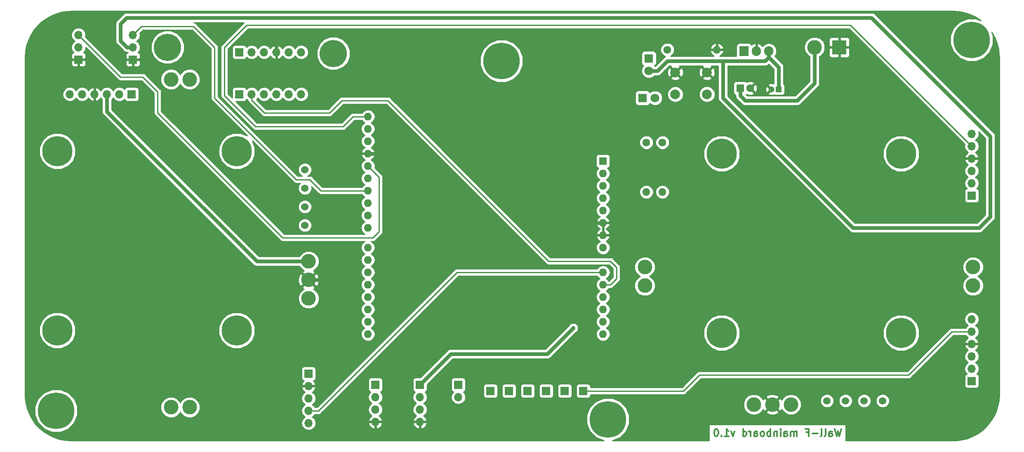
<source format=gbr>
G04 #@! TF.GenerationSoftware,KiCad,Pcbnew,(5.0.2)-1*
G04 #@! TF.CreationDate,2019-02-11T11:22:53+02:00*
G04 #@! TF.ProjectId,IoTProject,496f5450-726f-46a6-9563-742e6b696361,rev?*
G04 #@! TF.SameCoordinates,Original*
G04 #@! TF.FileFunction,Copper,L2,Bot*
G04 #@! TF.FilePolarity,Positive*
%FSLAX46Y46*%
G04 Gerber Fmt 4.6, Leading zero omitted, Abs format (unit mm)*
G04 Created by KiCad (PCBNEW (5.0.2)-1) date 11-Feb-19 11:22:53*
%MOMM*%
%LPD*%
G01*
G04 APERTURE LIST*
G04 #@! TA.AperFunction,NonConductor*
%ADD10C,0.300000*%
G04 #@! TD*
G04 #@! TA.AperFunction,ComponentPad*
%ADD11C,5.600000*%
G04 #@! TD*
G04 #@! TA.AperFunction,ComponentPad*
%ADD12C,7.500000*%
G04 #@! TD*
G04 #@! TA.AperFunction,ComponentPad*
%ADD13O,1.600000X1.600000*%
G04 #@! TD*
G04 #@! TA.AperFunction,ComponentPad*
%ADD14R,1.600000X1.600000*%
G04 #@! TD*
G04 #@! TA.AperFunction,ComponentPad*
%ADD15C,6.200000*%
G04 #@! TD*
G04 #@! TA.AperFunction,ComponentPad*
%ADD16C,3.000000*%
G04 #@! TD*
G04 #@! TA.AperFunction,ComponentPad*
%ADD17C,1.524000*%
G04 #@! TD*
G04 #@! TA.AperFunction,ComponentPad*
%ADD18C,1.600000*%
G04 #@! TD*
G04 #@! TA.AperFunction,ComponentPad*
%ADD19C,1.200000*%
G04 #@! TD*
G04 #@! TA.AperFunction,ComponentPad*
%ADD20R,1.200000X1.200000*%
G04 #@! TD*
G04 #@! TA.AperFunction,ComponentPad*
%ADD21C,1.800000*%
G04 #@! TD*
G04 #@! TA.AperFunction,ComponentPad*
%ADD22R,1.800000X1.800000*%
G04 #@! TD*
G04 #@! TA.AperFunction,ComponentPad*
%ADD23O,1.700000X1.700000*%
G04 #@! TD*
G04 #@! TA.AperFunction,ComponentPad*
%ADD24R,1.700000X1.700000*%
G04 #@! TD*
G04 #@! TA.AperFunction,ComponentPad*
%ADD25R,3.000000X3.000000*%
G04 #@! TD*
G04 #@! TA.AperFunction,ComponentPad*
%ADD26C,2.000000*%
G04 #@! TD*
G04 #@! TA.AperFunction,ComponentPad*
%ADD27O,1.905000X2.000000*%
G04 #@! TD*
G04 #@! TA.AperFunction,ComponentPad*
%ADD28R,1.905000X2.000000*%
G04 #@! TD*
G04 #@! TA.AperFunction,ViaPad*
%ADD29C,0.800000*%
G04 #@! TD*
G04 #@! TA.AperFunction,Conductor*
%ADD30C,0.254000*%
G04 #@! TD*
G04 #@! TA.AperFunction,Conductor*
%ADD31C,0.762000*%
G04 #@! TD*
G04 APERTURE END LIST*
D10*
X280533428Y-180534571D02*
X280176285Y-182034571D01*
X279890571Y-180963142D01*
X279604857Y-182034571D01*
X279247714Y-180534571D01*
X278033428Y-182034571D02*
X278033428Y-181248857D01*
X278104857Y-181106000D01*
X278247714Y-181034571D01*
X278533428Y-181034571D01*
X278676285Y-181106000D01*
X278033428Y-181963142D02*
X278176285Y-182034571D01*
X278533428Y-182034571D01*
X278676285Y-181963142D01*
X278747714Y-181820285D01*
X278747714Y-181677428D01*
X278676285Y-181534571D01*
X278533428Y-181463142D01*
X278176285Y-181463142D01*
X278033428Y-181391714D01*
X277104857Y-182034571D02*
X277247714Y-181963142D01*
X277319142Y-181820285D01*
X277319142Y-180534571D01*
X276319142Y-182034571D02*
X276462000Y-181963142D01*
X276533428Y-181820285D01*
X276533428Y-180534571D01*
X275747714Y-181463142D02*
X274604857Y-181463142D01*
X273390571Y-181248857D02*
X273890571Y-181248857D01*
X273890571Y-182034571D02*
X273890571Y-180534571D01*
X273176285Y-180534571D01*
X271462000Y-182034571D02*
X271462000Y-181034571D01*
X271462000Y-181177428D02*
X271390571Y-181106000D01*
X271247714Y-181034571D01*
X271033428Y-181034571D01*
X270890571Y-181106000D01*
X270819142Y-181248857D01*
X270819142Y-182034571D01*
X270819142Y-181248857D02*
X270747714Y-181106000D01*
X270604857Y-181034571D01*
X270390571Y-181034571D01*
X270247714Y-181106000D01*
X270176285Y-181248857D01*
X270176285Y-182034571D01*
X268819142Y-182034571D02*
X268819142Y-181248857D01*
X268890571Y-181106000D01*
X269033428Y-181034571D01*
X269319142Y-181034571D01*
X269462000Y-181106000D01*
X268819142Y-181963142D02*
X268962000Y-182034571D01*
X269319142Y-182034571D01*
X269462000Y-181963142D01*
X269533428Y-181820285D01*
X269533428Y-181677428D01*
X269462000Y-181534571D01*
X269319142Y-181463142D01*
X268962000Y-181463142D01*
X268819142Y-181391714D01*
X268104857Y-182034571D02*
X268104857Y-181034571D01*
X268104857Y-180534571D02*
X268176285Y-180606000D01*
X268104857Y-180677428D01*
X268033428Y-180606000D01*
X268104857Y-180534571D01*
X268104857Y-180677428D01*
X267390571Y-181034571D02*
X267390571Y-182034571D01*
X267390571Y-181177428D02*
X267319142Y-181106000D01*
X267176285Y-181034571D01*
X266962000Y-181034571D01*
X266819142Y-181106000D01*
X266747714Y-181248857D01*
X266747714Y-182034571D01*
X266033428Y-182034571D02*
X266033428Y-180534571D01*
X266033428Y-181106000D02*
X265890571Y-181034571D01*
X265604857Y-181034571D01*
X265462000Y-181106000D01*
X265390571Y-181177428D01*
X265319142Y-181320285D01*
X265319142Y-181748857D01*
X265390571Y-181891714D01*
X265462000Y-181963142D01*
X265604857Y-182034571D01*
X265890571Y-182034571D01*
X266033428Y-181963142D01*
X264462000Y-182034571D02*
X264604857Y-181963142D01*
X264676285Y-181891714D01*
X264747714Y-181748857D01*
X264747714Y-181320285D01*
X264676285Y-181177428D01*
X264604857Y-181106000D01*
X264462000Y-181034571D01*
X264247714Y-181034571D01*
X264104857Y-181106000D01*
X264033428Y-181177428D01*
X263962000Y-181320285D01*
X263962000Y-181748857D01*
X264033428Y-181891714D01*
X264104857Y-181963142D01*
X264247714Y-182034571D01*
X264462000Y-182034571D01*
X262676285Y-182034571D02*
X262676285Y-181248857D01*
X262747714Y-181106000D01*
X262890571Y-181034571D01*
X263176285Y-181034571D01*
X263319142Y-181106000D01*
X262676285Y-181963142D02*
X262819142Y-182034571D01*
X263176285Y-182034571D01*
X263319142Y-181963142D01*
X263390571Y-181820285D01*
X263390571Y-181677428D01*
X263319142Y-181534571D01*
X263176285Y-181463142D01*
X262819142Y-181463142D01*
X262676285Y-181391714D01*
X261962000Y-182034571D02*
X261962000Y-181034571D01*
X261962000Y-181320285D02*
X261890571Y-181177428D01*
X261819142Y-181106000D01*
X261676285Y-181034571D01*
X261533428Y-181034571D01*
X260390571Y-182034571D02*
X260390571Y-180534571D01*
X260390571Y-181963142D02*
X260533428Y-182034571D01*
X260819142Y-182034571D01*
X260962000Y-181963142D01*
X261033428Y-181891714D01*
X261104857Y-181748857D01*
X261104857Y-181320285D01*
X261033428Y-181177428D01*
X260962000Y-181106000D01*
X260819142Y-181034571D01*
X260533428Y-181034571D01*
X260390571Y-181106000D01*
X258676285Y-181034571D02*
X258319142Y-182034571D01*
X257962000Y-181034571D01*
X256604857Y-182034571D02*
X257462000Y-182034571D01*
X257033428Y-182034571D02*
X257033428Y-180534571D01*
X257176285Y-180748857D01*
X257319142Y-180891714D01*
X257462000Y-180963142D01*
X255962000Y-181891714D02*
X255890571Y-181963142D01*
X255962000Y-182034571D01*
X256033428Y-181963142D01*
X255962000Y-181891714D01*
X255962000Y-182034571D01*
X254962000Y-180534571D02*
X254819142Y-180534571D01*
X254676285Y-180606000D01*
X254604857Y-180677428D01*
X254533428Y-180820285D01*
X254462000Y-181106000D01*
X254462000Y-181463142D01*
X254533428Y-181748857D01*
X254604857Y-181891714D01*
X254676285Y-181963142D01*
X254819142Y-182034571D01*
X254962000Y-182034571D01*
X255104857Y-181963142D01*
X255176285Y-181891714D01*
X255247714Y-181748857D01*
X255319142Y-181463142D01*
X255319142Y-181106000D01*
X255247714Y-180820285D01*
X255176285Y-180677428D01*
X255104857Y-180606000D01*
X254962000Y-180534571D01*
D11*
G04 #@! TO.P,REF\002A\002A,1*
G04 #@! TO.N,N/C*
X142240000Y-102108000D03*
G04 #@! TD*
D12*
G04 #@! TO.P,REF\002A\002A,1*
G04 #@! TO.N,N/C*
X210820000Y-104902000D03*
G04 #@! TD*
G04 #@! TO.P,REF\002A\002A,1*
G04 #@! TO.N,N/C*
X307340000Y-100584000D03*
G04 #@! TD*
G04 #@! TO.P,REF\002A\002A,1*
G04 #@! TO.N,N/C*
X232664000Y-178562000D03*
G04 #@! TD*
D13*
G04 #@! TO.P,A1,16*
G04 #@! TO.N,northP1_9*
X183388000Y-158496000D03*
G04 #@! TO.P,A1,15*
G04 #@! TO.N,northP1_10*
X183388000Y-161036000D03*
G04 #@! TO.P,A1,30*
G04 #@! TO.N,Net-(A1-Pad30)*
X183388000Y-121416000D03*
G04 #@! TO.P,A1,14*
G04 #@! TO.N,eastP0_7*
X231648000Y-161036000D03*
G04 #@! TO.P,A1,29*
G04 #@! TO.N,Earth*
X183388000Y-123956000D03*
G04 #@! TO.P,A1,13*
G04 #@! TO.N,eastP0_6*
X231648000Y-158496000D03*
G04 #@! TO.P,A1,28*
G04 #@! TO.N,servo_updown*
X183388000Y-126496000D03*
G04 #@! TO.P,A1,12*
G04 #@! TO.N,westP0_5*
X231648000Y-155956000D03*
G04 #@! TO.P,A1,27*
G04 #@! TO.N,Net-(A1-Pad27)*
X183388000Y-129036000D03*
G04 #@! TO.P,A1,11*
G04 #@! TO.N,westP1_8*
X231648000Y-153416000D03*
G04 #@! TO.P,A1,26*
G04 #@! TO.N,servo_leftright*
X183388000Y-131576000D03*
G04 #@! TO.P,A1,10*
G04 #@! TO.N,A1*
X231648000Y-150876000D03*
G04 #@! TO.P,A1,25*
G04 #@! TO.N,Net-(A1-Pad25)*
X183388000Y-134116000D03*
G04 #@! TO.P,A1,9*
G04 #@! TO.N,TX*
X231648000Y-148336000D03*
G04 #@! TO.P,A1,24*
G04 #@! TO.N,Net-(A1-Pad24)*
X183388000Y-136656000D03*
G04 #@! TO.P,A1,8*
G04 #@! TO.N,Net-(A1-Pad8)*
X231648000Y-143256000D03*
G04 #@! TO.P,A1,23*
G04 #@! TO.N,Net-(A1-Pad23)*
X183388000Y-139196000D03*
G04 #@! TO.P,A1,7*
G04 #@! TO.N,Earth*
X231648000Y-140716000D03*
G04 #@! TO.P,A1,22*
G04 #@! TO.N,northP0_0*
X183388000Y-143256000D03*
G04 #@! TO.P,A1,6*
G04 #@! TO.N,Earth*
X231648000Y-138176000D03*
G04 #@! TO.P,A1,21*
G04 #@! TO.N,TX_Pi*
X183388000Y-145796000D03*
G04 #@! TO.P,A1,5*
G04 #@! TO.N,Net-(A1-Pad5)*
X231648000Y-135636000D03*
G04 #@! TO.P,A1,20*
G04 #@! TO.N,Net-(A1-Pad20)*
X183388000Y-148336000D03*
G04 #@! TO.P,A1,4*
G04 #@! TO.N,Net-(A1-Pad4)*
X231648000Y-133096000D03*
G04 #@! TO.P,A1,19*
G04 #@! TO.N,RX_Pi*
X183388000Y-150876000D03*
G04 #@! TO.P,A1,3*
G04 #@! TO.N,Net-(A1-Pad3)*
X231648000Y-130556000D03*
G04 #@! TO.P,A1,18*
G04 #@! TO.N,southP0_9*
X183388000Y-153416000D03*
G04 #@! TO.P,A1,2*
G04 #@! TO.N,Net-(A1-Pad2)*
X231648000Y-128016000D03*
G04 #@! TO.P,A1,17*
G04 #@! TO.N,southP0_29*
X183388000Y-155956000D03*
D14*
G04 #@! TO.P,A1,1*
G04 #@! TO.N,Net-(A1-Pad1)*
X231648000Y-125476000D03*
D13*
G04 #@! TO.P,A1,31*
G04 #@! TO.N,southP0_23*
X183388000Y-118876000D03*
G04 #@! TO.P,A1,32*
G04 #@! TO.N,westP0_22*
X183388000Y-116336000D03*
G04 #@! TD*
D15*
G04 #@! TO.P,U2,12*
G04 #@! TO.N,N/C*
X292862000Y-123952000D03*
D16*
G04 #@! TO.P,U2,11*
G04 #@! TO.N,west_out2*
X307602000Y-147262000D03*
G04 #@! TO.P,U2,10*
G04 #@! TO.N,west_out1*
X307602000Y-151082000D03*
G04 #@! TO.P,U2,8*
G04 #@! TO.N,east_out1*
X240222000Y-147262000D03*
G04 #@! TO.P,U2,9*
G04 #@! TO.N,east_out2*
X240222000Y-151082000D03*
G04 #@! TO.P,U2,1*
G04 #@! TO.N,12V*
X262592000Y-175522000D03*
G04 #@! TO.P,U2,2*
G04 #@! TO.N,Earth*
X266412000Y-175522000D03*
G04 #@! TO.P,U2,3*
G04 #@! TO.N,5VU2*
X270232000Y-175522000D03*
D17*
G04 #@! TO.P,U2,4*
G04 #@! TO.N,eastP0_7*
X277622000Y-174752000D03*
G04 #@! TO.P,U2,5*
G04 #@! TO.N,eastP0_6*
X281432000Y-174752000D03*
G04 #@! TO.P,U2,6*
G04 #@! TO.N,westP0_5*
X285242000Y-174752000D03*
G04 #@! TO.P,U2,7*
G04 #@! TO.N,westP1_8*
X289052000Y-174752000D03*
D15*
G04 #@! TO.P,U2,12*
G04 #@! TO.N,N/C*
X256032000Y-123952000D03*
X256032000Y-160782000D03*
X292862000Y-160782000D03*
G04 #@! TD*
G04 #@! TO.P,U1,12*
G04 #@! TO.N,N/C*
X119634000Y-123444000D03*
D16*
G04 #@! TO.P,U1,11*
G04 #@! TO.N,south_out2*
X142944000Y-108704000D03*
G04 #@! TO.P,U1,10*
G04 #@! TO.N,south_out1*
X146764000Y-108704000D03*
G04 #@! TO.P,U1,8*
G04 #@! TO.N,north_out1*
X142944000Y-176084000D03*
G04 #@! TO.P,U1,9*
G04 #@! TO.N,north_out2*
X146764000Y-176084000D03*
G04 #@! TO.P,U1,1*
G04 #@! TO.N,12V*
X171204000Y-153714000D03*
G04 #@! TO.P,U1,2*
G04 #@! TO.N,Earth*
X171204000Y-149894000D03*
G04 #@! TO.P,U1,3*
G04 #@! TO.N,5VU1*
X171204000Y-146074000D03*
D17*
G04 #@! TO.P,U1,4*
G04 #@! TO.N,northP1_10*
X170434000Y-138684000D03*
G04 #@! TO.P,U1,5*
G04 #@! TO.N,northP1_9*
X170434000Y-134874000D03*
G04 #@! TO.P,U1,6*
G04 #@! TO.N,southP0_29*
X170434000Y-131064000D03*
G04 #@! TO.P,U1,7*
G04 #@! TO.N,southP0_9*
X170434000Y-127254000D03*
D15*
G04 #@! TO.P,U1,12*
G04 #@! TO.N,N/C*
X119634000Y-160274000D03*
X156464000Y-160274000D03*
X156464000Y-123444000D03*
G04 #@! TD*
D18*
G04 #@! TO.P,C1,2*
G04 #@! TO.N,Earth*
X261842000Y-110490000D03*
D14*
G04 #@! TO.P,C1,1*
G04 #@! TO.N,12V*
X259842000Y-110490000D03*
G04 #@! TD*
D19*
G04 #@! TO.P,C2,2*
G04 #@! TO.N,Earth*
X266216000Y-110744000D03*
D20*
G04 #@! TO.P,C2,1*
G04 #@! TO.N,5VU3*
X267716000Y-110744000D03*
G04 #@! TD*
D21*
G04 #@! TO.P,D1,2*
G04 #@! TO.N,5VU3*
X241046000Y-106934000D03*
D22*
G04 #@! TO.P,D1,1*
G04 #@! TO.N,Net-(D1-Pad1)*
X241046000Y-104394000D03*
G04 #@! TD*
D21*
G04 #@! TO.P,D2,2*
G04 #@! TO.N,5VU2*
X242316000Y-112522000D03*
D22*
G04 #@! TO.P,D2,1*
G04 #@! TO.N,Net-(D2-Pad1)*
X239776000Y-112522000D03*
G04 #@! TD*
D23*
G04 #@! TO.P,J1,6*
G04 #@! TO.N,Net-(J1-Pad6)*
X169672000Y-103124000D03*
G04 #@! TO.P,J1,5*
G04 #@! TO.N,northP0_0*
X167132000Y-103124000D03*
G04 #@! TO.P,J1,4*
G04 #@! TO.N,Earth*
X164592000Y-103124000D03*
G04 #@! TO.P,J1,3*
G04 #@! TO.N,5VU1*
X162052000Y-103124000D03*
G04 #@! TO.P,J1,2*
G04 #@! TO.N,north_out1*
X159512000Y-103124000D03*
D24*
G04 #@! TO.P,J1,1*
G04 #@! TO.N,north_out2*
X156972000Y-103124000D03*
G04 #@! TD*
D23*
G04 #@! TO.P,J2,6*
G04 #@! TO.N,Net-(J2-Pad6)*
X122174000Y-111760000D03*
G04 #@! TO.P,J2,5*
G04 #@! TO.N,southP0_23*
X124714000Y-111760000D03*
G04 #@! TO.P,J2,4*
G04 #@! TO.N,Earth*
X127254000Y-111760000D03*
G04 #@! TO.P,J2,3*
G04 #@! TO.N,5VU1*
X129794000Y-111760000D03*
G04 #@! TO.P,J2,2*
G04 #@! TO.N,south_out1*
X132334000Y-111760000D03*
D24*
G04 #@! TO.P,J2,1*
G04 #@! TO.N,south_out2*
X134874000Y-111760000D03*
G04 #@! TD*
D23*
G04 #@! TO.P,J3,6*
G04 #@! TO.N,Net-(J3-Pad6)*
X307340000Y-157988000D03*
G04 #@! TO.P,J3,5*
G04 #@! TO.N,eastP1_0*
X307340000Y-160528000D03*
G04 #@! TO.P,J3,4*
G04 #@! TO.N,Earth*
X307340000Y-163068000D03*
G04 #@! TO.P,J3,3*
G04 #@! TO.N,5VU2*
X307340000Y-165608000D03*
G04 #@! TO.P,J3,2*
G04 #@! TO.N,east_out1*
X307340000Y-168148000D03*
D24*
G04 #@! TO.P,J3,1*
G04 #@! TO.N,east_out2*
X307340000Y-170688000D03*
G04 #@! TD*
D23*
G04 #@! TO.P,J4,6*
G04 #@! TO.N,Net-(J4-Pad6)*
X307340000Y-119888000D03*
G04 #@! TO.P,J4,5*
G04 #@! TO.N,westP0_22*
X307340000Y-122428000D03*
G04 #@! TO.P,J4,4*
G04 #@! TO.N,Earth*
X307340000Y-124968000D03*
G04 #@! TO.P,J4,3*
G04 #@! TO.N,5VU2*
X307340000Y-127508000D03*
G04 #@! TO.P,J4,2*
G04 #@! TO.N,west_out1*
X307340000Y-130048000D03*
D24*
G04 #@! TO.P,J4,1*
G04 #@! TO.N,west_out2*
X307340000Y-132588000D03*
G04 #@! TD*
D16*
G04 #@! TO.P,J5,2*
G04 #@! TO.N,12V*
X275082000Y-102108000D03*
D25*
G04 #@! TO.P,J5,1*
G04 #@! TO.N,Earth*
X280162000Y-102108000D03*
G04 #@! TD*
D23*
G04 #@! TO.P,J6,3*
G04 #@! TO.N,servo_updown*
X123952000Y-99568000D03*
G04 #@! TO.P,J6,2*
G04 #@! TO.N,5VU3*
X123952000Y-102108000D03*
D24*
G04 #@! TO.P,J6,1*
G04 #@! TO.N,Earth*
X123952000Y-104648000D03*
G04 #@! TD*
D23*
G04 #@! TO.P,J7,3*
G04 #@! TO.N,servo_leftright*
X135128000Y-99568000D03*
G04 #@! TO.P,J7,2*
G04 #@! TO.N,5VU3*
X135128000Y-102108000D03*
D24*
G04 #@! TO.P,J7,1*
G04 #@! TO.N,Earth*
X135128000Y-104648000D03*
G04 #@! TD*
D23*
G04 #@! TO.P,J8,4*
G04 #@! TO.N,Earth*
X184912000Y-179070000D03*
G04 #@! TO.P,J8,3*
G04 #@! TO.N,echo_front*
X184912000Y-176530000D03*
G04 #@! TO.P,J8,2*
G04 #@! TO.N,trig_front*
X184912000Y-173990000D03*
D24*
G04 #@! TO.P,J8,1*
G04 #@! TO.N,5VU2*
X184912000Y-171450000D03*
G04 #@! TD*
G04 #@! TO.P,J9,1*
G04 #@! TO.N,trig_front*
X212344000Y-172720000D03*
G04 #@! TD*
G04 #@! TO.P,J10,1*
G04 #@! TO.N,echo_front*
X208534000Y-172720000D03*
G04 #@! TD*
D23*
G04 #@! TO.P,J11,4*
G04 #@! TO.N,Earth*
X194056000Y-179070000D03*
G04 #@! TO.P,J11,3*
G04 #@! TO.N,echo_rear*
X194056000Y-176530000D03*
G04 #@! TO.P,J11,2*
G04 #@! TO.N,trig_rear*
X194056000Y-173990000D03*
D24*
G04 #@! TO.P,J11,1*
G04 #@! TO.N,5VU2*
X194056000Y-171450000D03*
G04 #@! TD*
D23*
G04 #@! TO.P,J12,2*
G04 #@! TO.N,TX_Pi*
X201930000Y-173990000D03*
D24*
G04 #@! TO.P,J12,1*
G04 #@! TO.N,RX_Pi*
X201930000Y-171450000D03*
G04 #@! TD*
G04 #@! TO.P,J13,1*
G04 #@! TO.N,trig_rear*
X216154000Y-172720000D03*
G04 #@! TD*
G04 #@! TO.P,J14,1*
G04 #@! TO.N,echo_rear*
X219964000Y-172720000D03*
G04 #@! TD*
D23*
G04 #@! TO.P,J15,5*
G04 #@! TO.N,Net-(J15-Pad5)*
X171196000Y-179324000D03*
G04 #@! TO.P,J15,4*
G04 #@! TO.N,TX*
X171196000Y-176784000D03*
G04 #@! TO.P,J15,3*
G04 #@! TO.N,RX*
X171196000Y-174244000D03*
G04 #@! TO.P,J15,2*
G04 #@! TO.N,Earth*
X171196000Y-171704000D03*
D24*
G04 #@! TO.P,J15,1*
G04 #@! TO.N,5VU1*
X171196000Y-169164000D03*
G04 #@! TD*
G04 #@! TO.P,J16,1*
G04 #@! TO.N,RX*
X223774000Y-172720000D03*
G04 #@! TD*
D23*
G04 #@! TO.P,J17,6*
G04 #@! TO.N,Net-(A1-Pad27)*
X169672000Y-111760000D03*
G04 #@! TO.P,J17,5*
G04 #@! TO.N,Net-(A1-Pad25)*
X167132000Y-111760000D03*
G04 #@! TO.P,J17,4*
G04 #@! TO.N,Net-(A1-Pad24)*
X164592000Y-111760000D03*
G04 #@! TO.P,J17,3*
G04 #@! TO.N,Net-(A1-Pad23)*
X162052000Y-111760000D03*
G04 #@! TO.P,J17,2*
G04 #@! TO.N,A1*
X159512000Y-111760000D03*
D24*
G04 #@! TO.P,J17,1*
G04 #@! TO.N,Net-(A1-Pad20)*
X156972000Y-111760000D03*
G04 #@! TD*
G04 #@! TO.P,J18,1*
G04 #@! TO.N,eastP1_0*
X227584000Y-172720000D03*
G04 #@! TD*
D13*
G04 #@! TO.P,R1,2*
G04 #@! TO.N,Earth*
X255016000Y-102616000D03*
D18*
G04 #@! TO.P,R1,1*
G04 #@! TO.N,Net-(D1-Pad1)*
X244856000Y-102616000D03*
G04 #@! TD*
D13*
G04 #@! TO.P,R2,2*
G04 #@! TO.N,Net-(A1-Pad3)*
X240538000Y-131826000D03*
D18*
G04 #@! TO.P,R2,1*
G04 #@! TO.N,Net-(D2-Pad1)*
X240538000Y-121666000D03*
G04 #@! TD*
D13*
G04 #@! TO.P,R3,2*
G04 #@! TO.N,Net-(A1-Pad3)*
X243840000Y-131826000D03*
D18*
G04 #@! TO.P,R3,1*
G04 #@! TO.N,Net-(R3-Pad1)*
X243840000Y-121666000D03*
G04 #@! TD*
D26*
G04 #@! TO.P,SW1,1*
G04 #@! TO.N,Net-(R3-Pad1)*
X246484000Y-111760000D03*
G04 #@! TO.P,SW1,2*
G04 #@! TO.N,Earth*
X246484000Y-107260000D03*
G04 #@! TO.P,SW1,1*
G04 #@! TO.N,Net-(R3-Pad1)*
X252984000Y-111760000D03*
G04 #@! TO.P,SW1,2*
G04 #@! TO.N,Earth*
X252984000Y-107260000D03*
G04 #@! TD*
D27*
G04 #@! TO.P,U3,3*
G04 #@! TO.N,5VU3*
X265684000Y-102870000D03*
G04 #@! TO.P,U3,2*
G04 #@! TO.N,Earth*
X263144000Y-102870000D03*
D28*
G04 #@! TO.P,U3,1*
G04 #@! TO.N,12V*
X260604000Y-102870000D03*
G04 #@! TD*
D12*
G04 #@! TO.P,REF\002A\002A,1*
G04 #@! TO.N,N/C*
X119380000Y-176784000D03*
G04 #@! TD*
D11*
G04 #@! TO.P,REF\002A\002A,1*
G04 #@! TO.N,N/C*
X176276000Y-103378000D03*
G04 #@! TD*
D29*
G04 #@! TO.N,5VU2*
X225552000Y-159766000D03*
G04 #@! TD*
D30*
G04 #@! TO.N,westP0_22*
X282448000Y-97536000D02*
X307340000Y-122428000D01*
X158496000Y-97536000D02*
X282448000Y-97536000D01*
X180336000Y-116336000D02*
X178308000Y-118364000D01*
X183388000Y-116336000D02*
X180336000Y-116336000D01*
X178308000Y-118364000D02*
X160274000Y-118364000D01*
X160274000Y-118364000D02*
X153924000Y-112014000D01*
X153924000Y-112014000D02*
X153924000Y-102108000D01*
X153924000Y-102108000D02*
X158496000Y-97536000D01*
D31*
G04 #@! TO.N,Earth*
X187452000Y-126238000D02*
X185170000Y-123956000D01*
X185170000Y-123956000D02*
X183388000Y-123956000D01*
X187452000Y-160782000D02*
X187452000Y-126238000D01*
X173325320Y-149894000D02*
X177800000Y-154368680D01*
X171204000Y-149894000D02*
X173325320Y-149894000D01*
X177800000Y-154368680D02*
X177800000Y-161798000D01*
X177800000Y-161798000D02*
X179324000Y-163322000D01*
X179324000Y-163322000D02*
X184912000Y-163322000D01*
X184912000Y-163322000D02*
X187452000Y-160782000D01*
X164592000Y-101092000D02*
X164592000Y-103124000D01*
X166624000Y-99060000D02*
X164592000Y-101092000D01*
X185928000Y-99060000D02*
X166624000Y-99060000D01*
X231648000Y-138176000D02*
X225044000Y-138176000D01*
X225044000Y-138176000D02*
X185928000Y-99060000D01*
D30*
G04 #@! TO.N,TX*
X171196000Y-176784000D02*
X173228000Y-176784000D01*
X201676000Y-148336000D02*
X231648000Y-148336000D01*
X173228000Y-176784000D02*
X201676000Y-148336000D01*
G04 #@! TO.N,A1*
X233172000Y-150876000D02*
X231648000Y-150876000D01*
X234442000Y-149606000D02*
X233172000Y-150876000D01*
X234442000Y-147320000D02*
X234442000Y-149606000D01*
X233172000Y-146050000D02*
X234442000Y-147320000D01*
X220472000Y-146050000D02*
X233172000Y-146050000D01*
X159512000Y-112962081D02*
X162119919Y-115570000D01*
X159512000Y-111760000D02*
X159512000Y-112962081D01*
X162119919Y-115570000D02*
X175514000Y-115570000D01*
X175514000Y-115570000D02*
X178054000Y-113030000D01*
X178054000Y-113030000D02*
X187452000Y-113030000D01*
X187452000Y-113030000D02*
X220472000Y-146050000D01*
G04 #@! TO.N,servo_leftright*
X173740000Y-131576000D02*
X182256630Y-131576000D01*
X171450000Y-129286000D02*
X173740000Y-131576000D01*
X136906000Y-97790000D02*
X147574000Y-97790000D01*
X135128000Y-99568000D02*
X136906000Y-97790000D01*
X182256630Y-131576000D02*
X183388000Y-131576000D01*
X147574000Y-97790000D02*
X151892000Y-102108000D01*
X151892000Y-112522000D02*
X168656000Y-129286000D01*
X151892000Y-102108000D02*
X151892000Y-112522000D01*
X168656000Y-129286000D02*
X171450000Y-129286000D01*
G04 #@! TO.N,servo_updown*
X127762000Y-103378000D02*
X123952000Y-99568000D01*
X132588000Y-108204000D02*
X127762000Y-103378000D01*
X140208000Y-111252000D02*
X137160000Y-108204000D01*
X185674000Y-128782000D02*
X185674000Y-139954000D01*
X183388000Y-126496000D02*
X185674000Y-128782000D01*
X185674000Y-139954000D02*
X184404000Y-141224000D01*
X184404000Y-141224000D02*
X165862000Y-141224000D01*
X165862000Y-141224000D02*
X140208000Y-115570000D01*
X137160000Y-108204000D02*
X132588000Y-108204000D01*
X140208000Y-115570000D02*
X140208000Y-111252000D01*
D31*
G04 #@! TO.N,12V*
X275082000Y-109474000D02*
X275082000Y-102108000D01*
X271526000Y-113030000D02*
X275082000Y-109474000D01*
X260820000Y-113030000D02*
X271526000Y-113030000D01*
X259842000Y-110490000D02*
X259842000Y-112052000D01*
X259842000Y-112052000D02*
X260820000Y-113030000D01*
G04 #@! TO.N,5VU3*
X265684000Y-102917500D02*
X265684000Y-102870000D01*
X265684000Y-104140000D02*
X265684000Y-102917500D01*
X267716000Y-110744000D02*
X267716000Y-106172000D01*
X267716000Y-106172000D02*
X265684000Y-104140000D01*
X264922000Y-104902000D02*
X265684000Y-104140000D01*
X241046000Y-106934000D02*
X242824000Y-106934000D01*
X242824000Y-106934000D02*
X244856000Y-104902000D01*
X256286000Y-104902000D02*
X264922000Y-104902000D01*
X244856000Y-104902000D02*
X256286000Y-104902000D01*
X256286000Y-112522000D02*
X256286000Y-104902000D01*
X282956000Y-139192000D02*
X256286000Y-112522000D01*
X311150000Y-120396000D02*
X311150000Y-136906000D01*
X133925919Y-102108000D02*
X132588000Y-100770081D01*
X311150000Y-136906000D02*
X308864000Y-139192000D01*
X135128000Y-102108000D02*
X133925919Y-102108000D01*
X132588000Y-100770081D02*
X132588000Y-97282000D01*
X132588000Y-97282000D02*
X133858000Y-96012000D01*
X133858000Y-96012000D02*
X286766000Y-96012000D01*
X308864000Y-139192000D02*
X282956000Y-139192000D01*
X286766000Y-96012000D02*
X311150000Y-120396000D01*
G04 #@! TO.N,5VU2*
X220218000Y-165100000D02*
X225552000Y-159766000D01*
X194056000Y-171450000D02*
X200406000Y-165100000D01*
X200406000Y-165100000D02*
X220218000Y-165100000D01*
G04 #@! TO.N,5VU1*
X171204000Y-146074000D02*
X160552000Y-146074000D01*
X129794000Y-115316000D02*
X129794000Y-111760000D01*
X160552000Y-146074000D02*
X129794000Y-115316000D01*
D30*
G04 #@! TO.N,eastP1_0*
X303276000Y-160528000D02*
X307340000Y-160528000D01*
X294386000Y-169418000D02*
X303276000Y-160528000D01*
X251460000Y-169418000D02*
X294386000Y-169418000D01*
X227584000Y-172720000D02*
X248158000Y-172720000D01*
X248158000Y-172720000D02*
X251460000Y-169418000D01*
G04 #@! TD*
G04 #@! TO.N,Earth*
G36*
X303392274Y-94701981D02*
X303483849Y-94713550D01*
X304711088Y-94790762D01*
X305873542Y-95012511D01*
X306999034Y-95378206D01*
X308069828Y-95882083D01*
X309069022Y-96516191D01*
X309160303Y-96591705D01*
X308212231Y-96199000D01*
X306467769Y-96199000D01*
X304856097Y-96866577D01*
X303622577Y-98100097D01*
X302955000Y-99711769D01*
X302955000Y-101456231D01*
X303622577Y-103067903D01*
X304856097Y-104301423D01*
X306467769Y-104969000D01*
X308212231Y-104969000D01*
X309823903Y-104301423D01*
X311057423Y-103067903D01*
X311725000Y-101456231D01*
X311725000Y-99711769D01*
X311442700Y-99030237D01*
X311486564Y-99090610D01*
X312056679Y-100127646D01*
X312492324Y-101227961D01*
X312786630Y-102374209D01*
X312936404Y-103559780D01*
X312955363Y-104163086D01*
X312964049Y-104254979D01*
X312980001Y-104326344D01*
X312980000Y-173297610D01*
X312968019Y-173344274D01*
X312956450Y-173435848D01*
X312879238Y-174663088D01*
X312657490Y-175825537D01*
X312291793Y-176951038D01*
X311787915Y-178021832D01*
X311153809Y-179021022D01*
X310399469Y-179932863D01*
X309536797Y-180742966D01*
X308579384Y-181438567D01*
X307542357Y-182008678D01*
X306442039Y-182444324D01*
X305295791Y-182738630D01*
X304110220Y-182888404D01*
X303506914Y-182907363D01*
X303415021Y-182916049D01*
X303343660Y-182932000D01*
X281532715Y-182932000D01*
X281532715Y-179566000D01*
X253391286Y-179566000D01*
X253391286Y-182932000D01*
X233572444Y-182932000D01*
X235147903Y-182279423D01*
X236381423Y-181045903D01*
X237049000Y-179434231D01*
X237049000Y-177689769D01*
X236381423Y-176078097D01*
X235400648Y-175097322D01*
X260457000Y-175097322D01*
X260457000Y-175946678D01*
X260782034Y-176731380D01*
X261382620Y-177331966D01*
X262167322Y-177657000D01*
X263016678Y-177657000D01*
X263801380Y-177331966D01*
X264097376Y-177035970D01*
X265077635Y-177035970D01*
X265237418Y-177354739D01*
X266028187Y-177664723D01*
X266877387Y-177648497D01*
X267586582Y-177354739D01*
X267746365Y-177035970D01*
X266412000Y-175701605D01*
X265077635Y-177035970D01*
X264097376Y-177035970D01*
X264401966Y-176731380D01*
X264497820Y-176499967D01*
X264579261Y-176696582D01*
X264898030Y-176856365D01*
X266232395Y-175522000D01*
X266591605Y-175522000D01*
X267925970Y-176856365D01*
X268244739Y-176696582D01*
X268323936Y-176494550D01*
X268422034Y-176731380D01*
X269022620Y-177331966D01*
X269807322Y-177657000D01*
X270656678Y-177657000D01*
X271441380Y-177331966D01*
X272041966Y-176731380D01*
X272367000Y-175946678D01*
X272367000Y-175097322D01*
X272108862Y-174474119D01*
X276225000Y-174474119D01*
X276225000Y-175029881D01*
X276437680Y-175543337D01*
X276830663Y-175936320D01*
X277344119Y-176149000D01*
X277899881Y-176149000D01*
X278413337Y-175936320D01*
X278806320Y-175543337D01*
X279019000Y-175029881D01*
X279019000Y-174474119D01*
X280035000Y-174474119D01*
X280035000Y-175029881D01*
X280247680Y-175543337D01*
X280640663Y-175936320D01*
X281154119Y-176149000D01*
X281709881Y-176149000D01*
X282223337Y-175936320D01*
X282616320Y-175543337D01*
X282829000Y-175029881D01*
X282829000Y-174474119D01*
X283845000Y-174474119D01*
X283845000Y-175029881D01*
X284057680Y-175543337D01*
X284450663Y-175936320D01*
X284964119Y-176149000D01*
X285519881Y-176149000D01*
X286033337Y-175936320D01*
X286426320Y-175543337D01*
X286639000Y-175029881D01*
X286639000Y-174474119D01*
X287655000Y-174474119D01*
X287655000Y-175029881D01*
X287867680Y-175543337D01*
X288260663Y-175936320D01*
X288774119Y-176149000D01*
X289329881Y-176149000D01*
X289843337Y-175936320D01*
X290236320Y-175543337D01*
X290449000Y-175029881D01*
X290449000Y-174474119D01*
X290236320Y-173960663D01*
X289843337Y-173567680D01*
X289329881Y-173355000D01*
X288774119Y-173355000D01*
X288260663Y-173567680D01*
X287867680Y-173960663D01*
X287655000Y-174474119D01*
X286639000Y-174474119D01*
X286426320Y-173960663D01*
X286033337Y-173567680D01*
X285519881Y-173355000D01*
X284964119Y-173355000D01*
X284450663Y-173567680D01*
X284057680Y-173960663D01*
X283845000Y-174474119D01*
X282829000Y-174474119D01*
X282616320Y-173960663D01*
X282223337Y-173567680D01*
X281709881Y-173355000D01*
X281154119Y-173355000D01*
X280640663Y-173567680D01*
X280247680Y-173960663D01*
X280035000Y-174474119D01*
X279019000Y-174474119D01*
X278806320Y-173960663D01*
X278413337Y-173567680D01*
X277899881Y-173355000D01*
X277344119Y-173355000D01*
X276830663Y-173567680D01*
X276437680Y-173960663D01*
X276225000Y-174474119D01*
X272108862Y-174474119D01*
X272041966Y-174312620D01*
X271441380Y-173712034D01*
X270656678Y-173387000D01*
X269807322Y-173387000D01*
X269022620Y-173712034D01*
X268422034Y-174312620D01*
X268326180Y-174544033D01*
X268244739Y-174347418D01*
X267925970Y-174187635D01*
X266591605Y-175522000D01*
X266232395Y-175522000D01*
X264898030Y-174187635D01*
X264579261Y-174347418D01*
X264500064Y-174549450D01*
X264401966Y-174312620D01*
X264097376Y-174008030D01*
X265077635Y-174008030D01*
X266412000Y-175342395D01*
X267746365Y-174008030D01*
X267586582Y-173689261D01*
X266795813Y-173379277D01*
X265946613Y-173395503D01*
X265237418Y-173689261D01*
X265077635Y-174008030D01*
X264097376Y-174008030D01*
X263801380Y-173712034D01*
X263016678Y-173387000D01*
X262167322Y-173387000D01*
X261382620Y-173712034D01*
X260782034Y-174312620D01*
X260457000Y-175097322D01*
X235400648Y-175097322D01*
X235147903Y-174844577D01*
X233536231Y-174177000D01*
X231791769Y-174177000D01*
X230180097Y-174844577D01*
X228946577Y-176078097D01*
X228279000Y-177689769D01*
X228279000Y-179434231D01*
X228946577Y-181045903D01*
X230180097Y-182279423D01*
X231755556Y-182932000D01*
X122612390Y-182932000D01*
X122565726Y-182920019D01*
X122474152Y-182908450D01*
X121246912Y-182831238D01*
X120084463Y-182609490D01*
X118958962Y-182243793D01*
X117888168Y-181739915D01*
X116888978Y-181105809D01*
X115977137Y-180351469D01*
X115167034Y-179488797D01*
X114471433Y-178531384D01*
X113901322Y-177494357D01*
X113465676Y-176394039D01*
X113341851Y-175911769D01*
X114995000Y-175911769D01*
X114995000Y-177656231D01*
X115662577Y-179267903D01*
X116896097Y-180501423D01*
X118507769Y-181169000D01*
X120252231Y-181169000D01*
X121863903Y-180501423D01*
X123097423Y-179267903D01*
X123765000Y-177656231D01*
X123765000Y-175911769D01*
X123660433Y-175659322D01*
X140809000Y-175659322D01*
X140809000Y-176508678D01*
X141134034Y-177293380D01*
X141734620Y-177893966D01*
X142519322Y-178219000D01*
X143368678Y-178219000D01*
X144153380Y-177893966D01*
X144753966Y-177293380D01*
X144854000Y-177051876D01*
X144954034Y-177293380D01*
X145554620Y-177893966D01*
X146339322Y-178219000D01*
X147188678Y-178219000D01*
X147973380Y-177893966D01*
X148573966Y-177293380D01*
X148899000Y-176508678D01*
X148899000Y-175659322D01*
X148573966Y-174874620D01*
X147973380Y-174274034D01*
X147188678Y-173949000D01*
X146339322Y-173949000D01*
X145554620Y-174274034D01*
X144954034Y-174874620D01*
X144854000Y-175116124D01*
X144753966Y-174874620D01*
X144153380Y-174274034D01*
X143368678Y-173949000D01*
X142519322Y-173949000D01*
X141734620Y-174274034D01*
X141134034Y-174874620D01*
X140809000Y-175659322D01*
X123660433Y-175659322D01*
X123097423Y-174300097D01*
X121863903Y-173066577D01*
X120252231Y-172399000D01*
X118507769Y-172399000D01*
X116896097Y-173066577D01*
X115662577Y-174300097D01*
X114995000Y-175911769D01*
X113341851Y-175911769D01*
X113171370Y-175247791D01*
X113021596Y-174062220D01*
X113002637Y-173458914D01*
X112993951Y-173367021D01*
X112978000Y-173295660D01*
X112978000Y-168314000D01*
X169698560Y-168314000D01*
X169698560Y-170014000D01*
X169747843Y-170261765D01*
X169888191Y-170471809D01*
X170098235Y-170612157D01*
X170201708Y-170632739D01*
X169924355Y-170937076D01*
X169754524Y-171347110D01*
X169875845Y-171577000D01*
X171069000Y-171577000D01*
X171069000Y-171557000D01*
X171323000Y-171557000D01*
X171323000Y-171577000D01*
X172516155Y-171577000D01*
X172637476Y-171347110D01*
X172467645Y-170937076D01*
X172190292Y-170632739D01*
X172293765Y-170612157D01*
X172503809Y-170471809D01*
X172644157Y-170261765D01*
X172693440Y-170014000D01*
X172693440Y-168314000D01*
X172644157Y-168066235D01*
X172503809Y-167856191D01*
X172293765Y-167715843D01*
X172046000Y-167666560D01*
X170346000Y-167666560D01*
X170098235Y-167715843D01*
X169888191Y-167856191D01*
X169747843Y-168066235D01*
X169698560Y-168314000D01*
X112978000Y-168314000D01*
X112978000Y-159531062D01*
X115899000Y-159531062D01*
X115899000Y-161016938D01*
X116467620Y-162389708D01*
X117518292Y-163440380D01*
X118891062Y-164009000D01*
X120376938Y-164009000D01*
X121749708Y-163440380D01*
X122800380Y-162389708D01*
X123369000Y-161016938D01*
X123369000Y-159531062D01*
X152729000Y-159531062D01*
X152729000Y-161016938D01*
X153297620Y-162389708D01*
X154348292Y-163440380D01*
X155721062Y-164009000D01*
X157206938Y-164009000D01*
X158579708Y-163440380D01*
X159630380Y-162389708D01*
X160199000Y-161016938D01*
X160199000Y-159531062D01*
X159630380Y-158158292D01*
X158579708Y-157107620D01*
X157206938Y-156539000D01*
X155721062Y-156539000D01*
X154348292Y-157107620D01*
X153297620Y-158158292D01*
X152729000Y-159531062D01*
X123369000Y-159531062D01*
X122800380Y-158158292D01*
X121749708Y-157107620D01*
X120376938Y-156539000D01*
X118891062Y-156539000D01*
X117518292Y-157107620D01*
X116467620Y-158158292D01*
X115899000Y-159531062D01*
X112978000Y-159531062D01*
X112978000Y-153289322D01*
X169069000Y-153289322D01*
X169069000Y-154138678D01*
X169394034Y-154923380D01*
X169994620Y-155523966D01*
X170779322Y-155849000D01*
X171628678Y-155849000D01*
X172413380Y-155523966D01*
X173013966Y-154923380D01*
X173339000Y-154138678D01*
X173339000Y-153289322D01*
X173013966Y-152504620D01*
X172413380Y-151904034D01*
X172181967Y-151808180D01*
X172378582Y-151726739D01*
X172538365Y-151407970D01*
X171204000Y-150073605D01*
X169869635Y-151407970D01*
X170029418Y-151726739D01*
X170231450Y-151805936D01*
X169994620Y-151904034D01*
X169394034Y-152504620D01*
X169069000Y-153289322D01*
X112978000Y-153289322D01*
X112978000Y-149510187D01*
X169061277Y-149510187D01*
X169077503Y-150359387D01*
X169371261Y-151068582D01*
X169690030Y-151228365D01*
X171024395Y-149894000D01*
X171383605Y-149894000D01*
X172717970Y-151228365D01*
X173036739Y-151068582D01*
X173346723Y-150277813D01*
X173330497Y-149428613D01*
X173036739Y-148719418D01*
X172717970Y-148559635D01*
X171383605Y-149894000D01*
X171024395Y-149894000D01*
X169690030Y-148559635D01*
X169371261Y-148719418D01*
X169061277Y-149510187D01*
X112978000Y-149510187D01*
X112978000Y-122701062D01*
X115899000Y-122701062D01*
X115899000Y-124186938D01*
X116467620Y-125559708D01*
X117518292Y-126610380D01*
X118891062Y-127179000D01*
X120376938Y-127179000D01*
X121749708Y-126610380D01*
X122800380Y-125559708D01*
X123369000Y-124186938D01*
X123369000Y-122701062D01*
X122800380Y-121328292D01*
X121749708Y-120277620D01*
X120376938Y-119709000D01*
X118891062Y-119709000D01*
X117518292Y-120277620D01*
X116467620Y-121328292D01*
X115899000Y-122701062D01*
X112978000Y-122701062D01*
X112978000Y-111760000D01*
X120659908Y-111760000D01*
X120775161Y-112339418D01*
X121103375Y-112830625D01*
X121594582Y-113158839D01*
X122027744Y-113245000D01*
X122320256Y-113245000D01*
X122753418Y-113158839D01*
X123244625Y-112830625D01*
X123444000Y-112532239D01*
X123643375Y-112830625D01*
X124134582Y-113158839D01*
X124567744Y-113245000D01*
X124860256Y-113245000D01*
X125293418Y-113158839D01*
X125784625Y-112830625D01*
X125997843Y-112511522D01*
X126058817Y-112641358D01*
X126487076Y-113031645D01*
X126897110Y-113201476D01*
X127127000Y-113080155D01*
X127127000Y-111887000D01*
X127107000Y-111887000D01*
X127107000Y-111633000D01*
X127127000Y-111633000D01*
X127127000Y-110439845D01*
X127381000Y-110439845D01*
X127381000Y-111633000D01*
X127401000Y-111633000D01*
X127401000Y-111887000D01*
X127381000Y-111887000D01*
X127381000Y-113080155D01*
X127610890Y-113201476D01*
X128020924Y-113031645D01*
X128449183Y-112641358D01*
X128510157Y-112511522D01*
X128723375Y-112830625D01*
X128778001Y-112867125D01*
X128778000Y-115215936D01*
X128758096Y-115316000D01*
X128778000Y-115416063D01*
X128778000Y-115416064D01*
X128836949Y-115712422D01*
X129061505Y-116048495D01*
X129146340Y-116105180D01*
X159762822Y-146721663D01*
X159819505Y-146806495D01*
X160155577Y-147031051D01*
X160451935Y-147090000D01*
X160451936Y-147090000D01*
X160552000Y-147109904D01*
X160652064Y-147090000D01*
X169313933Y-147090000D01*
X169394034Y-147283380D01*
X169994620Y-147883966D01*
X170226033Y-147979820D01*
X170029418Y-148061261D01*
X169869635Y-148380030D01*
X171204000Y-149714395D01*
X172538365Y-148380030D01*
X172378582Y-148061261D01*
X172176550Y-147982064D01*
X172413380Y-147883966D01*
X173013966Y-147283380D01*
X173339000Y-146498678D01*
X173339000Y-145649322D01*
X173013966Y-144864620D01*
X172413380Y-144264034D01*
X171628678Y-143939000D01*
X170779322Y-143939000D01*
X169994620Y-144264034D01*
X169394034Y-144864620D01*
X169313933Y-145058000D01*
X160972841Y-145058000D01*
X130810000Y-114895160D01*
X130810000Y-112867124D01*
X130864625Y-112830625D01*
X131064000Y-112532239D01*
X131263375Y-112830625D01*
X131754582Y-113158839D01*
X132187744Y-113245000D01*
X132480256Y-113245000D01*
X132913418Y-113158839D01*
X133404625Y-112830625D01*
X133416816Y-112812381D01*
X133425843Y-112857765D01*
X133566191Y-113067809D01*
X133776235Y-113208157D01*
X134024000Y-113257440D01*
X135724000Y-113257440D01*
X135971765Y-113208157D01*
X136181809Y-113067809D01*
X136322157Y-112857765D01*
X136371440Y-112610000D01*
X136371440Y-110910000D01*
X136322157Y-110662235D01*
X136181809Y-110452191D01*
X135971765Y-110311843D01*
X135724000Y-110262560D01*
X134024000Y-110262560D01*
X133776235Y-110311843D01*
X133566191Y-110452191D01*
X133425843Y-110662235D01*
X133416816Y-110707619D01*
X133404625Y-110689375D01*
X132913418Y-110361161D01*
X132480256Y-110275000D01*
X132187744Y-110275000D01*
X131754582Y-110361161D01*
X131263375Y-110689375D01*
X131064000Y-110987761D01*
X130864625Y-110689375D01*
X130373418Y-110361161D01*
X129940256Y-110275000D01*
X129647744Y-110275000D01*
X129214582Y-110361161D01*
X128723375Y-110689375D01*
X128510157Y-111008478D01*
X128449183Y-110878642D01*
X128020924Y-110488355D01*
X127610890Y-110318524D01*
X127381000Y-110439845D01*
X127127000Y-110439845D01*
X126897110Y-110318524D01*
X126487076Y-110488355D01*
X126058817Y-110878642D01*
X125997843Y-111008478D01*
X125784625Y-110689375D01*
X125293418Y-110361161D01*
X124860256Y-110275000D01*
X124567744Y-110275000D01*
X124134582Y-110361161D01*
X123643375Y-110689375D01*
X123444000Y-110987761D01*
X123244625Y-110689375D01*
X122753418Y-110361161D01*
X122320256Y-110275000D01*
X122027744Y-110275000D01*
X121594582Y-110361161D01*
X121103375Y-110689375D01*
X120775161Y-111180582D01*
X120659908Y-111760000D01*
X112978000Y-111760000D01*
X112978000Y-104933750D01*
X122467000Y-104933750D01*
X122467000Y-105624310D01*
X122563673Y-105857699D01*
X122742302Y-106036327D01*
X122975691Y-106133000D01*
X123666250Y-106133000D01*
X123825000Y-105974250D01*
X123825000Y-104775000D01*
X124079000Y-104775000D01*
X124079000Y-105974250D01*
X124237750Y-106133000D01*
X124928309Y-106133000D01*
X125161698Y-106036327D01*
X125340327Y-105857699D01*
X125437000Y-105624310D01*
X125437000Y-104933750D01*
X125278250Y-104775000D01*
X124079000Y-104775000D01*
X123825000Y-104775000D01*
X122625750Y-104775000D01*
X122467000Y-104933750D01*
X112978000Y-104933750D01*
X112978000Y-104324390D01*
X112989981Y-104277726D01*
X113001550Y-104186151D01*
X113078762Y-102958912D01*
X113300511Y-101796458D01*
X113666206Y-100670966D01*
X114170083Y-99600172D01*
X114190499Y-99568000D01*
X122437908Y-99568000D01*
X122553161Y-100147418D01*
X122881375Y-100638625D01*
X123179761Y-100838000D01*
X122881375Y-101037375D01*
X122553161Y-101528582D01*
X122437908Y-102108000D01*
X122553161Y-102687418D01*
X122881375Y-103178625D01*
X122903033Y-103193096D01*
X122742302Y-103259673D01*
X122563673Y-103438301D01*
X122467000Y-103671690D01*
X122467000Y-104362250D01*
X122625750Y-104521000D01*
X123825000Y-104521000D01*
X123825000Y-104501000D01*
X124079000Y-104501000D01*
X124079000Y-104521000D01*
X125278250Y-104521000D01*
X125437000Y-104362250D01*
X125437000Y-103671690D01*
X125340327Y-103438301D01*
X125161698Y-103259673D01*
X125000967Y-103193096D01*
X125022625Y-103178625D01*
X125350839Y-102687418D01*
X125457511Y-102151141D01*
X127276251Y-103969882D01*
X127276254Y-103969884D01*
X131996117Y-108689748D01*
X132038629Y-108753371D01*
X132290683Y-108921788D01*
X132512952Y-108966000D01*
X132512953Y-108966000D01*
X132588000Y-108980928D01*
X132663047Y-108966000D01*
X136844370Y-108966000D01*
X139446001Y-111567632D01*
X139446000Y-115494957D01*
X139431073Y-115570000D01*
X139446000Y-115645043D01*
X139446000Y-115645047D01*
X139490212Y-115867316D01*
X139658629Y-116119371D01*
X139722254Y-116161884D01*
X165270118Y-141709749D01*
X165312629Y-141773371D01*
X165564683Y-141941788D01*
X165786952Y-141986000D01*
X165786953Y-141986000D01*
X165862000Y-142000928D01*
X165937047Y-141986000D01*
X182705758Y-141986000D01*
X182353423Y-142221423D01*
X182036260Y-142696091D01*
X181924887Y-143256000D01*
X182036260Y-143815909D01*
X182353423Y-144290577D01*
X182705758Y-144526000D01*
X182353423Y-144761423D01*
X182036260Y-145236091D01*
X181924887Y-145796000D01*
X182036260Y-146355909D01*
X182353423Y-146830577D01*
X182705758Y-147066000D01*
X182353423Y-147301423D01*
X182036260Y-147776091D01*
X181924887Y-148336000D01*
X182036260Y-148895909D01*
X182353423Y-149370577D01*
X182705758Y-149606000D01*
X182353423Y-149841423D01*
X182036260Y-150316091D01*
X181924887Y-150876000D01*
X182036260Y-151435909D01*
X182353423Y-151910577D01*
X182705758Y-152146000D01*
X182353423Y-152381423D01*
X182036260Y-152856091D01*
X181924887Y-153416000D01*
X182036260Y-153975909D01*
X182353423Y-154450577D01*
X182705758Y-154686000D01*
X182353423Y-154921423D01*
X182036260Y-155396091D01*
X181924887Y-155956000D01*
X182036260Y-156515909D01*
X182353423Y-156990577D01*
X182705758Y-157226000D01*
X182353423Y-157461423D01*
X182036260Y-157936091D01*
X181924887Y-158496000D01*
X182036260Y-159055909D01*
X182353423Y-159530577D01*
X182705758Y-159766000D01*
X182353423Y-160001423D01*
X182036260Y-160476091D01*
X181924887Y-161036000D01*
X182036260Y-161595909D01*
X182353423Y-162070577D01*
X182828091Y-162387740D01*
X183246667Y-162471000D01*
X183529333Y-162471000D01*
X183947909Y-162387740D01*
X184422577Y-162070577D01*
X184739740Y-161595909D01*
X184851113Y-161036000D01*
X184739740Y-160476091D01*
X184422577Y-160001423D01*
X184070242Y-159766000D01*
X184422577Y-159530577D01*
X184739740Y-159055909D01*
X184851113Y-158496000D01*
X184739740Y-157936091D01*
X184422577Y-157461423D01*
X184070242Y-157226000D01*
X184422577Y-156990577D01*
X184739740Y-156515909D01*
X184851113Y-155956000D01*
X184739740Y-155396091D01*
X184422577Y-154921423D01*
X184070242Y-154686000D01*
X184422577Y-154450577D01*
X184739740Y-153975909D01*
X184851113Y-153416000D01*
X184739740Y-152856091D01*
X184422577Y-152381423D01*
X184070242Y-152146000D01*
X184422577Y-151910577D01*
X184739740Y-151435909D01*
X184851113Y-150876000D01*
X184739740Y-150316091D01*
X184422577Y-149841423D01*
X184070242Y-149606000D01*
X184422577Y-149370577D01*
X184739740Y-148895909D01*
X184851113Y-148336000D01*
X184739740Y-147776091D01*
X184422577Y-147301423D01*
X184070242Y-147066000D01*
X184422577Y-146830577D01*
X184739740Y-146355909D01*
X184851113Y-145796000D01*
X184739740Y-145236091D01*
X184422577Y-144761423D01*
X184070242Y-144526000D01*
X184422577Y-144290577D01*
X184739740Y-143815909D01*
X184851113Y-143256000D01*
X184739740Y-142696091D01*
X184422577Y-142221423D01*
X184070242Y-141986000D01*
X184328957Y-141986000D01*
X184404000Y-142000927D01*
X184479043Y-141986000D01*
X184479048Y-141986000D01*
X184701317Y-141941788D01*
X184953371Y-141773371D01*
X184995883Y-141709747D01*
X186159749Y-140545882D01*
X186223371Y-140503371D01*
X186391788Y-140251317D01*
X186436000Y-140029048D01*
X186436000Y-140029044D01*
X186450927Y-139954001D01*
X186436000Y-139878958D01*
X186436000Y-128857042D01*
X186450927Y-128781999D01*
X186436000Y-128706956D01*
X186436000Y-128706952D01*
X186391788Y-128484683D01*
X186360810Y-128438320D01*
X186265882Y-128296251D01*
X186223371Y-128232629D01*
X186159750Y-128190119D01*
X184787157Y-126817527D01*
X184851113Y-126496000D01*
X184739740Y-125936091D01*
X184422577Y-125461423D01*
X184038892Y-125205053D01*
X184243134Y-125108389D01*
X184619041Y-124693423D01*
X184779904Y-124305039D01*
X184657915Y-124083000D01*
X183515000Y-124083000D01*
X183515000Y-124103000D01*
X183261000Y-124103000D01*
X183261000Y-124083000D01*
X182118085Y-124083000D01*
X181996096Y-124305039D01*
X182156959Y-124693423D01*
X182532866Y-125108389D01*
X182737108Y-125205053D01*
X182353423Y-125461423D01*
X182036260Y-125936091D01*
X181924887Y-126496000D01*
X182036260Y-127055909D01*
X182353423Y-127530577D01*
X182705758Y-127766000D01*
X182353423Y-128001423D01*
X182036260Y-128476091D01*
X181924887Y-129036000D01*
X182036260Y-129595909D01*
X182353423Y-130070577D01*
X182705758Y-130306000D01*
X182353423Y-130541423D01*
X182171293Y-130814000D01*
X174055631Y-130814000D01*
X172041883Y-128800253D01*
X171999371Y-128736629D01*
X171747317Y-128568212D01*
X171525048Y-128524000D01*
X171525043Y-128524000D01*
X171450000Y-128509073D01*
X171374957Y-128524000D01*
X171018487Y-128524000D01*
X171225337Y-128438320D01*
X171618320Y-128045337D01*
X171831000Y-127531881D01*
X171831000Y-126976119D01*
X171618320Y-126462663D01*
X171225337Y-126069680D01*
X170711881Y-125857000D01*
X170156119Y-125857000D01*
X169642663Y-126069680D01*
X169249680Y-126462663D01*
X169037000Y-126976119D01*
X169037000Y-127531881D01*
X169249680Y-128045337D01*
X169642663Y-128438320D01*
X169849513Y-128524000D01*
X168971631Y-128524000D01*
X152654000Y-112206370D01*
X152654000Y-102183042D01*
X152668927Y-102107999D01*
X152654000Y-102032956D01*
X152654000Y-102032952D01*
X152609788Y-101810683D01*
X152557926Y-101733065D01*
X152483882Y-101622251D01*
X152441371Y-101558629D01*
X152377750Y-101516119D01*
X148165883Y-97304253D01*
X148123371Y-97240629D01*
X147871317Y-97072212D01*
X147649048Y-97028000D01*
X157918986Y-97028000D01*
X157904118Y-97050251D01*
X153438251Y-101516119D01*
X153374630Y-101558629D01*
X153332119Y-101622251D01*
X153332118Y-101622252D01*
X153206213Y-101810683D01*
X153147073Y-102108000D01*
X153162001Y-102183048D01*
X153162000Y-111938957D01*
X153147073Y-112014000D01*
X153162000Y-112089043D01*
X153162000Y-112089047D01*
X153206212Y-112311316D01*
X153374629Y-112563371D01*
X153438253Y-112605883D01*
X159682118Y-118849749D01*
X159724629Y-118913371D01*
X159976683Y-119081788D01*
X160198952Y-119126000D01*
X160198956Y-119126000D01*
X160273999Y-119140927D01*
X160349042Y-119126000D01*
X178232957Y-119126000D01*
X178308000Y-119140927D01*
X178383043Y-119126000D01*
X178383048Y-119126000D01*
X178605317Y-119081788D01*
X178857371Y-118913371D01*
X178899883Y-118849747D01*
X180651631Y-117098000D01*
X182171293Y-117098000D01*
X182353423Y-117370577D01*
X182705758Y-117606000D01*
X182353423Y-117841423D01*
X182036260Y-118316091D01*
X181924887Y-118876000D01*
X182036260Y-119435909D01*
X182353423Y-119910577D01*
X182705758Y-120146000D01*
X182353423Y-120381423D01*
X182036260Y-120856091D01*
X181924887Y-121416000D01*
X182036260Y-121975909D01*
X182353423Y-122450577D01*
X182737108Y-122706947D01*
X182532866Y-122803611D01*
X182156959Y-123218577D01*
X181996096Y-123606961D01*
X182118085Y-123829000D01*
X183261000Y-123829000D01*
X183261000Y-123809000D01*
X183515000Y-123809000D01*
X183515000Y-123829000D01*
X184657915Y-123829000D01*
X184779904Y-123606961D01*
X184619041Y-123218577D01*
X184243134Y-122803611D01*
X184038892Y-122706947D01*
X184422577Y-122450577D01*
X184739740Y-121975909D01*
X184851113Y-121416000D01*
X184739740Y-120856091D01*
X184422577Y-120381423D01*
X184070242Y-120146000D01*
X184422577Y-119910577D01*
X184739740Y-119435909D01*
X184851113Y-118876000D01*
X184739740Y-118316091D01*
X184422577Y-117841423D01*
X184070242Y-117606000D01*
X184422577Y-117370577D01*
X184739740Y-116895909D01*
X184851113Y-116336000D01*
X184739740Y-115776091D01*
X184422577Y-115301423D01*
X183947909Y-114984260D01*
X183529333Y-114901000D01*
X183246667Y-114901000D01*
X182828091Y-114984260D01*
X182353423Y-115301423D01*
X182171293Y-115574000D01*
X180411042Y-115574000D01*
X180335999Y-115559073D01*
X180260956Y-115574000D01*
X180260952Y-115574000D01*
X180038683Y-115618212D01*
X179786629Y-115786629D01*
X179744118Y-115850251D01*
X177992370Y-117602000D01*
X160589631Y-117602000D01*
X156245070Y-113257440D01*
X157822000Y-113257440D01*
X158069765Y-113208157D01*
X158279809Y-113067809D01*
X158420157Y-112857765D01*
X158429184Y-112812381D01*
X158441375Y-112830625D01*
X158749935Y-113036798D01*
X158750001Y-113037129D01*
X158794213Y-113259398D01*
X158962630Y-113511452D01*
X159026251Y-113553962D01*
X161528036Y-116055748D01*
X161570548Y-116119371D01*
X161634170Y-116161882D01*
X161822600Y-116287787D01*
X161822601Y-116287787D01*
X161822602Y-116287788D01*
X162044871Y-116332000D01*
X162044875Y-116332000D01*
X162119918Y-116346927D01*
X162194961Y-116332000D01*
X175438957Y-116332000D01*
X175514000Y-116346927D01*
X175589043Y-116332000D01*
X175589048Y-116332000D01*
X175811317Y-116287788D01*
X176063371Y-116119371D01*
X176105884Y-116055746D01*
X178369630Y-113792000D01*
X187136370Y-113792000D01*
X219880117Y-146535748D01*
X219922629Y-146599371D01*
X220174683Y-146767788D01*
X220396952Y-146812000D01*
X220396953Y-146812000D01*
X220472000Y-146826928D01*
X220547047Y-146812000D01*
X232856370Y-146812000D01*
X233680000Y-147635631D01*
X233680001Y-149290368D01*
X232861368Y-150109002D01*
X232682577Y-149841423D01*
X232330242Y-149606000D01*
X232682577Y-149370577D01*
X232999740Y-148895909D01*
X233111113Y-148336000D01*
X232999740Y-147776091D01*
X232682577Y-147301423D01*
X232207909Y-146984260D01*
X231789333Y-146901000D01*
X231506667Y-146901000D01*
X231088091Y-146984260D01*
X230613423Y-147301423D01*
X230431293Y-147574000D01*
X201751042Y-147574000D01*
X201675999Y-147559073D01*
X201600956Y-147574000D01*
X201600952Y-147574000D01*
X201378683Y-147618212D01*
X201378682Y-147618213D01*
X201378681Y-147618213D01*
X201276216Y-147686678D01*
X201126629Y-147786629D01*
X201084118Y-147850251D01*
X172912370Y-176022000D01*
X172472842Y-176022000D01*
X172266625Y-175713375D01*
X171968239Y-175514000D01*
X172266625Y-175314625D01*
X172594839Y-174823418D01*
X172710092Y-174244000D01*
X172594839Y-173664582D01*
X172266625Y-173173375D01*
X171947522Y-172960157D01*
X172077358Y-172899183D01*
X172467645Y-172470924D01*
X172637476Y-172060890D01*
X172516155Y-171831000D01*
X171323000Y-171831000D01*
X171323000Y-171851000D01*
X171069000Y-171851000D01*
X171069000Y-171831000D01*
X169875845Y-171831000D01*
X169754524Y-172060890D01*
X169924355Y-172470924D01*
X170314642Y-172899183D01*
X170444478Y-172960157D01*
X170125375Y-173173375D01*
X169797161Y-173664582D01*
X169681908Y-174244000D01*
X169797161Y-174823418D01*
X170125375Y-175314625D01*
X170423761Y-175514000D01*
X170125375Y-175713375D01*
X169797161Y-176204582D01*
X169681908Y-176784000D01*
X169797161Y-177363418D01*
X170125375Y-177854625D01*
X170423761Y-178054000D01*
X170125375Y-178253375D01*
X169797161Y-178744582D01*
X169681908Y-179324000D01*
X169797161Y-179903418D01*
X170125375Y-180394625D01*
X170616582Y-180722839D01*
X171049744Y-180809000D01*
X171342256Y-180809000D01*
X171775418Y-180722839D01*
X172266625Y-180394625D01*
X172594839Y-179903418D01*
X172689625Y-179426890D01*
X183470524Y-179426890D01*
X183640355Y-179836924D01*
X184030642Y-180265183D01*
X184555108Y-180511486D01*
X184785000Y-180390819D01*
X184785000Y-179197000D01*
X185039000Y-179197000D01*
X185039000Y-180390819D01*
X185268892Y-180511486D01*
X185793358Y-180265183D01*
X186183645Y-179836924D01*
X186353476Y-179426890D01*
X192614524Y-179426890D01*
X192784355Y-179836924D01*
X193174642Y-180265183D01*
X193699108Y-180511486D01*
X193929000Y-180390819D01*
X193929000Y-179197000D01*
X194183000Y-179197000D01*
X194183000Y-180390819D01*
X194412892Y-180511486D01*
X194937358Y-180265183D01*
X195327645Y-179836924D01*
X195497476Y-179426890D01*
X195376155Y-179197000D01*
X194183000Y-179197000D01*
X193929000Y-179197000D01*
X192735845Y-179197000D01*
X192614524Y-179426890D01*
X186353476Y-179426890D01*
X186232155Y-179197000D01*
X185039000Y-179197000D01*
X184785000Y-179197000D01*
X183591845Y-179197000D01*
X183470524Y-179426890D01*
X172689625Y-179426890D01*
X172710092Y-179324000D01*
X172594839Y-178744582D01*
X172266625Y-178253375D01*
X171968239Y-178054000D01*
X172266625Y-177854625D01*
X172472842Y-177546000D01*
X173152957Y-177546000D01*
X173228000Y-177560927D01*
X173303043Y-177546000D01*
X173303048Y-177546000D01*
X173525317Y-177501788D01*
X173777371Y-177333371D01*
X173819884Y-177269746D01*
X177099630Y-173990000D01*
X183397908Y-173990000D01*
X183513161Y-174569418D01*
X183841375Y-175060625D01*
X184139761Y-175260000D01*
X183841375Y-175459375D01*
X183513161Y-175950582D01*
X183397908Y-176530000D01*
X183513161Y-177109418D01*
X183841375Y-177600625D01*
X184160478Y-177813843D01*
X184030642Y-177874817D01*
X183640355Y-178303076D01*
X183470524Y-178713110D01*
X183591845Y-178943000D01*
X184785000Y-178943000D01*
X184785000Y-178923000D01*
X185039000Y-178923000D01*
X185039000Y-178943000D01*
X186232155Y-178943000D01*
X186353476Y-178713110D01*
X186183645Y-178303076D01*
X185793358Y-177874817D01*
X185663522Y-177813843D01*
X185982625Y-177600625D01*
X186310839Y-177109418D01*
X186426092Y-176530000D01*
X186310839Y-175950582D01*
X185982625Y-175459375D01*
X185684239Y-175260000D01*
X185982625Y-175060625D01*
X186310839Y-174569418D01*
X186426092Y-173990000D01*
X192541908Y-173990000D01*
X192657161Y-174569418D01*
X192985375Y-175060625D01*
X193283761Y-175260000D01*
X192985375Y-175459375D01*
X192657161Y-175950582D01*
X192541908Y-176530000D01*
X192657161Y-177109418D01*
X192985375Y-177600625D01*
X193304478Y-177813843D01*
X193174642Y-177874817D01*
X192784355Y-178303076D01*
X192614524Y-178713110D01*
X192735845Y-178943000D01*
X193929000Y-178943000D01*
X193929000Y-178923000D01*
X194183000Y-178923000D01*
X194183000Y-178943000D01*
X195376155Y-178943000D01*
X195497476Y-178713110D01*
X195327645Y-178303076D01*
X194937358Y-177874817D01*
X194807522Y-177813843D01*
X195126625Y-177600625D01*
X195454839Y-177109418D01*
X195570092Y-176530000D01*
X195454839Y-175950582D01*
X195126625Y-175459375D01*
X194828239Y-175260000D01*
X195126625Y-175060625D01*
X195454839Y-174569418D01*
X195570092Y-173990000D01*
X200415908Y-173990000D01*
X200531161Y-174569418D01*
X200859375Y-175060625D01*
X201350582Y-175388839D01*
X201783744Y-175475000D01*
X202076256Y-175475000D01*
X202509418Y-175388839D01*
X203000625Y-175060625D01*
X203328839Y-174569418D01*
X203444092Y-173990000D01*
X203328839Y-173410582D01*
X203000625Y-172919375D01*
X202982381Y-172907184D01*
X203027765Y-172898157D01*
X203237809Y-172757809D01*
X203378157Y-172547765D01*
X203427440Y-172300000D01*
X203427440Y-171870000D01*
X207036560Y-171870000D01*
X207036560Y-173570000D01*
X207085843Y-173817765D01*
X207226191Y-174027809D01*
X207436235Y-174168157D01*
X207684000Y-174217440D01*
X209384000Y-174217440D01*
X209631765Y-174168157D01*
X209841809Y-174027809D01*
X209982157Y-173817765D01*
X210031440Y-173570000D01*
X210031440Y-171870000D01*
X210846560Y-171870000D01*
X210846560Y-173570000D01*
X210895843Y-173817765D01*
X211036191Y-174027809D01*
X211246235Y-174168157D01*
X211494000Y-174217440D01*
X213194000Y-174217440D01*
X213441765Y-174168157D01*
X213651809Y-174027809D01*
X213792157Y-173817765D01*
X213841440Y-173570000D01*
X213841440Y-171870000D01*
X214656560Y-171870000D01*
X214656560Y-173570000D01*
X214705843Y-173817765D01*
X214846191Y-174027809D01*
X215056235Y-174168157D01*
X215304000Y-174217440D01*
X217004000Y-174217440D01*
X217251765Y-174168157D01*
X217461809Y-174027809D01*
X217602157Y-173817765D01*
X217651440Y-173570000D01*
X217651440Y-171870000D01*
X218466560Y-171870000D01*
X218466560Y-173570000D01*
X218515843Y-173817765D01*
X218656191Y-174027809D01*
X218866235Y-174168157D01*
X219114000Y-174217440D01*
X220814000Y-174217440D01*
X221061765Y-174168157D01*
X221271809Y-174027809D01*
X221412157Y-173817765D01*
X221461440Y-173570000D01*
X221461440Y-171870000D01*
X222276560Y-171870000D01*
X222276560Y-173570000D01*
X222325843Y-173817765D01*
X222466191Y-174027809D01*
X222676235Y-174168157D01*
X222924000Y-174217440D01*
X224624000Y-174217440D01*
X224871765Y-174168157D01*
X225081809Y-174027809D01*
X225222157Y-173817765D01*
X225271440Y-173570000D01*
X225271440Y-171870000D01*
X226086560Y-171870000D01*
X226086560Y-173570000D01*
X226135843Y-173817765D01*
X226276191Y-174027809D01*
X226486235Y-174168157D01*
X226734000Y-174217440D01*
X228434000Y-174217440D01*
X228681765Y-174168157D01*
X228891809Y-174027809D01*
X229032157Y-173817765D01*
X229081440Y-173570000D01*
X229081440Y-173482000D01*
X248082957Y-173482000D01*
X248158000Y-173496927D01*
X248233043Y-173482000D01*
X248233048Y-173482000D01*
X248455317Y-173437788D01*
X248707371Y-173269371D01*
X248749883Y-173205747D01*
X251775631Y-170180000D01*
X294310957Y-170180000D01*
X294386000Y-170194927D01*
X294461043Y-170180000D01*
X294461048Y-170180000D01*
X294683317Y-170135788D01*
X294935371Y-169967371D01*
X294977883Y-169903747D01*
X299273630Y-165608000D01*
X305825908Y-165608000D01*
X305941161Y-166187418D01*
X306269375Y-166678625D01*
X306567761Y-166878000D01*
X306269375Y-167077375D01*
X305941161Y-167568582D01*
X305825908Y-168148000D01*
X305941161Y-168727418D01*
X306269375Y-169218625D01*
X306287619Y-169230816D01*
X306242235Y-169239843D01*
X306032191Y-169380191D01*
X305891843Y-169590235D01*
X305842560Y-169838000D01*
X305842560Y-171538000D01*
X305891843Y-171785765D01*
X306032191Y-171995809D01*
X306242235Y-172136157D01*
X306490000Y-172185440D01*
X308190000Y-172185440D01*
X308437765Y-172136157D01*
X308647809Y-171995809D01*
X308788157Y-171785765D01*
X308837440Y-171538000D01*
X308837440Y-169838000D01*
X308788157Y-169590235D01*
X308647809Y-169380191D01*
X308437765Y-169239843D01*
X308392381Y-169230816D01*
X308410625Y-169218625D01*
X308738839Y-168727418D01*
X308854092Y-168148000D01*
X308738839Y-167568582D01*
X308410625Y-167077375D01*
X308112239Y-166878000D01*
X308410625Y-166678625D01*
X308738839Y-166187418D01*
X308854092Y-165608000D01*
X308738839Y-165028582D01*
X308410625Y-164537375D01*
X308091522Y-164324157D01*
X308221358Y-164263183D01*
X308611645Y-163834924D01*
X308781476Y-163424890D01*
X308660155Y-163195000D01*
X307467000Y-163195000D01*
X307467000Y-163215000D01*
X307213000Y-163215000D01*
X307213000Y-163195000D01*
X306019845Y-163195000D01*
X305898524Y-163424890D01*
X306068355Y-163834924D01*
X306458642Y-164263183D01*
X306588478Y-164324157D01*
X306269375Y-164537375D01*
X305941161Y-165028582D01*
X305825908Y-165608000D01*
X299273630Y-165608000D01*
X303591631Y-161290000D01*
X306063158Y-161290000D01*
X306269375Y-161598625D01*
X306588478Y-161811843D01*
X306458642Y-161872817D01*
X306068355Y-162301076D01*
X305898524Y-162711110D01*
X306019845Y-162941000D01*
X307213000Y-162941000D01*
X307213000Y-162921000D01*
X307467000Y-162921000D01*
X307467000Y-162941000D01*
X308660155Y-162941000D01*
X308781476Y-162711110D01*
X308611645Y-162301076D01*
X308221358Y-161872817D01*
X308091522Y-161811843D01*
X308410625Y-161598625D01*
X308738839Y-161107418D01*
X308854092Y-160528000D01*
X308738839Y-159948582D01*
X308410625Y-159457375D01*
X308112239Y-159258000D01*
X308410625Y-159058625D01*
X308738839Y-158567418D01*
X308854092Y-157988000D01*
X308738839Y-157408582D01*
X308410625Y-156917375D01*
X307919418Y-156589161D01*
X307486256Y-156503000D01*
X307193744Y-156503000D01*
X306760582Y-156589161D01*
X306269375Y-156917375D01*
X305941161Y-157408582D01*
X305825908Y-157988000D01*
X305941161Y-158567418D01*
X306269375Y-159058625D01*
X306567761Y-159258000D01*
X306269375Y-159457375D01*
X306063158Y-159766000D01*
X303351047Y-159766000D01*
X303276000Y-159751072D01*
X303200953Y-159766000D01*
X303200952Y-159766000D01*
X302978683Y-159810212D01*
X302726629Y-159978629D01*
X302684118Y-160042251D01*
X294070370Y-168656000D01*
X251535042Y-168656000D01*
X251459999Y-168641073D01*
X251384956Y-168656000D01*
X251384952Y-168656000D01*
X251162683Y-168700212D01*
X251162682Y-168700213D01*
X251162681Y-168700213D01*
X251121966Y-168727418D01*
X250910629Y-168868629D01*
X250868118Y-168932251D01*
X247842370Y-171958000D01*
X229081440Y-171958000D01*
X229081440Y-171870000D01*
X229032157Y-171622235D01*
X228891809Y-171412191D01*
X228681765Y-171271843D01*
X228434000Y-171222560D01*
X226734000Y-171222560D01*
X226486235Y-171271843D01*
X226276191Y-171412191D01*
X226135843Y-171622235D01*
X226086560Y-171870000D01*
X225271440Y-171870000D01*
X225222157Y-171622235D01*
X225081809Y-171412191D01*
X224871765Y-171271843D01*
X224624000Y-171222560D01*
X222924000Y-171222560D01*
X222676235Y-171271843D01*
X222466191Y-171412191D01*
X222325843Y-171622235D01*
X222276560Y-171870000D01*
X221461440Y-171870000D01*
X221412157Y-171622235D01*
X221271809Y-171412191D01*
X221061765Y-171271843D01*
X220814000Y-171222560D01*
X219114000Y-171222560D01*
X218866235Y-171271843D01*
X218656191Y-171412191D01*
X218515843Y-171622235D01*
X218466560Y-171870000D01*
X217651440Y-171870000D01*
X217602157Y-171622235D01*
X217461809Y-171412191D01*
X217251765Y-171271843D01*
X217004000Y-171222560D01*
X215304000Y-171222560D01*
X215056235Y-171271843D01*
X214846191Y-171412191D01*
X214705843Y-171622235D01*
X214656560Y-171870000D01*
X213841440Y-171870000D01*
X213792157Y-171622235D01*
X213651809Y-171412191D01*
X213441765Y-171271843D01*
X213194000Y-171222560D01*
X211494000Y-171222560D01*
X211246235Y-171271843D01*
X211036191Y-171412191D01*
X210895843Y-171622235D01*
X210846560Y-171870000D01*
X210031440Y-171870000D01*
X209982157Y-171622235D01*
X209841809Y-171412191D01*
X209631765Y-171271843D01*
X209384000Y-171222560D01*
X207684000Y-171222560D01*
X207436235Y-171271843D01*
X207226191Y-171412191D01*
X207085843Y-171622235D01*
X207036560Y-171870000D01*
X203427440Y-171870000D01*
X203427440Y-170600000D01*
X203378157Y-170352235D01*
X203237809Y-170142191D01*
X203027765Y-170001843D01*
X202780000Y-169952560D01*
X201080000Y-169952560D01*
X200832235Y-170001843D01*
X200622191Y-170142191D01*
X200481843Y-170352235D01*
X200432560Y-170600000D01*
X200432560Y-172300000D01*
X200481843Y-172547765D01*
X200622191Y-172757809D01*
X200832235Y-172898157D01*
X200877619Y-172907184D01*
X200859375Y-172919375D01*
X200531161Y-173410582D01*
X200415908Y-173990000D01*
X195570092Y-173990000D01*
X195454839Y-173410582D01*
X195126625Y-172919375D01*
X195108381Y-172907184D01*
X195153765Y-172898157D01*
X195363809Y-172757809D01*
X195504157Y-172547765D01*
X195553440Y-172300000D01*
X195553440Y-171389400D01*
X200826841Y-166116000D01*
X220117937Y-166116000D01*
X220218000Y-166135904D01*
X220318063Y-166116000D01*
X220318065Y-166116000D01*
X220614423Y-166057051D01*
X220950495Y-165832495D01*
X221007180Y-165747660D01*
X226092410Y-160662431D01*
X226138280Y-160643431D01*
X226429431Y-160352280D01*
X226506476Y-160166276D01*
X226509050Y-160162424D01*
X226509954Y-160157880D01*
X226587000Y-159971874D01*
X226587000Y-159770546D01*
X226587904Y-159766001D01*
X226587000Y-159761456D01*
X226587000Y-159560126D01*
X226509953Y-159374119D01*
X226509050Y-159369577D01*
X226506477Y-159365727D01*
X226429431Y-159179720D01*
X226287065Y-159037354D01*
X226284494Y-159033506D01*
X226280646Y-159030935D01*
X226138280Y-158888569D01*
X225952273Y-158811523D01*
X225948423Y-158808950D01*
X225943881Y-158808047D01*
X225757874Y-158731000D01*
X225556544Y-158731000D01*
X225551999Y-158730096D01*
X225547454Y-158731000D01*
X225346126Y-158731000D01*
X225160120Y-158808046D01*
X225155576Y-158808950D01*
X225151724Y-158811524D01*
X224965720Y-158888569D01*
X224674569Y-159179720D01*
X224655569Y-159225590D01*
X219797160Y-164084000D01*
X200506063Y-164084000D01*
X200405999Y-164064096D01*
X200305936Y-164084000D01*
X200305935Y-164084000D01*
X200009577Y-164142949D01*
X199673505Y-164367505D01*
X199616822Y-164452337D01*
X194116600Y-169952560D01*
X193206000Y-169952560D01*
X192958235Y-170001843D01*
X192748191Y-170142191D01*
X192607843Y-170352235D01*
X192558560Y-170600000D01*
X192558560Y-172300000D01*
X192607843Y-172547765D01*
X192748191Y-172757809D01*
X192958235Y-172898157D01*
X193003619Y-172907184D01*
X192985375Y-172919375D01*
X192657161Y-173410582D01*
X192541908Y-173990000D01*
X186426092Y-173990000D01*
X186310839Y-173410582D01*
X185982625Y-172919375D01*
X185964381Y-172907184D01*
X186009765Y-172898157D01*
X186219809Y-172757809D01*
X186360157Y-172547765D01*
X186409440Y-172300000D01*
X186409440Y-170600000D01*
X186360157Y-170352235D01*
X186219809Y-170142191D01*
X186009765Y-170001843D01*
X185762000Y-169952560D01*
X184062000Y-169952560D01*
X183814235Y-170001843D01*
X183604191Y-170142191D01*
X183463843Y-170352235D01*
X183414560Y-170600000D01*
X183414560Y-172300000D01*
X183463843Y-172547765D01*
X183604191Y-172757809D01*
X183814235Y-172898157D01*
X183859619Y-172907184D01*
X183841375Y-172919375D01*
X183513161Y-173410582D01*
X183397908Y-173990000D01*
X177099630Y-173990000D01*
X201991631Y-149098000D01*
X230431293Y-149098000D01*
X230613423Y-149370577D01*
X230965758Y-149606000D01*
X230613423Y-149841423D01*
X230296260Y-150316091D01*
X230184887Y-150876000D01*
X230296260Y-151435909D01*
X230613423Y-151910577D01*
X230965758Y-152146000D01*
X230613423Y-152381423D01*
X230296260Y-152856091D01*
X230184887Y-153416000D01*
X230296260Y-153975909D01*
X230613423Y-154450577D01*
X230965758Y-154686000D01*
X230613423Y-154921423D01*
X230296260Y-155396091D01*
X230184887Y-155956000D01*
X230296260Y-156515909D01*
X230613423Y-156990577D01*
X230965758Y-157226000D01*
X230613423Y-157461423D01*
X230296260Y-157936091D01*
X230184887Y-158496000D01*
X230296260Y-159055909D01*
X230613423Y-159530577D01*
X230965758Y-159766000D01*
X230613423Y-160001423D01*
X230296260Y-160476091D01*
X230184887Y-161036000D01*
X230296260Y-161595909D01*
X230613423Y-162070577D01*
X231088091Y-162387740D01*
X231506667Y-162471000D01*
X231789333Y-162471000D01*
X232207909Y-162387740D01*
X232682577Y-162070577D01*
X232999740Y-161595909D01*
X233111113Y-161036000D01*
X232999740Y-160476091D01*
X232707727Y-160039062D01*
X252297000Y-160039062D01*
X252297000Y-161524938D01*
X252865620Y-162897708D01*
X253916292Y-163948380D01*
X255289062Y-164517000D01*
X256774938Y-164517000D01*
X258147708Y-163948380D01*
X259198380Y-162897708D01*
X259767000Y-161524938D01*
X259767000Y-160039062D01*
X289127000Y-160039062D01*
X289127000Y-161524938D01*
X289695620Y-162897708D01*
X290746292Y-163948380D01*
X292119062Y-164517000D01*
X293604938Y-164517000D01*
X294977708Y-163948380D01*
X296028380Y-162897708D01*
X296597000Y-161524938D01*
X296597000Y-160039062D01*
X296028380Y-158666292D01*
X294977708Y-157615620D01*
X293604938Y-157047000D01*
X292119062Y-157047000D01*
X290746292Y-157615620D01*
X289695620Y-158666292D01*
X289127000Y-160039062D01*
X259767000Y-160039062D01*
X259198380Y-158666292D01*
X258147708Y-157615620D01*
X256774938Y-157047000D01*
X255289062Y-157047000D01*
X253916292Y-157615620D01*
X252865620Y-158666292D01*
X252297000Y-160039062D01*
X232707727Y-160039062D01*
X232682577Y-160001423D01*
X232330242Y-159766000D01*
X232682577Y-159530577D01*
X232999740Y-159055909D01*
X233111113Y-158496000D01*
X232999740Y-157936091D01*
X232682577Y-157461423D01*
X232330242Y-157226000D01*
X232682577Y-156990577D01*
X232999740Y-156515909D01*
X233111113Y-155956000D01*
X232999740Y-155396091D01*
X232682577Y-154921423D01*
X232330242Y-154686000D01*
X232682577Y-154450577D01*
X232999740Y-153975909D01*
X233111113Y-153416000D01*
X232999740Y-152856091D01*
X232682577Y-152381423D01*
X232330242Y-152146000D01*
X232682577Y-151910577D01*
X232864707Y-151638000D01*
X233096957Y-151638000D01*
X233172000Y-151652927D01*
X233247043Y-151638000D01*
X233247048Y-151638000D01*
X233469317Y-151593788D01*
X233721371Y-151425371D01*
X233763883Y-151361747D01*
X234927749Y-150197882D01*
X234991371Y-150155371D01*
X235159788Y-149903317D01*
X235204000Y-149681048D01*
X235204000Y-149681044D01*
X235218927Y-149606001D01*
X235204000Y-149530958D01*
X235204000Y-147395042D01*
X235218927Y-147319999D01*
X235204000Y-147244956D01*
X235204000Y-147244952D01*
X235159788Y-147022683D01*
X235035934Y-146837322D01*
X238087000Y-146837322D01*
X238087000Y-147686678D01*
X238412034Y-148471380D01*
X239012620Y-149071966D01*
X239254124Y-149172000D01*
X239012620Y-149272034D01*
X238412034Y-149872620D01*
X238087000Y-150657322D01*
X238087000Y-151506678D01*
X238412034Y-152291380D01*
X239012620Y-152891966D01*
X239797322Y-153217000D01*
X240646678Y-153217000D01*
X241431380Y-152891966D01*
X242031966Y-152291380D01*
X242357000Y-151506678D01*
X242357000Y-150657322D01*
X242031966Y-149872620D01*
X241431380Y-149272034D01*
X241189876Y-149172000D01*
X241431380Y-149071966D01*
X242031966Y-148471380D01*
X242357000Y-147686678D01*
X242357000Y-146837322D01*
X305467000Y-146837322D01*
X305467000Y-147686678D01*
X305792034Y-148471380D01*
X306392620Y-149071966D01*
X306634124Y-149172000D01*
X306392620Y-149272034D01*
X305792034Y-149872620D01*
X305467000Y-150657322D01*
X305467000Y-151506678D01*
X305792034Y-152291380D01*
X306392620Y-152891966D01*
X307177322Y-153217000D01*
X308026678Y-153217000D01*
X308811380Y-152891966D01*
X309411966Y-152291380D01*
X309737000Y-151506678D01*
X309737000Y-150657322D01*
X309411966Y-149872620D01*
X308811380Y-149272034D01*
X308569876Y-149172000D01*
X308811380Y-149071966D01*
X309411966Y-148471380D01*
X309737000Y-147686678D01*
X309737000Y-146837322D01*
X309411966Y-146052620D01*
X308811380Y-145452034D01*
X308026678Y-145127000D01*
X307177322Y-145127000D01*
X306392620Y-145452034D01*
X305792034Y-146052620D01*
X305467000Y-146837322D01*
X242357000Y-146837322D01*
X242031966Y-146052620D01*
X241431380Y-145452034D01*
X240646678Y-145127000D01*
X239797322Y-145127000D01*
X239012620Y-145452034D01*
X238412034Y-146052620D01*
X238087000Y-146837322D01*
X235035934Y-146837322D01*
X234991371Y-146770629D01*
X234927750Y-146728119D01*
X233763883Y-145564253D01*
X233721371Y-145500629D01*
X233469317Y-145332212D01*
X233247048Y-145288000D01*
X233247043Y-145288000D01*
X233172000Y-145273073D01*
X233096957Y-145288000D01*
X220787631Y-145288000D01*
X218755631Y-143256000D01*
X230184887Y-143256000D01*
X230296260Y-143815909D01*
X230613423Y-144290577D01*
X231088091Y-144607740D01*
X231506667Y-144691000D01*
X231789333Y-144691000D01*
X232207909Y-144607740D01*
X232682577Y-144290577D01*
X232999740Y-143815909D01*
X233111113Y-143256000D01*
X232999740Y-142696091D01*
X232682577Y-142221423D01*
X232298892Y-141965053D01*
X232503134Y-141868389D01*
X232879041Y-141453423D01*
X233039904Y-141065039D01*
X232917915Y-140843000D01*
X231775000Y-140843000D01*
X231775000Y-140863000D01*
X231521000Y-140863000D01*
X231521000Y-140843000D01*
X230378085Y-140843000D01*
X230256096Y-141065039D01*
X230416959Y-141453423D01*
X230792866Y-141868389D01*
X230997108Y-141965053D01*
X230613423Y-142221423D01*
X230296260Y-142696091D01*
X230184887Y-143256000D01*
X218755631Y-143256000D01*
X214024670Y-138525039D01*
X230256096Y-138525039D01*
X230416959Y-138913423D01*
X230792866Y-139328389D01*
X231041367Y-139446000D01*
X230792866Y-139563611D01*
X230416959Y-139978577D01*
X230256096Y-140366961D01*
X230378085Y-140589000D01*
X231521000Y-140589000D01*
X231521000Y-138303000D01*
X231775000Y-138303000D01*
X231775000Y-140589000D01*
X232917915Y-140589000D01*
X233039904Y-140366961D01*
X232879041Y-139978577D01*
X232503134Y-139563611D01*
X232254633Y-139446000D01*
X232503134Y-139328389D01*
X232879041Y-138913423D01*
X233039904Y-138525039D01*
X232917915Y-138303000D01*
X231775000Y-138303000D01*
X231521000Y-138303000D01*
X230378085Y-138303000D01*
X230256096Y-138525039D01*
X214024670Y-138525039D01*
X203515631Y-128016000D01*
X230184887Y-128016000D01*
X230296260Y-128575909D01*
X230613423Y-129050577D01*
X230965758Y-129286000D01*
X230613423Y-129521423D01*
X230296260Y-129996091D01*
X230184887Y-130556000D01*
X230296260Y-131115909D01*
X230613423Y-131590577D01*
X230965758Y-131826000D01*
X230613423Y-132061423D01*
X230296260Y-132536091D01*
X230184887Y-133096000D01*
X230296260Y-133655909D01*
X230613423Y-134130577D01*
X230965758Y-134366000D01*
X230613423Y-134601423D01*
X230296260Y-135076091D01*
X230184887Y-135636000D01*
X230296260Y-136195909D01*
X230613423Y-136670577D01*
X230997108Y-136926947D01*
X230792866Y-137023611D01*
X230416959Y-137438577D01*
X230256096Y-137826961D01*
X230378085Y-138049000D01*
X231521000Y-138049000D01*
X231521000Y-138029000D01*
X231775000Y-138029000D01*
X231775000Y-138049000D01*
X232917915Y-138049000D01*
X233039904Y-137826961D01*
X232879041Y-137438577D01*
X232503134Y-137023611D01*
X232298892Y-136926947D01*
X232682577Y-136670577D01*
X232999740Y-136195909D01*
X233111113Y-135636000D01*
X232999740Y-135076091D01*
X232682577Y-134601423D01*
X232330242Y-134366000D01*
X232682577Y-134130577D01*
X232999740Y-133655909D01*
X233111113Y-133096000D01*
X232999740Y-132536091D01*
X232682577Y-132061423D01*
X232330242Y-131826000D01*
X239074887Y-131826000D01*
X239186260Y-132385909D01*
X239503423Y-132860577D01*
X239978091Y-133177740D01*
X240396667Y-133261000D01*
X240679333Y-133261000D01*
X241097909Y-133177740D01*
X241572577Y-132860577D01*
X241889740Y-132385909D01*
X242001113Y-131826000D01*
X242376887Y-131826000D01*
X242488260Y-132385909D01*
X242805423Y-132860577D01*
X243280091Y-133177740D01*
X243698667Y-133261000D01*
X243981333Y-133261000D01*
X244399909Y-133177740D01*
X244874577Y-132860577D01*
X245191740Y-132385909D01*
X245303113Y-131826000D01*
X245191740Y-131266091D01*
X244874577Y-130791423D01*
X244399909Y-130474260D01*
X243981333Y-130391000D01*
X243698667Y-130391000D01*
X243280091Y-130474260D01*
X242805423Y-130791423D01*
X242488260Y-131266091D01*
X242376887Y-131826000D01*
X242001113Y-131826000D01*
X241889740Y-131266091D01*
X241572577Y-130791423D01*
X241097909Y-130474260D01*
X240679333Y-130391000D01*
X240396667Y-130391000D01*
X239978091Y-130474260D01*
X239503423Y-130791423D01*
X239186260Y-131266091D01*
X239074887Y-131826000D01*
X232330242Y-131826000D01*
X232682577Y-131590577D01*
X232999740Y-131115909D01*
X233111113Y-130556000D01*
X232999740Y-129996091D01*
X232682577Y-129521423D01*
X232330242Y-129286000D01*
X232682577Y-129050577D01*
X232999740Y-128575909D01*
X233111113Y-128016000D01*
X232999740Y-127456091D01*
X232682577Y-126981423D01*
X232561894Y-126900785D01*
X232695765Y-126874157D01*
X232905809Y-126733809D01*
X233046157Y-126523765D01*
X233095440Y-126276000D01*
X233095440Y-124676000D01*
X233046157Y-124428235D01*
X232905809Y-124218191D01*
X232695765Y-124077843D01*
X232448000Y-124028560D01*
X230848000Y-124028560D01*
X230600235Y-124077843D01*
X230390191Y-124218191D01*
X230249843Y-124428235D01*
X230200560Y-124676000D01*
X230200560Y-126276000D01*
X230249843Y-126523765D01*
X230390191Y-126733809D01*
X230600235Y-126874157D01*
X230734106Y-126900785D01*
X230613423Y-126981423D01*
X230296260Y-127456091D01*
X230184887Y-128016000D01*
X203515631Y-128016000D01*
X198708693Y-123209062D01*
X252297000Y-123209062D01*
X252297000Y-124694938D01*
X252865620Y-126067708D01*
X253916292Y-127118380D01*
X255289062Y-127687000D01*
X256774938Y-127687000D01*
X258147708Y-127118380D01*
X259198380Y-126067708D01*
X259767000Y-124694938D01*
X259767000Y-123209062D01*
X259198380Y-121836292D01*
X258147708Y-120785620D01*
X256774938Y-120217000D01*
X255289062Y-120217000D01*
X253916292Y-120785620D01*
X252865620Y-121836292D01*
X252297000Y-123209062D01*
X198708693Y-123209062D01*
X196880192Y-121380561D01*
X239103000Y-121380561D01*
X239103000Y-121951439D01*
X239321466Y-122478862D01*
X239725138Y-122882534D01*
X240252561Y-123101000D01*
X240823439Y-123101000D01*
X241350862Y-122882534D01*
X241754534Y-122478862D01*
X241973000Y-121951439D01*
X241973000Y-121380561D01*
X242405000Y-121380561D01*
X242405000Y-121951439D01*
X242623466Y-122478862D01*
X243027138Y-122882534D01*
X243554561Y-123101000D01*
X244125439Y-123101000D01*
X244652862Y-122882534D01*
X245056534Y-122478862D01*
X245275000Y-121951439D01*
X245275000Y-121380561D01*
X245056534Y-120853138D01*
X244652862Y-120449466D01*
X244125439Y-120231000D01*
X243554561Y-120231000D01*
X243027138Y-120449466D01*
X242623466Y-120853138D01*
X242405000Y-121380561D01*
X241973000Y-121380561D01*
X241754534Y-120853138D01*
X241350862Y-120449466D01*
X240823439Y-120231000D01*
X240252561Y-120231000D01*
X239725138Y-120449466D01*
X239321466Y-120853138D01*
X239103000Y-121380561D01*
X196880192Y-121380561D01*
X188043884Y-112544254D01*
X188001371Y-112480629D01*
X187749317Y-112312212D01*
X187527048Y-112268000D01*
X187527043Y-112268000D01*
X187452000Y-112253073D01*
X187376957Y-112268000D01*
X178129042Y-112268000D01*
X178053999Y-112253073D01*
X177978956Y-112268000D01*
X177978952Y-112268000D01*
X177756683Y-112312212D01*
X177756682Y-112312213D01*
X177756681Y-112312213D01*
X177715966Y-112339418D01*
X177504629Y-112480629D01*
X177462116Y-112544254D01*
X175198370Y-114808000D01*
X162435550Y-114808000D01*
X160508022Y-112880473D01*
X160582625Y-112830625D01*
X160782000Y-112532239D01*
X160981375Y-112830625D01*
X161472582Y-113158839D01*
X161905744Y-113245000D01*
X162198256Y-113245000D01*
X162631418Y-113158839D01*
X163122625Y-112830625D01*
X163322000Y-112532239D01*
X163521375Y-112830625D01*
X164012582Y-113158839D01*
X164445744Y-113245000D01*
X164738256Y-113245000D01*
X165171418Y-113158839D01*
X165662625Y-112830625D01*
X165862000Y-112532239D01*
X166061375Y-112830625D01*
X166552582Y-113158839D01*
X166985744Y-113245000D01*
X167278256Y-113245000D01*
X167711418Y-113158839D01*
X168202625Y-112830625D01*
X168402000Y-112532239D01*
X168601375Y-112830625D01*
X169092582Y-113158839D01*
X169525744Y-113245000D01*
X169818256Y-113245000D01*
X170251418Y-113158839D01*
X170742625Y-112830625D01*
X171070839Y-112339418D01*
X171186092Y-111760000D01*
X171158643Y-111622000D01*
X238228560Y-111622000D01*
X238228560Y-113422000D01*
X238277843Y-113669765D01*
X238418191Y-113879809D01*
X238628235Y-114020157D01*
X238876000Y-114069440D01*
X240676000Y-114069440D01*
X240923765Y-114020157D01*
X241133809Y-113879809D01*
X241274157Y-113669765D01*
X241277275Y-113654092D01*
X241446493Y-113823310D01*
X242010670Y-114057000D01*
X242621330Y-114057000D01*
X243185507Y-113823310D01*
X243617310Y-113391507D01*
X243851000Y-112827330D01*
X243851000Y-112216670D01*
X243617310Y-111652493D01*
X243399595Y-111434778D01*
X244849000Y-111434778D01*
X244849000Y-112085222D01*
X245097914Y-112686153D01*
X245557847Y-113146086D01*
X246158778Y-113395000D01*
X246809222Y-113395000D01*
X247410153Y-113146086D01*
X247870086Y-112686153D01*
X248119000Y-112085222D01*
X248119000Y-111434778D01*
X251349000Y-111434778D01*
X251349000Y-112085222D01*
X251597914Y-112686153D01*
X252057847Y-113146086D01*
X252658778Y-113395000D01*
X253309222Y-113395000D01*
X253910153Y-113146086D01*
X254370086Y-112686153D01*
X254619000Y-112085222D01*
X254619000Y-111434778D01*
X254370086Y-110833847D01*
X253910153Y-110373914D01*
X253309222Y-110125000D01*
X252658778Y-110125000D01*
X252057847Y-110373914D01*
X251597914Y-110833847D01*
X251349000Y-111434778D01*
X248119000Y-111434778D01*
X247870086Y-110833847D01*
X247410153Y-110373914D01*
X246809222Y-110125000D01*
X246158778Y-110125000D01*
X245557847Y-110373914D01*
X245097914Y-110833847D01*
X244849000Y-111434778D01*
X243399595Y-111434778D01*
X243185507Y-111220690D01*
X242621330Y-110987000D01*
X242010670Y-110987000D01*
X241446493Y-111220690D01*
X241277275Y-111389908D01*
X241274157Y-111374235D01*
X241133809Y-111164191D01*
X240923765Y-111023843D01*
X240676000Y-110974560D01*
X238876000Y-110974560D01*
X238628235Y-111023843D01*
X238418191Y-111164191D01*
X238277843Y-111374235D01*
X238228560Y-111622000D01*
X171158643Y-111622000D01*
X171070839Y-111180582D01*
X170742625Y-110689375D01*
X170251418Y-110361161D01*
X169818256Y-110275000D01*
X169525744Y-110275000D01*
X169092582Y-110361161D01*
X168601375Y-110689375D01*
X168402000Y-110987761D01*
X168202625Y-110689375D01*
X167711418Y-110361161D01*
X167278256Y-110275000D01*
X166985744Y-110275000D01*
X166552582Y-110361161D01*
X166061375Y-110689375D01*
X165862000Y-110987761D01*
X165662625Y-110689375D01*
X165171418Y-110361161D01*
X164738256Y-110275000D01*
X164445744Y-110275000D01*
X164012582Y-110361161D01*
X163521375Y-110689375D01*
X163322000Y-110987761D01*
X163122625Y-110689375D01*
X162631418Y-110361161D01*
X162198256Y-110275000D01*
X161905744Y-110275000D01*
X161472582Y-110361161D01*
X160981375Y-110689375D01*
X160782000Y-110987761D01*
X160582625Y-110689375D01*
X160091418Y-110361161D01*
X159658256Y-110275000D01*
X159365744Y-110275000D01*
X158932582Y-110361161D01*
X158441375Y-110689375D01*
X158429184Y-110707619D01*
X158420157Y-110662235D01*
X158279809Y-110452191D01*
X158069765Y-110311843D01*
X157822000Y-110262560D01*
X156122000Y-110262560D01*
X155874235Y-110311843D01*
X155664191Y-110452191D01*
X155523843Y-110662235D01*
X155474560Y-110910000D01*
X155474560Y-112486930D01*
X154686000Y-111698370D01*
X154686000Y-102423630D01*
X154835630Y-102274000D01*
X155474560Y-102274000D01*
X155474560Y-103974000D01*
X155523843Y-104221765D01*
X155664191Y-104431809D01*
X155874235Y-104572157D01*
X156122000Y-104621440D01*
X157822000Y-104621440D01*
X158069765Y-104572157D01*
X158279809Y-104431809D01*
X158420157Y-104221765D01*
X158429184Y-104176381D01*
X158441375Y-104194625D01*
X158932582Y-104522839D01*
X159365744Y-104609000D01*
X159658256Y-104609000D01*
X160091418Y-104522839D01*
X160582625Y-104194625D01*
X160782000Y-103896239D01*
X160981375Y-104194625D01*
X161472582Y-104522839D01*
X161905744Y-104609000D01*
X162198256Y-104609000D01*
X162631418Y-104522839D01*
X163122625Y-104194625D01*
X163335843Y-103875522D01*
X163396817Y-104005358D01*
X163825076Y-104395645D01*
X164235110Y-104565476D01*
X164465000Y-104444155D01*
X164465000Y-103251000D01*
X164445000Y-103251000D01*
X164445000Y-102997000D01*
X164465000Y-102997000D01*
X164465000Y-101803845D01*
X164719000Y-101803845D01*
X164719000Y-102997000D01*
X164739000Y-102997000D01*
X164739000Y-103251000D01*
X164719000Y-103251000D01*
X164719000Y-104444155D01*
X164948890Y-104565476D01*
X165358924Y-104395645D01*
X165787183Y-104005358D01*
X165848157Y-103875522D01*
X166061375Y-104194625D01*
X166552582Y-104522839D01*
X166985744Y-104609000D01*
X167278256Y-104609000D01*
X167711418Y-104522839D01*
X168202625Y-104194625D01*
X168402000Y-103896239D01*
X168601375Y-104194625D01*
X169092582Y-104522839D01*
X169525744Y-104609000D01*
X169818256Y-104609000D01*
X170251418Y-104522839D01*
X170742625Y-104194625D01*
X171070839Y-103703418D01*
X171186092Y-103124000D01*
X171100707Y-102694736D01*
X172841000Y-102694736D01*
X172841000Y-104061264D01*
X173363947Y-105323771D01*
X174330229Y-106290053D01*
X175592736Y-106813000D01*
X176959264Y-106813000D01*
X178221771Y-106290053D01*
X179188053Y-105323771D01*
X179711000Y-104061264D01*
X179711000Y-104029769D01*
X206435000Y-104029769D01*
X206435000Y-105774231D01*
X207102577Y-107385903D01*
X208336097Y-108619423D01*
X209947769Y-109287000D01*
X211692231Y-109287000D01*
X213303903Y-108619423D01*
X214537423Y-107385903D01*
X215205000Y-105774231D01*
X215205000Y-104029769D01*
X214537423Y-102418097D01*
X213303903Y-101184577D01*
X211692231Y-100517000D01*
X209947769Y-100517000D01*
X208336097Y-101184577D01*
X207102577Y-102418097D01*
X206435000Y-104029769D01*
X179711000Y-104029769D01*
X179711000Y-102694736D01*
X179188053Y-101432229D01*
X178221771Y-100465947D01*
X176959264Y-99943000D01*
X175592736Y-99943000D01*
X174330229Y-100465947D01*
X173363947Y-101432229D01*
X172841000Y-102694736D01*
X171100707Y-102694736D01*
X171070839Y-102544582D01*
X170742625Y-102053375D01*
X170251418Y-101725161D01*
X169818256Y-101639000D01*
X169525744Y-101639000D01*
X169092582Y-101725161D01*
X168601375Y-102053375D01*
X168402000Y-102351761D01*
X168202625Y-102053375D01*
X167711418Y-101725161D01*
X167278256Y-101639000D01*
X166985744Y-101639000D01*
X166552582Y-101725161D01*
X166061375Y-102053375D01*
X165848157Y-102372478D01*
X165787183Y-102242642D01*
X165358924Y-101852355D01*
X164948890Y-101682524D01*
X164719000Y-101803845D01*
X164465000Y-101803845D01*
X164235110Y-101682524D01*
X163825076Y-101852355D01*
X163396817Y-102242642D01*
X163335843Y-102372478D01*
X163122625Y-102053375D01*
X162631418Y-101725161D01*
X162198256Y-101639000D01*
X161905744Y-101639000D01*
X161472582Y-101725161D01*
X160981375Y-102053375D01*
X160782000Y-102351761D01*
X160582625Y-102053375D01*
X160091418Y-101725161D01*
X159658256Y-101639000D01*
X159365744Y-101639000D01*
X158932582Y-101725161D01*
X158441375Y-102053375D01*
X158429184Y-102071619D01*
X158420157Y-102026235D01*
X158279809Y-101816191D01*
X158069765Y-101675843D01*
X157822000Y-101626560D01*
X156122000Y-101626560D01*
X155874235Y-101675843D01*
X155664191Y-101816191D01*
X155523843Y-102026235D01*
X155474560Y-102274000D01*
X154835630Y-102274000D01*
X158811631Y-98298000D01*
X282132370Y-98298000D01*
X305898321Y-122063952D01*
X305825908Y-122428000D01*
X305941161Y-123007418D01*
X306269375Y-123498625D01*
X306588478Y-123711843D01*
X306458642Y-123772817D01*
X306068355Y-124201076D01*
X305898524Y-124611110D01*
X306019845Y-124841000D01*
X307213000Y-124841000D01*
X307213000Y-124821000D01*
X307467000Y-124821000D01*
X307467000Y-124841000D01*
X308660155Y-124841000D01*
X308781476Y-124611110D01*
X308611645Y-124201076D01*
X308221358Y-123772817D01*
X308091522Y-123711843D01*
X308410625Y-123498625D01*
X308738839Y-123007418D01*
X308854092Y-122428000D01*
X308738839Y-121848582D01*
X308410625Y-121357375D01*
X308112239Y-121158000D01*
X308410625Y-120958625D01*
X308738839Y-120467418D01*
X308854092Y-119888000D01*
X308766921Y-119449762D01*
X310134000Y-120816841D01*
X310134001Y-136485159D01*
X308443160Y-138176000D01*
X283376841Y-138176000D01*
X268409903Y-123209062D01*
X289127000Y-123209062D01*
X289127000Y-124694938D01*
X289695620Y-126067708D01*
X290746292Y-127118380D01*
X292119062Y-127687000D01*
X293604938Y-127687000D01*
X294037082Y-127508000D01*
X305825908Y-127508000D01*
X305941161Y-128087418D01*
X306269375Y-128578625D01*
X306567761Y-128778000D01*
X306269375Y-128977375D01*
X305941161Y-129468582D01*
X305825908Y-130048000D01*
X305941161Y-130627418D01*
X306269375Y-131118625D01*
X306287619Y-131130816D01*
X306242235Y-131139843D01*
X306032191Y-131280191D01*
X305891843Y-131490235D01*
X305842560Y-131738000D01*
X305842560Y-133438000D01*
X305891843Y-133685765D01*
X306032191Y-133895809D01*
X306242235Y-134036157D01*
X306490000Y-134085440D01*
X308190000Y-134085440D01*
X308437765Y-134036157D01*
X308647809Y-133895809D01*
X308788157Y-133685765D01*
X308837440Y-133438000D01*
X308837440Y-131738000D01*
X308788157Y-131490235D01*
X308647809Y-131280191D01*
X308437765Y-131139843D01*
X308392381Y-131130816D01*
X308410625Y-131118625D01*
X308738839Y-130627418D01*
X308854092Y-130048000D01*
X308738839Y-129468582D01*
X308410625Y-128977375D01*
X308112239Y-128778000D01*
X308410625Y-128578625D01*
X308738839Y-128087418D01*
X308854092Y-127508000D01*
X308738839Y-126928582D01*
X308410625Y-126437375D01*
X308091522Y-126224157D01*
X308221358Y-126163183D01*
X308611645Y-125734924D01*
X308781476Y-125324890D01*
X308660155Y-125095000D01*
X307467000Y-125095000D01*
X307467000Y-125115000D01*
X307213000Y-125115000D01*
X307213000Y-125095000D01*
X306019845Y-125095000D01*
X305898524Y-125324890D01*
X306068355Y-125734924D01*
X306458642Y-126163183D01*
X306588478Y-126224157D01*
X306269375Y-126437375D01*
X305941161Y-126928582D01*
X305825908Y-127508000D01*
X294037082Y-127508000D01*
X294977708Y-127118380D01*
X296028380Y-126067708D01*
X296597000Y-124694938D01*
X296597000Y-123209062D01*
X296028380Y-121836292D01*
X294977708Y-120785620D01*
X293604938Y-120217000D01*
X292119062Y-120217000D01*
X290746292Y-120785620D01*
X289695620Y-121836292D01*
X289127000Y-123209062D01*
X268409903Y-123209062D01*
X257302000Y-112101160D01*
X257302000Y-109690000D01*
X258394560Y-109690000D01*
X258394560Y-111290000D01*
X258443843Y-111537765D01*
X258584191Y-111747809D01*
X258794235Y-111888157D01*
X258826001Y-111894476D01*
X258826001Y-111951932D01*
X258806096Y-112052000D01*
X258871805Y-112382337D01*
X258884950Y-112448423D01*
X259109506Y-112784495D01*
X259194337Y-112841177D01*
X260030822Y-113677663D01*
X260087505Y-113762495D01*
X260423577Y-113987051D01*
X260719935Y-114046000D01*
X260719936Y-114046000D01*
X260820000Y-114065904D01*
X260920063Y-114046000D01*
X271425937Y-114046000D01*
X271526000Y-114065904D01*
X271626063Y-114046000D01*
X271626065Y-114046000D01*
X271922423Y-113987051D01*
X272258495Y-113762495D01*
X272315180Y-113677660D01*
X275729664Y-110263177D01*
X275814495Y-110206495D01*
X276039051Y-109870423D01*
X276098000Y-109574065D01*
X276098000Y-109574064D01*
X276117904Y-109474001D01*
X276098000Y-109373937D01*
X276098000Y-103998067D01*
X276291380Y-103917966D01*
X276891966Y-103317380D01*
X277217000Y-102532678D01*
X277217000Y-102393750D01*
X278027000Y-102393750D01*
X278027000Y-103734310D01*
X278123673Y-103967699D01*
X278302302Y-104146327D01*
X278535691Y-104243000D01*
X279876250Y-104243000D01*
X280035000Y-104084250D01*
X280035000Y-102235000D01*
X280289000Y-102235000D01*
X280289000Y-104084250D01*
X280447750Y-104243000D01*
X281788309Y-104243000D01*
X282021698Y-104146327D01*
X282200327Y-103967699D01*
X282297000Y-103734310D01*
X282297000Y-102393750D01*
X282138250Y-102235000D01*
X280289000Y-102235000D01*
X280035000Y-102235000D01*
X278185750Y-102235000D01*
X278027000Y-102393750D01*
X277217000Y-102393750D01*
X277217000Y-101683322D01*
X276891966Y-100898620D01*
X276475036Y-100481690D01*
X278027000Y-100481690D01*
X278027000Y-101822250D01*
X278185750Y-101981000D01*
X280035000Y-101981000D01*
X280035000Y-100131750D01*
X280289000Y-100131750D01*
X280289000Y-101981000D01*
X282138250Y-101981000D01*
X282297000Y-101822250D01*
X282297000Y-100481690D01*
X282200327Y-100248301D01*
X282021698Y-100069673D01*
X281788309Y-99973000D01*
X280447750Y-99973000D01*
X280289000Y-100131750D01*
X280035000Y-100131750D01*
X279876250Y-99973000D01*
X278535691Y-99973000D01*
X278302302Y-100069673D01*
X278123673Y-100248301D01*
X278027000Y-100481690D01*
X276475036Y-100481690D01*
X276291380Y-100298034D01*
X275506678Y-99973000D01*
X274657322Y-99973000D01*
X273872620Y-100298034D01*
X273272034Y-100898620D01*
X272947000Y-101683322D01*
X272947000Y-102532678D01*
X273272034Y-103317380D01*
X273872620Y-103917966D01*
X274066001Y-103998067D01*
X274066000Y-109053159D01*
X271105160Y-112014000D01*
X261240841Y-112014000D01*
X261024782Y-111797941D01*
X261099516Y-111748005D01*
X261625223Y-111936965D01*
X262195454Y-111909778D01*
X262596005Y-111743864D01*
X262670139Y-111497745D01*
X261842000Y-110669605D01*
X261827858Y-110683748D01*
X261648253Y-110504143D01*
X261662395Y-110490000D01*
X262021605Y-110490000D01*
X262849745Y-111318139D01*
X263095864Y-111244005D01*
X263288965Y-110706777D01*
X263282684Y-110575036D01*
X264968193Y-110575036D01*
X264998518Y-111065413D01*
X265127836Y-111377617D01*
X265353265Y-111427130D01*
X266036395Y-110744000D01*
X265353265Y-110060870D01*
X265127836Y-110110383D01*
X264968193Y-110575036D01*
X263282684Y-110575036D01*
X263261778Y-110136546D01*
X263095864Y-109735995D01*
X262849745Y-109661861D01*
X262021605Y-110490000D01*
X261662395Y-110490000D01*
X261648253Y-110475858D01*
X261827858Y-110296252D01*
X261842000Y-110310395D01*
X262670139Y-109482255D01*
X262596005Y-109236136D01*
X262058777Y-109043035D01*
X261488546Y-109070222D01*
X261098933Y-109231605D01*
X260889765Y-109091843D01*
X260642000Y-109042560D01*
X259042000Y-109042560D01*
X258794235Y-109091843D01*
X258584191Y-109232191D01*
X258443843Y-109442235D01*
X258394560Y-109690000D01*
X257302000Y-109690000D01*
X257302000Y-105918000D01*
X264821937Y-105918000D01*
X264922000Y-105937904D01*
X265022063Y-105918000D01*
X265022065Y-105918000D01*
X265318423Y-105859051D01*
X265654495Y-105634495D01*
X265689406Y-105582247D01*
X266700001Y-106592842D01*
X266700000Y-109604431D01*
X266384964Y-109496193D01*
X265894587Y-109526518D01*
X265582383Y-109655836D01*
X265532870Y-109881265D01*
X266216000Y-110564395D01*
X266230143Y-110550253D01*
X266409748Y-110729858D01*
X266395605Y-110744000D01*
X266409748Y-110758143D01*
X266230143Y-110937748D01*
X266216000Y-110923605D01*
X265532870Y-111606735D01*
X265582383Y-111832164D01*
X266047036Y-111991807D01*
X266537413Y-111961482D01*
X266759490Y-111869495D01*
X266868235Y-111942157D01*
X267116000Y-111991440D01*
X268316000Y-111991440D01*
X268563765Y-111942157D01*
X268773809Y-111801809D01*
X268914157Y-111591765D01*
X268963440Y-111344000D01*
X268963440Y-110144000D01*
X268914157Y-109896235D01*
X268773809Y-109686191D01*
X268732000Y-109658255D01*
X268732000Y-106272063D01*
X268751904Y-106172000D01*
X268732000Y-106071935D01*
X268673051Y-105775577D01*
X268448495Y-105439505D01*
X268363663Y-105382822D01*
X266914375Y-103933535D01*
X267179391Y-103536910D01*
X267271500Y-103073849D01*
X267271500Y-102666150D01*
X267179391Y-102203089D01*
X266828523Y-101677977D01*
X266303410Y-101327109D01*
X265684000Y-101203900D01*
X265064589Y-101327109D01*
X264539477Y-101677977D01*
X264404841Y-101879474D01*
X264010924Y-101494027D01*
X263516980Y-101279437D01*
X263271000Y-101399406D01*
X263271000Y-102743000D01*
X263291000Y-102743000D01*
X263291000Y-102997000D01*
X263271000Y-102997000D01*
X263271000Y-103017000D01*
X263017000Y-103017000D01*
X263017000Y-102997000D01*
X262997000Y-102997000D01*
X262997000Y-102743000D01*
X263017000Y-102743000D01*
X263017000Y-101399406D01*
X262771020Y-101279437D01*
X262277076Y-101494027D01*
X262151255Y-101617143D01*
X262014309Y-101412191D01*
X261804265Y-101271843D01*
X261556500Y-101222560D01*
X259651500Y-101222560D01*
X259403735Y-101271843D01*
X259193691Y-101412191D01*
X259053343Y-101622235D01*
X259004060Y-101870000D01*
X259004060Y-103870000D01*
X259007243Y-103886000D01*
X256386065Y-103886000D01*
X256286000Y-103866096D01*
X256185936Y-103886000D01*
X255622633Y-103886000D01*
X255871134Y-103768389D01*
X256247041Y-103353423D01*
X256407904Y-102965039D01*
X256285915Y-102743000D01*
X255143000Y-102743000D01*
X255143000Y-102763000D01*
X254889000Y-102763000D01*
X254889000Y-102743000D01*
X253746085Y-102743000D01*
X253624096Y-102965039D01*
X253784959Y-103353423D01*
X254160866Y-103768389D01*
X254409367Y-103886000D01*
X245539784Y-103886000D01*
X245668862Y-103832534D01*
X246072534Y-103428862D01*
X246291000Y-102901439D01*
X246291000Y-102330561D01*
X246264656Y-102266961D01*
X253624096Y-102266961D01*
X253746085Y-102489000D01*
X254889000Y-102489000D01*
X254889000Y-101345371D01*
X255143000Y-101345371D01*
X255143000Y-102489000D01*
X256285915Y-102489000D01*
X256407904Y-102266961D01*
X256247041Y-101878577D01*
X255871134Y-101463611D01*
X255365041Y-101224086D01*
X255143000Y-101345371D01*
X254889000Y-101345371D01*
X254666959Y-101224086D01*
X254160866Y-101463611D01*
X253784959Y-101878577D01*
X253624096Y-102266961D01*
X246264656Y-102266961D01*
X246072534Y-101803138D01*
X245668862Y-101399466D01*
X245141439Y-101181000D01*
X244570561Y-101181000D01*
X244043138Y-101399466D01*
X243639466Y-101803138D01*
X243421000Y-102330561D01*
X243421000Y-102901439D01*
X243639466Y-103428862D01*
X244043138Y-103832534D01*
X244404070Y-103982037D01*
X244123505Y-104169505D01*
X244066822Y-104254337D01*
X242403160Y-105918000D01*
X242200817Y-105918000D01*
X242178092Y-105895275D01*
X242193765Y-105892157D01*
X242403809Y-105751809D01*
X242544157Y-105541765D01*
X242593440Y-105294000D01*
X242593440Y-103494000D01*
X242544157Y-103246235D01*
X242403809Y-103036191D01*
X242193765Y-102895843D01*
X241946000Y-102846560D01*
X240146000Y-102846560D01*
X239898235Y-102895843D01*
X239688191Y-103036191D01*
X239547843Y-103246235D01*
X239498560Y-103494000D01*
X239498560Y-105294000D01*
X239547843Y-105541765D01*
X239688191Y-105751809D01*
X239898235Y-105892157D01*
X239913908Y-105895275D01*
X239744690Y-106064493D01*
X239511000Y-106628670D01*
X239511000Y-107239330D01*
X239744690Y-107803507D01*
X240176493Y-108235310D01*
X240740670Y-108469000D01*
X241351330Y-108469000D01*
X241487655Y-108412532D01*
X245511073Y-108412532D01*
X245609736Y-108679387D01*
X246219461Y-108905908D01*
X246869460Y-108881856D01*
X247358264Y-108679387D01*
X247456927Y-108412532D01*
X252011073Y-108412532D01*
X252109736Y-108679387D01*
X252719461Y-108905908D01*
X253369460Y-108881856D01*
X253858264Y-108679387D01*
X253956927Y-108412532D01*
X252984000Y-107439605D01*
X252011073Y-108412532D01*
X247456927Y-108412532D01*
X246484000Y-107439605D01*
X245511073Y-108412532D01*
X241487655Y-108412532D01*
X241915507Y-108235310D01*
X242200817Y-107950000D01*
X242723937Y-107950000D01*
X242824000Y-107969904D01*
X242924063Y-107950000D01*
X242924065Y-107950000D01*
X243220423Y-107891051D01*
X243556495Y-107666495D01*
X243613180Y-107581660D01*
X244199379Y-106995461D01*
X244838092Y-106995461D01*
X244862144Y-107645460D01*
X245064613Y-108134264D01*
X245331468Y-108232927D01*
X246304395Y-107260000D01*
X246663605Y-107260000D01*
X247636532Y-108232927D01*
X247903387Y-108134264D01*
X248129908Y-107524539D01*
X248110331Y-106995461D01*
X251338092Y-106995461D01*
X251362144Y-107645460D01*
X251564613Y-108134264D01*
X251831468Y-108232927D01*
X252804395Y-107260000D01*
X253163605Y-107260000D01*
X254136532Y-108232927D01*
X254403387Y-108134264D01*
X254629908Y-107524539D01*
X254605856Y-106874540D01*
X254403387Y-106385736D01*
X254136532Y-106287073D01*
X253163605Y-107260000D01*
X252804395Y-107260000D01*
X251831468Y-106287073D01*
X251564613Y-106385736D01*
X251338092Y-106995461D01*
X248110331Y-106995461D01*
X248105856Y-106874540D01*
X247903387Y-106385736D01*
X247636532Y-106287073D01*
X246663605Y-107260000D01*
X246304395Y-107260000D01*
X245331468Y-106287073D01*
X245064613Y-106385736D01*
X244838092Y-106995461D01*
X244199379Y-106995461D01*
X245276841Y-105918000D01*
X245581124Y-105918000D01*
X245511073Y-106107468D01*
X246484000Y-107080395D01*
X247456927Y-106107468D01*
X247386876Y-105918000D01*
X252081124Y-105918000D01*
X252011073Y-106107468D01*
X252984000Y-107080395D01*
X253956927Y-106107468D01*
X253886876Y-105918000D01*
X255270001Y-105918000D01*
X255270000Y-112421936D01*
X255250096Y-112522000D01*
X255270000Y-112622063D01*
X255270000Y-112622064D01*
X255328949Y-112918422D01*
X255553505Y-113254495D01*
X255638340Y-113311180D01*
X282166822Y-139839663D01*
X282223505Y-139924495D01*
X282559577Y-140149051D01*
X282855935Y-140208000D01*
X282855936Y-140208000D01*
X282956000Y-140227904D01*
X283056064Y-140208000D01*
X308763937Y-140208000D01*
X308864000Y-140227904D01*
X308964063Y-140208000D01*
X308964065Y-140208000D01*
X309260423Y-140149051D01*
X309596495Y-139924495D01*
X309653180Y-139839660D01*
X311797660Y-137695180D01*
X311882495Y-137638495D01*
X312107051Y-137302423D01*
X312166000Y-137006065D01*
X312185904Y-136906001D01*
X312166000Y-136805937D01*
X312166000Y-120496064D01*
X312185904Y-120396000D01*
X312162357Y-120277620D01*
X312107051Y-119999577D01*
X311882495Y-119663505D01*
X311797664Y-119606823D01*
X287555180Y-95364340D01*
X287498495Y-95279505D01*
X287162423Y-95054949D01*
X286866065Y-94996000D01*
X286866063Y-94996000D01*
X286766000Y-94976096D01*
X286665937Y-94996000D01*
X133958063Y-94996000D01*
X133857999Y-94976096D01*
X133757935Y-94996000D01*
X133461577Y-95054949D01*
X133461576Y-95054950D01*
X133461575Y-95054950D01*
X133367375Y-95117893D01*
X133125505Y-95279505D01*
X133068822Y-95364337D01*
X131940337Y-96492823D01*
X131855506Y-96549505D01*
X131798823Y-96634337D01*
X131630950Y-96885577D01*
X131552096Y-97282000D01*
X131572001Y-97382068D01*
X131572000Y-100670017D01*
X131552096Y-100770081D01*
X131572000Y-100870144D01*
X131572000Y-100870145D01*
X131630949Y-101166503D01*
X131855505Y-101502576D01*
X131940340Y-101559261D01*
X133136739Y-102755660D01*
X133193424Y-102840495D01*
X133529496Y-103065051D01*
X133825854Y-103124000D01*
X133825855Y-103124000D01*
X133925918Y-103143904D01*
X134021475Y-103124896D01*
X134057375Y-103178625D01*
X134079033Y-103193096D01*
X133918302Y-103259673D01*
X133739673Y-103438301D01*
X133643000Y-103671690D01*
X133643000Y-104362250D01*
X133801750Y-104521000D01*
X135001000Y-104521000D01*
X135001000Y-104501000D01*
X135255000Y-104501000D01*
X135255000Y-104521000D01*
X136454250Y-104521000D01*
X136613000Y-104362250D01*
X136613000Y-103671690D01*
X136516327Y-103438301D01*
X136337698Y-103259673D01*
X136176967Y-103193096D01*
X136198625Y-103178625D01*
X136526839Y-102687418D01*
X136642092Y-102108000D01*
X136526839Y-101528582D01*
X136457452Y-101424736D01*
X138805000Y-101424736D01*
X138805000Y-102791264D01*
X139327947Y-104053771D01*
X140294229Y-105020053D01*
X141556736Y-105543000D01*
X142923264Y-105543000D01*
X144185771Y-105020053D01*
X145152053Y-104053771D01*
X145675000Y-102791264D01*
X145675000Y-101424736D01*
X145152053Y-100162229D01*
X144185771Y-99195947D01*
X142923264Y-98673000D01*
X141556736Y-98673000D01*
X140294229Y-99195947D01*
X139327947Y-100162229D01*
X138805000Y-101424736D01*
X136457452Y-101424736D01*
X136198625Y-101037375D01*
X135900239Y-100838000D01*
X136198625Y-100638625D01*
X136526839Y-100147418D01*
X136642092Y-99568000D01*
X136569679Y-99203952D01*
X137221631Y-98552000D01*
X147258370Y-98552000D01*
X151130000Y-102423631D01*
X151130001Y-112446952D01*
X151115073Y-112522000D01*
X151174213Y-112819317D01*
X151269605Y-112962081D01*
X151342630Y-113071371D01*
X151406251Y-113113881D01*
X158563118Y-120270748D01*
X157206938Y-119709000D01*
X155721062Y-119709000D01*
X154348292Y-120277620D01*
X153297620Y-121328292D01*
X152729000Y-122701062D01*
X152729000Y-124186938D01*
X153297620Y-125559708D01*
X154348292Y-126610380D01*
X155721062Y-127179000D01*
X157206938Y-127179000D01*
X158579708Y-126610380D01*
X159630380Y-125559708D01*
X160199000Y-124186938D01*
X160199000Y-122701062D01*
X159637252Y-121344883D01*
X168064117Y-129771748D01*
X168106629Y-129835371D01*
X168170251Y-129877882D01*
X168358681Y-130003787D01*
X168358682Y-130003787D01*
X168358683Y-130003788D01*
X168580952Y-130048000D01*
X168580956Y-130048000D01*
X168655999Y-130062927D01*
X168731042Y-130048000D01*
X169474343Y-130048000D01*
X169249680Y-130272663D01*
X169037000Y-130786119D01*
X169037000Y-131341881D01*
X169249680Y-131855337D01*
X169642663Y-132248320D01*
X170156119Y-132461000D01*
X170711881Y-132461000D01*
X171225337Y-132248320D01*
X171618320Y-131855337D01*
X171831000Y-131341881D01*
X171831000Y-130786119D01*
X171801663Y-130715294D01*
X173148118Y-132061749D01*
X173190629Y-132125371D01*
X173442683Y-132293788D01*
X173664952Y-132338000D01*
X173664956Y-132338000D01*
X173739999Y-132352927D01*
X173815042Y-132338000D01*
X182171293Y-132338000D01*
X182353423Y-132610577D01*
X182705758Y-132846000D01*
X182353423Y-133081423D01*
X182036260Y-133556091D01*
X181924887Y-134116000D01*
X182036260Y-134675909D01*
X182353423Y-135150577D01*
X182705758Y-135386000D01*
X182353423Y-135621423D01*
X182036260Y-136096091D01*
X181924887Y-136656000D01*
X182036260Y-137215909D01*
X182353423Y-137690577D01*
X182705758Y-137926000D01*
X182353423Y-138161423D01*
X182036260Y-138636091D01*
X181924887Y-139196000D01*
X182036260Y-139755909D01*
X182353423Y-140230577D01*
X182699772Y-140462000D01*
X166177631Y-140462000D01*
X164121750Y-138406119D01*
X169037000Y-138406119D01*
X169037000Y-138961881D01*
X169249680Y-139475337D01*
X169642663Y-139868320D01*
X170156119Y-140081000D01*
X170711881Y-140081000D01*
X171225337Y-139868320D01*
X171618320Y-139475337D01*
X171831000Y-138961881D01*
X171831000Y-138406119D01*
X171618320Y-137892663D01*
X171225337Y-137499680D01*
X170711881Y-137287000D01*
X170156119Y-137287000D01*
X169642663Y-137499680D01*
X169249680Y-137892663D01*
X169037000Y-138406119D01*
X164121750Y-138406119D01*
X160311750Y-134596119D01*
X169037000Y-134596119D01*
X169037000Y-135151881D01*
X169249680Y-135665337D01*
X169642663Y-136058320D01*
X170156119Y-136271000D01*
X170711881Y-136271000D01*
X171225337Y-136058320D01*
X171618320Y-135665337D01*
X171831000Y-135151881D01*
X171831000Y-134596119D01*
X171618320Y-134082663D01*
X171225337Y-133689680D01*
X170711881Y-133477000D01*
X170156119Y-133477000D01*
X169642663Y-133689680D01*
X169249680Y-134082663D01*
X169037000Y-134596119D01*
X160311750Y-134596119D01*
X140970000Y-115254370D01*
X140970000Y-111327043D01*
X140984927Y-111252000D01*
X140970000Y-111176957D01*
X140970000Y-111176952D01*
X140925788Y-110954683D01*
X140757371Y-110702629D01*
X140693749Y-110660118D01*
X138312953Y-108279322D01*
X140809000Y-108279322D01*
X140809000Y-109128678D01*
X141134034Y-109913380D01*
X141734620Y-110513966D01*
X142519322Y-110839000D01*
X143368678Y-110839000D01*
X144153380Y-110513966D01*
X144753966Y-109913380D01*
X144854000Y-109671876D01*
X144954034Y-109913380D01*
X145554620Y-110513966D01*
X146339322Y-110839000D01*
X147188678Y-110839000D01*
X147973380Y-110513966D01*
X148573966Y-109913380D01*
X148899000Y-109128678D01*
X148899000Y-108279322D01*
X148573966Y-107494620D01*
X147973380Y-106894034D01*
X147188678Y-106569000D01*
X146339322Y-106569000D01*
X145554620Y-106894034D01*
X144954034Y-107494620D01*
X144854000Y-107736124D01*
X144753966Y-107494620D01*
X144153380Y-106894034D01*
X143368678Y-106569000D01*
X142519322Y-106569000D01*
X141734620Y-106894034D01*
X141134034Y-107494620D01*
X140809000Y-108279322D01*
X138312953Y-108279322D01*
X137751883Y-107718253D01*
X137709371Y-107654629D01*
X137457317Y-107486212D01*
X137235048Y-107442000D01*
X137235043Y-107442000D01*
X137160000Y-107427073D01*
X137084957Y-107442000D01*
X132903631Y-107442000D01*
X130395381Y-104933750D01*
X133643000Y-104933750D01*
X133643000Y-105624310D01*
X133739673Y-105857699D01*
X133918302Y-106036327D01*
X134151691Y-106133000D01*
X134842250Y-106133000D01*
X135001000Y-105974250D01*
X135001000Y-104775000D01*
X135255000Y-104775000D01*
X135255000Y-105974250D01*
X135413750Y-106133000D01*
X136104309Y-106133000D01*
X136337698Y-106036327D01*
X136516327Y-105857699D01*
X136613000Y-105624310D01*
X136613000Y-104933750D01*
X136454250Y-104775000D01*
X135255000Y-104775000D01*
X135001000Y-104775000D01*
X133801750Y-104775000D01*
X133643000Y-104933750D01*
X130395381Y-104933750D01*
X128353884Y-102892254D01*
X128353882Y-102892251D01*
X125393679Y-99932048D01*
X125466092Y-99568000D01*
X125350839Y-98988582D01*
X125022625Y-98497375D01*
X124531418Y-98169161D01*
X124098256Y-98083000D01*
X123805744Y-98083000D01*
X123372582Y-98169161D01*
X122881375Y-98497375D01*
X122553161Y-98988582D01*
X122437908Y-99568000D01*
X114190499Y-99568000D01*
X114804191Y-98600978D01*
X115558531Y-97689137D01*
X116421203Y-96879034D01*
X117378610Y-96183436D01*
X118415646Y-95613321D01*
X119515961Y-95177676D01*
X120662209Y-94883370D01*
X121847780Y-94733596D01*
X122451086Y-94714637D01*
X122542979Y-94705951D01*
X122614340Y-94690000D01*
X303345610Y-94690000D01*
X303392274Y-94701981D01*
X303392274Y-94701981D01*
G37*
X303392274Y-94701981D02*
X303483849Y-94713550D01*
X304711088Y-94790762D01*
X305873542Y-95012511D01*
X306999034Y-95378206D01*
X308069828Y-95882083D01*
X309069022Y-96516191D01*
X309160303Y-96591705D01*
X308212231Y-96199000D01*
X306467769Y-96199000D01*
X304856097Y-96866577D01*
X303622577Y-98100097D01*
X302955000Y-99711769D01*
X302955000Y-101456231D01*
X303622577Y-103067903D01*
X304856097Y-104301423D01*
X306467769Y-104969000D01*
X308212231Y-104969000D01*
X309823903Y-104301423D01*
X311057423Y-103067903D01*
X311725000Y-101456231D01*
X311725000Y-99711769D01*
X311442700Y-99030237D01*
X311486564Y-99090610D01*
X312056679Y-100127646D01*
X312492324Y-101227961D01*
X312786630Y-102374209D01*
X312936404Y-103559780D01*
X312955363Y-104163086D01*
X312964049Y-104254979D01*
X312980001Y-104326344D01*
X312980000Y-173297610D01*
X312968019Y-173344274D01*
X312956450Y-173435848D01*
X312879238Y-174663088D01*
X312657490Y-175825537D01*
X312291793Y-176951038D01*
X311787915Y-178021832D01*
X311153809Y-179021022D01*
X310399469Y-179932863D01*
X309536797Y-180742966D01*
X308579384Y-181438567D01*
X307542357Y-182008678D01*
X306442039Y-182444324D01*
X305295791Y-182738630D01*
X304110220Y-182888404D01*
X303506914Y-182907363D01*
X303415021Y-182916049D01*
X303343660Y-182932000D01*
X281532715Y-182932000D01*
X281532715Y-179566000D01*
X253391286Y-179566000D01*
X253391286Y-182932000D01*
X233572444Y-182932000D01*
X235147903Y-182279423D01*
X236381423Y-181045903D01*
X237049000Y-179434231D01*
X237049000Y-177689769D01*
X236381423Y-176078097D01*
X235400648Y-175097322D01*
X260457000Y-175097322D01*
X260457000Y-175946678D01*
X260782034Y-176731380D01*
X261382620Y-177331966D01*
X262167322Y-177657000D01*
X263016678Y-177657000D01*
X263801380Y-177331966D01*
X264097376Y-177035970D01*
X265077635Y-177035970D01*
X265237418Y-177354739D01*
X266028187Y-177664723D01*
X266877387Y-177648497D01*
X267586582Y-177354739D01*
X267746365Y-177035970D01*
X266412000Y-175701605D01*
X265077635Y-177035970D01*
X264097376Y-177035970D01*
X264401966Y-176731380D01*
X264497820Y-176499967D01*
X264579261Y-176696582D01*
X264898030Y-176856365D01*
X266232395Y-175522000D01*
X266591605Y-175522000D01*
X267925970Y-176856365D01*
X268244739Y-176696582D01*
X268323936Y-176494550D01*
X268422034Y-176731380D01*
X269022620Y-177331966D01*
X269807322Y-177657000D01*
X270656678Y-177657000D01*
X271441380Y-177331966D01*
X272041966Y-176731380D01*
X272367000Y-175946678D01*
X272367000Y-175097322D01*
X272108862Y-174474119D01*
X276225000Y-174474119D01*
X276225000Y-175029881D01*
X276437680Y-175543337D01*
X276830663Y-175936320D01*
X277344119Y-176149000D01*
X277899881Y-176149000D01*
X278413337Y-175936320D01*
X278806320Y-175543337D01*
X279019000Y-175029881D01*
X279019000Y-174474119D01*
X280035000Y-174474119D01*
X280035000Y-175029881D01*
X280247680Y-175543337D01*
X280640663Y-175936320D01*
X281154119Y-176149000D01*
X281709881Y-176149000D01*
X282223337Y-175936320D01*
X282616320Y-175543337D01*
X282829000Y-175029881D01*
X282829000Y-174474119D01*
X283845000Y-174474119D01*
X283845000Y-175029881D01*
X284057680Y-175543337D01*
X284450663Y-175936320D01*
X284964119Y-176149000D01*
X285519881Y-176149000D01*
X286033337Y-175936320D01*
X286426320Y-175543337D01*
X286639000Y-175029881D01*
X286639000Y-174474119D01*
X287655000Y-174474119D01*
X287655000Y-175029881D01*
X287867680Y-175543337D01*
X288260663Y-175936320D01*
X288774119Y-176149000D01*
X289329881Y-176149000D01*
X289843337Y-175936320D01*
X290236320Y-175543337D01*
X290449000Y-175029881D01*
X290449000Y-174474119D01*
X290236320Y-173960663D01*
X289843337Y-173567680D01*
X289329881Y-173355000D01*
X288774119Y-173355000D01*
X288260663Y-173567680D01*
X287867680Y-173960663D01*
X287655000Y-174474119D01*
X286639000Y-174474119D01*
X286426320Y-173960663D01*
X286033337Y-173567680D01*
X285519881Y-173355000D01*
X284964119Y-173355000D01*
X284450663Y-173567680D01*
X284057680Y-173960663D01*
X283845000Y-174474119D01*
X282829000Y-174474119D01*
X282616320Y-173960663D01*
X282223337Y-173567680D01*
X281709881Y-173355000D01*
X281154119Y-173355000D01*
X280640663Y-173567680D01*
X280247680Y-173960663D01*
X280035000Y-174474119D01*
X279019000Y-174474119D01*
X278806320Y-173960663D01*
X278413337Y-173567680D01*
X277899881Y-173355000D01*
X277344119Y-173355000D01*
X276830663Y-173567680D01*
X276437680Y-173960663D01*
X276225000Y-174474119D01*
X272108862Y-174474119D01*
X272041966Y-174312620D01*
X271441380Y-173712034D01*
X270656678Y-173387000D01*
X269807322Y-173387000D01*
X269022620Y-173712034D01*
X268422034Y-174312620D01*
X268326180Y-174544033D01*
X268244739Y-174347418D01*
X267925970Y-174187635D01*
X266591605Y-175522000D01*
X266232395Y-175522000D01*
X264898030Y-174187635D01*
X264579261Y-174347418D01*
X264500064Y-174549450D01*
X264401966Y-174312620D01*
X264097376Y-174008030D01*
X265077635Y-174008030D01*
X266412000Y-175342395D01*
X267746365Y-174008030D01*
X267586582Y-173689261D01*
X266795813Y-173379277D01*
X265946613Y-173395503D01*
X265237418Y-173689261D01*
X265077635Y-174008030D01*
X264097376Y-174008030D01*
X263801380Y-173712034D01*
X263016678Y-173387000D01*
X262167322Y-173387000D01*
X261382620Y-173712034D01*
X260782034Y-174312620D01*
X260457000Y-175097322D01*
X235400648Y-175097322D01*
X235147903Y-174844577D01*
X233536231Y-174177000D01*
X231791769Y-174177000D01*
X230180097Y-174844577D01*
X228946577Y-176078097D01*
X228279000Y-177689769D01*
X228279000Y-179434231D01*
X228946577Y-181045903D01*
X230180097Y-182279423D01*
X231755556Y-182932000D01*
X122612390Y-182932000D01*
X122565726Y-182920019D01*
X122474152Y-182908450D01*
X121246912Y-182831238D01*
X120084463Y-182609490D01*
X118958962Y-182243793D01*
X117888168Y-181739915D01*
X116888978Y-181105809D01*
X115977137Y-180351469D01*
X115167034Y-179488797D01*
X114471433Y-178531384D01*
X113901322Y-177494357D01*
X113465676Y-176394039D01*
X113341851Y-175911769D01*
X114995000Y-175911769D01*
X114995000Y-177656231D01*
X115662577Y-179267903D01*
X116896097Y-180501423D01*
X118507769Y-181169000D01*
X120252231Y-181169000D01*
X121863903Y-180501423D01*
X123097423Y-179267903D01*
X123765000Y-177656231D01*
X123765000Y-175911769D01*
X123660433Y-175659322D01*
X140809000Y-175659322D01*
X140809000Y-176508678D01*
X141134034Y-177293380D01*
X141734620Y-177893966D01*
X142519322Y-178219000D01*
X143368678Y-178219000D01*
X144153380Y-177893966D01*
X144753966Y-177293380D01*
X144854000Y-177051876D01*
X144954034Y-177293380D01*
X145554620Y-177893966D01*
X146339322Y-178219000D01*
X147188678Y-178219000D01*
X147973380Y-177893966D01*
X148573966Y-177293380D01*
X148899000Y-176508678D01*
X148899000Y-175659322D01*
X148573966Y-174874620D01*
X147973380Y-174274034D01*
X147188678Y-173949000D01*
X146339322Y-173949000D01*
X145554620Y-174274034D01*
X144954034Y-174874620D01*
X144854000Y-175116124D01*
X144753966Y-174874620D01*
X144153380Y-174274034D01*
X143368678Y-173949000D01*
X142519322Y-173949000D01*
X141734620Y-174274034D01*
X141134034Y-174874620D01*
X140809000Y-175659322D01*
X123660433Y-175659322D01*
X123097423Y-174300097D01*
X121863903Y-173066577D01*
X120252231Y-172399000D01*
X118507769Y-172399000D01*
X116896097Y-173066577D01*
X115662577Y-174300097D01*
X114995000Y-175911769D01*
X113341851Y-175911769D01*
X113171370Y-175247791D01*
X113021596Y-174062220D01*
X113002637Y-173458914D01*
X112993951Y-173367021D01*
X112978000Y-173295660D01*
X112978000Y-168314000D01*
X169698560Y-168314000D01*
X169698560Y-170014000D01*
X169747843Y-170261765D01*
X169888191Y-170471809D01*
X170098235Y-170612157D01*
X170201708Y-170632739D01*
X169924355Y-170937076D01*
X169754524Y-171347110D01*
X169875845Y-171577000D01*
X171069000Y-171577000D01*
X171069000Y-171557000D01*
X171323000Y-171557000D01*
X171323000Y-171577000D01*
X172516155Y-171577000D01*
X172637476Y-171347110D01*
X172467645Y-170937076D01*
X172190292Y-170632739D01*
X172293765Y-170612157D01*
X172503809Y-170471809D01*
X172644157Y-170261765D01*
X172693440Y-170014000D01*
X172693440Y-168314000D01*
X172644157Y-168066235D01*
X172503809Y-167856191D01*
X172293765Y-167715843D01*
X172046000Y-167666560D01*
X170346000Y-167666560D01*
X170098235Y-167715843D01*
X169888191Y-167856191D01*
X169747843Y-168066235D01*
X169698560Y-168314000D01*
X112978000Y-168314000D01*
X112978000Y-159531062D01*
X115899000Y-159531062D01*
X115899000Y-161016938D01*
X116467620Y-162389708D01*
X117518292Y-163440380D01*
X118891062Y-164009000D01*
X120376938Y-164009000D01*
X121749708Y-163440380D01*
X122800380Y-162389708D01*
X123369000Y-161016938D01*
X123369000Y-159531062D01*
X152729000Y-159531062D01*
X152729000Y-161016938D01*
X153297620Y-162389708D01*
X154348292Y-163440380D01*
X155721062Y-164009000D01*
X157206938Y-164009000D01*
X158579708Y-163440380D01*
X159630380Y-162389708D01*
X160199000Y-161016938D01*
X160199000Y-159531062D01*
X159630380Y-158158292D01*
X158579708Y-157107620D01*
X157206938Y-156539000D01*
X155721062Y-156539000D01*
X154348292Y-157107620D01*
X153297620Y-158158292D01*
X152729000Y-159531062D01*
X123369000Y-159531062D01*
X122800380Y-158158292D01*
X121749708Y-157107620D01*
X120376938Y-156539000D01*
X118891062Y-156539000D01*
X117518292Y-157107620D01*
X116467620Y-158158292D01*
X115899000Y-159531062D01*
X112978000Y-159531062D01*
X112978000Y-153289322D01*
X169069000Y-153289322D01*
X169069000Y-154138678D01*
X169394034Y-154923380D01*
X169994620Y-155523966D01*
X170779322Y-155849000D01*
X171628678Y-155849000D01*
X172413380Y-155523966D01*
X173013966Y-154923380D01*
X173339000Y-154138678D01*
X173339000Y-153289322D01*
X173013966Y-152504620D01*
X172413380Y-151904034D01*
X172181967Y-151808180D01*
X172378582Y-151726739D01*
X172538365Y-151407970D01*
X171204000Y-150073605D01*
X169869635Y-151407970D01*
X170029418Y-151726739D01*
X170231450Y-151805936D01*
X169994620Y-151904034D01*
X169394034Y-152504620D01*
X169069000Y-153289322D01*
X112978000Y-153289322D01*
X112978000Y-149510187D01*
X169061277Y-149510187D01*
X169077503Y-150359387D01*
X169371261Y-151068582D01*
X169690030Y-151228365D01*
X171024395Y-149894000D01*
X171383605Y-149894000D01*
X172717970Y-151228365D01*
X173036739Y-151068582D01*
X173346723Y-150277813D01*
X173330497Y-149428613D01*
X173036739Y-148719418D01*
X172717970Y-148559635D01*
X171383605Y-149894000D01*
X171024395Y-149894000D01*
X169690030Y-148559635D01*
X169371261Y-148719418D01*
X169061277Y-149510187D01*
X112978000Y-149510187D01*
X112978000Y-122701062D01*
X115899000Y-122701062D01*
X115899000Y-124186938D01*
X116467620Y-125559708D01*
X117518292Y-126610380D01*
X118891062Y-127179000D01*
X120376938Y-127179000D01*
X121749708Y-126610380D01*
X122800380Y-125559708D01*
X123369000Y-124186938D01*
X123369000Y-122701062D01*
X122800380Y-121328292D01*
X121749708Y-120277620D01*
X120376938Y-119709000D01*
X118891062Y-119709000D01*
X117518292Y-120277620D01*
X116467620Y-121328292D01*
X115899000Y-122701062D01*
X112978000Y-122701062D01*
X112978000Y-111760000D01*
X120659908Y-111760000D01*
X120775161Y-112339418D01*
X121103375Y-112830625D01*
X121594582Y-113158839D01*
X122027744Y-113245000D01*
X122320256Y-113245000D01*
X122753418Y-113158839D01*
X123244625Y-112830625D01*
X123444000Y-112532239D01*
X123643375Y-112830625D01*
X124134582Y-113158839D01*
X124567744Y-113245000D01*
X124860256Y-113245000D01*
X125293418Y-113158839D01*
X125784625Y-112830625D01*
X125997843Y-112511522D01*
X126058817Y-112641358D01*
X126487076Y-113031645D01*
X126897110Y-113201476D01*
X127127000Y-113080155D01*
X127127000Y-111887000D01*
X127107000Y-111887000D01*
X127107000Y-111633000D01*
X127127000Y-111633000D01*
X127127000Y-110439845D01*
X127381000Y-110439845D01*
X127381000Y-111633000D01*
X127401000Y-111633000D01*
X127401000Y-111887000D01*
X127381000Y-111887000D01*
X127381000Y-113080155D01*
X127610890Y-113201476D01*
X128020924Y-113031645D01*
X128449183Y-112641358D01*
X128510157Y-112511522D01*
X128723375Y-112830625D01*
X128778001Y-112867125D01*
X128778000Y-115215936D01*
X128758096Y-115316000D01*
X128778000Y-115416063D01*
X128778000Y-115416064D01*
X128836949Y-115712422D01*
X129061505Y-116048495D01*
X129146340Y-116105180D01*
X159762822Y-146721663D01*
X159819505Y-146806495D01*
X160155577Y-147031051D01*
X160451935Y-147090000D01*
X160451936Y-147090000D01*
X160552000Y-147109904D01*
X160652064Y-147090000D01*
X169313933Y-147090000D01*
X169394034Y-147283380D01*
X169994620Y-147883966D01*
X170226033Y-147979820D01*
X170029418Y-148061261D01*
X169869635Y-148380030D01*
X171204000Y-149714395D01*
X172538365Y-148380030D01*
X172378582Y-148061261D01*
X172176550Y-147982064D01*
X172413380Y-147883966D01*
X173013966Y-147283380D01*
X173339000Y-146498678D01*
X173339000Y-145649322D01*
X173013966Y-144864620D01*
X172413380Y-144264034D01*
X171628678Y-143939000D01*
X170779322Y-143939000D01*
X169994620Y-144264034D01*
X169394034Y-144864620D01*
X169313933Y-145058000D01*
X160972841Y-145058000D01*
X130810000Y-114895160D01*
X130810000Y-112867124D01*
X130864625Y-112830625D01*
X131064000Y-112532239D01*
X131263375Y-112830625D01*
X131754582Y-113158839D01*
X132187744Y-113245000D01*
X132480256Y-113245000D01*
X132913418Y-113158839D01*
X133404625Y-112830625D01*
X133416816Y-112812381D01*
X133425843Y-112857765D01*
X133566191Y-113067809D01*
X133776235Y-113208157D01*
X134024000Y-113257440D01*
X135724000Y-113257440D01*
X135971765Y-113208157D01*
X136181809Y-113067809D01*
X136322157Y-112857765D01*
X136371440Y-112610000D01*
X136371440Y-110910000D01*
X136322157Y-110662235D01*
X136181809Y-110452191D01*
X135971765Y-110311843D01*
X135724000Y-110262560D01*
X134024000Y-110262560D01*
X133776235Y-110311843D01*
X133566191Y-110452191D01*
X133425843Y-110662235D01*
X133416816Y-110707619D01*
X133404625Y-110689375D01*
X132913418Y-110361161D01*
X132480256Y-110275000D01*
X132187744Y-110275000D01*
X131754582Y-110361161D01*
X131263375Y-110689375D01*
X131064000Y-110987761D01*
X130864625Y-110689375D01*
X130373418Y-110361161D01*
X129940256Y-110275000D01*
X129647744Y-110275000D01*
X129214582Y-110361161D01*
X128723375Y-110689375D01*
X128510157Y-111008478D01*
X128449183Y-110878642D01*
X128020924Y-110488355D01*
X127610890Y-110318524D01*
X127381000Y-110439845D01*
X127127000Y-110439845D01*
X126897110Y-110318524D01*
X126487076Y-110488355D01*
X126058817Y-110878642D01*
X125997843Y-111008478D01*
X125784625Y-110689375D01*
X125293418Y-110361161D01*
X124860256Y-110275000D01*
X124567744Y-110275000D01*
X124134582Y-110361161D01*
X123643375Y-110689375D01*
X123444000Y-110987761D01*
X123244625Y-110689375D01*
X122753418Y-110361161D01*
X122320256Y-110275000D01*
X122027744Y-110275000D01*
X121594582Y-110361161D01*
X121103375Y-110689375D01*
X120775161Y-111180582D01*
X120659908Y-111760000D01*
X112978000Y-111760000D01*
X112978000Y-104933750D01*
X122467000Y-104933750D01*
X122467000Y-105624310D01*
X122563673Y-105857699D01*
X122742302Y-106036327D01*
X122975691Y-106133000D01*
X123666250Y-106133000D01*
X123825000Y-105974250D01*
X123825000Y-104775000D01*
X124079000Y-104775000D01*
X124079000Y-105974250D01*
X124237750Y-106133000D01*
X124928309Y-106133000D01*
X125161698Y-106036327D01*
X125340327Y-105857699D01*
X125437000Y-105624310D01*
X125437000Y-104933750D01*
X125278250Y-104775000D01*
X124079000Y-104775000D01*
X123825000Y-104775000D01*
X122625750Y-104775000D01*
X122467000Y-104933750D01*
X112978000Y-104933750D01*
X112978000Y-104324390D01*
X112989981Y-104277726D01*
X113001550Y-104186151D01*
X113078762Y-102958912D01*
X113300511Y-101796458D01*
X113666206Y-100670966D01*
X114170083Y-99600172D01*
X114190499Y-99568000D01*
X122437908Y-99568000D01*
X122553161Y-100147418D01*
X122881375Y-100638625D01*
X123179761Y-100838000D01*
X122881375Y-101037375D01*
X122553161Y-101528582D01*
X122437908Y-102108000D01*
X122553161Y-102687418D01*
X122881375Y-103178625D01*
X122903033Y-103193096D01*
X122742302Y-103259673D01*
X122563673Y-103438301D01*
X122467000Y-103671690D01*
X122467000Y-104362250D01*
X122625750Y-104521000D01*
X123825000Y-104521000D01*
X123825000Y-104501000D01*
X124079000Y-104501000D01*
X124079000Y-104521000D01*
X125278250Y-104521000D01*
X125437000Y-104362250D01*
X125437000Y-103671690D01*
X125340327Y-103438301D01*
X125161698Y-103259673D01*
X125000967Y-103193096D01*
X125022625Y-103178625D01*
X125350839Y-102687418D01*
X125457511Y-102151141D01*
X127276251Y-103969882D01*
X127276254Y-103969884D01*
X131996117Y-108689748D01*
X132038629Y-108753371D01*
X132290683Y-108921788D01*
X132512952Y-108966000D01*
X132512953Y-108966000D01*
X132588000Y-108980928D01*
X132663047Y-108966000D01*
X136844370Y-108966000D01*
X139446001Y-111567632D01*
X139446000Y-115494957D01*
X139431073Y-115570000D01*
X139446000Y-115645043D01*
X139446000Y-115645047D01*
X139490212Y-115867316D01*
X139658629Y-116119371D01*
X139722254Y-116161884D01*
X165270118Y-141709749D01*
X165312629Y-141773371D01*
X165564683Y-141941788D01*
X165786952Y-141986000D01*
X165786953Y-141986000D01*
X165862000Y-142000928D01*
X165937047Y-141986000D01*
X182705758Y-141986000D01*
X182353423Y-142221423D01*
X182036260Y-142696091D01*
X181924887Y-143256000D01*
X182036260Y-143815909D01*
X182353423Y-144290577D01*
X182705758Y-144526000D01*
X182353423Y-144761423D01*
X182036260Y-145236091D01*
X181924887Y-145796000D01*
X182036260Y-146355909D01*
X182353423Y-146830577D01*
X182705758Y-147066000D01*
X182353423Y-147301423D01*
X182036260Y-147776091D01*
X181924887Y-148336000D01*
X182036260Y-148895909D01*
X182353423Y-149370577D01*
X182705758Y-149606000D01*
X182353423Y-149841423D01*
X182036260Y-150316091D01*
X181924887Y-150876000D01*
X182036260Y-151435909D01*
X182353423Y-151910577D01*
X182705758Y-152146000D01*
X182353423Y-152381423D01*
X182036260Y-152856091D01*
X181924887Y-153416000D01*
X182036260Y-153975909D01*
X182353423Y-154450577D01*
X182705758Y-154686000D01*
X182353423Y-154921423D01*
X182036260Y-155396091D01*
X181924887Y-155956000D01*
X182036260Y-156515909D01*
X182353423Y-156990577D01*
X182705758Y-157226000D01*
X182353423Y-157461423D01*
X182036260Y-157936091D01*
X181924887Y-158496000D01*
X182036260Y-159055909D01*
X182353423Y-159530577D01*
X182705758Y-159766000D01*
X182353423Y-160001423D01*
X182036260Y-160476091D01*
X181924887Y-161036000D01*
X182036260Y-161595909D01*
X182353423Y-162070577D01*
X182828091Y-162387740D01*
X183246667Y-162471000D01*
X183529333Y-162471000D01*
X183947909Y-162387740D01*
X184422577Y-162070577D01*
X184739740Y-161595909D01*
X184851113Y-161036000D01*
X184739740Y-160476091D01*
X184422577Y-160001423D01*
X184070242Y-159766000D01*
X184422577Y-159530577D01*
X184739740Y-159055909D01*
X184851113Y-158496000D01*
X184739740Y-157936091D01*
X184422577Y-157461423D01*
X184070242Y-157226000D01*
X184422577Y-156990577D01*
X184739740Y-156515909D01*
X184851113Y-155956000D01*
X184739740Y-155396091D01*
X184422577Y-154921423D01*
X184070242Y-154686000D01*
X184422577Y-154450577D01*
X184739740Y-153975909D01*
X184851113Y-153416000D01*
X184739740Y-152856091D01*
X184422577Y-152381423D01*
X184070242Y-152146000D01*
X184422577Y-151910577D01*
X184739740Y-151435909D01*
X184851113Y-150876000D01*
X184739740Y-150316091D01*
X184422577Y-149841423D01*
X184070242Y-149606000D01*
X184422577Y-149370577D01*
X184739740Y-148895909D01*
X184851113Y-148336000D01*
X184739740Y-147776091D01*
X184422577Y-147301423D01*
X184070242Y-147066000D01*
X184422577Y-146830577D01*
X184739740Y-146355909D01*
X184851113Y-145796000D01*
X184739740Y-145236091D01*
X184422577Y-144761423D01*
X184070242Y-144526000D01*
X184422577Y-144290577D01*
X184739740Y-143815909D01*
X184851113Y-143256000D01*
X184739740Y-142696091D01*
X184422577Y-142221423D01*
X184070242Y-141986000D01*
X184328957Y-141986000D01*
X184404000Y-142000927D01*
X184479043Y-141986000D01*
X184479048Y-141986000D01*
X184701317Y-141941788D01*
X184953371Y-141773371D01*
X184995883Y-141709747D01*
X186159749Y-140545882D01*
X186223371Y-140503371D01*
X186391788Y-140251317D01*
X186436000Y-140029048D01*
X186436000Y-140029044D01*
X186450927Y-139954001D01*
X186436000Y-139878958D01*
X186436000Y-128857042D01*
X186450927Y-128781999D01*
X186436000Y-128706956D01*
X186436000Y-128706952D01*
X186391788Y-128484683D01*
X186360810Y-128438320D01*
X186265882Y-128296251D01*
X186223371Y-128232629D01*
X186159750Y-128190119D01*
X184787157Y-126817527D01*
X184851113Y-126496000D01*
X184739740Y-125936091D01*
X184422577Y-125461423D01*
X184038892Y-125205053D01*
X184243134Y-125108389D01*
X184619041Y-124693423D01*
X184779904Y-124305039D01*
X184657915Y-124083000D01*
X183515000Y-124083000D01*
X183515000Y-124103000D01*
X183261000Y-124103000D01*
X183261000Y-124083000D01*
X182118085Y-124083000D01*
X181996096Y-124305039D01*
X182156959Y-124693423D01*
X182532866Y-125108389D01*
X182737108Y-125205053D01*
X182353423Y-125461423D01*
X182036260Y-125936091D01*
X181924887Y-126496000D01*
X182036260Y-127055909D01*
X182353423Y-127530577D01*
X182705758Y-127766000D01*
X182353423Y-128001423D01*
X182036260Y-128476091D01*
X181924887Y-129036000D01*
X182036260Y-129595909D01*
X182353423Y-130070577D01*
X182705758Y-130306000D01*
X182353423Y-130541423D01*
X182171293Y-130814000D01*
X174055631Y-130814000D01*
X172041883Y-128800253D01*
X171999371Y-128736629D01*
X171747317Y-128568212D01*
X171525048Y-128524000D01*
X171525043Y-128524000D01*
X171450000Y-128509073D01*
X171374957Y-128524000D01*
X171018487Y-128524000D01*
X171225337Y-128438320D01*
X171618320Y-128045337D01*
X171831000Y-127531881D01*
X171831000Y-126976119D01*
X171618320Y-126462663D01*
X171225337Y-126069680D01*
X170711881Y-125857000D01*
X170156119Y-125857000D01*
X169642663Y-126069680D01*
X169249680Y-126462663D01*
X169037000Y-126976119D01*
X169037000Y-127531881D01*
X169249680Y-128045337D01*
X169642663Y-128438320D01*
X169849513Y-128524000D01*
X168971631Y-128524000D01*
X152654000Y-112206370D01*
X152654000Y-102183042D01*
X152668927Y-102107999D01*
X152654000Y-102032956D01*
X152654000Y-102032952D01*
X152609788Y-101810683D01*
X152557926Y-101733065D01*
X152483882Y-101622251D01*
X152441371Y-101558629D01*
X152377750Y-101516119D01*
X148165883Y-97304253D01*
X148123371Y-97240629D01*
X147871317Y-97072212D01*
X147649048Y-97028000D01*
X157918986Y-97028000D01*
X157904118Y-97050251D01*
X153438251Y-101516119D01*
X153374630Y-101558629D01*
X153332119Y-101622251D01*
X153332118Y-101622252D01*
X153206213Y-101810683D01*
X153147073Y-102108000D01*
X153162001Y-102183048D01*
X153162000Y-111938957D01*
X153147073Y-112014000D01*
X153162000Y-112089043D01*
X153162000Y-112089047D01*
X153206212Y-112311316D01*
X153374629Y-112563371D01*
X153438253Y-112605883D01*
X159682118Y-118849749D01*
X159724629Y-118913371D01*
X159976683Y-119081788D01*
X160198952Y-119126000D01*
X160198956Y-119126000D01*
X160273999Y-119140927D01*
X160349042Y-119126000D01*
X178232957Y-119126000D01*
X178308000Y-119140927D01*
X178383043Y-119126000D01*
X178383048Y-119126000D01*
X178605317Y-119081788D01*
X178857371Y-118913371D01*
X178899883Y-118849747D01*
X180651631Y-117098000D01*
X182171293Y-117098000D01*
X182353423Y-117370577D01*
X182705758Y-117606000D01*
X182353423Y-117841423D01*
X182036260Y-118316091D01*
X181924887Y-118876000D01*
X182036260Y-119435909D01*
X182353423Y-119910577D01*
X182705758Y-120146000D01*
X182353423Y-120381423D01*
X182036260Y-120856091D01*
X181924887Y-121416000D01*
X182036260Y-121975909D01*
X182353423Y-122450577D01*
X182737108Y-122706947D01*
X182532866Y-122803611D01*
X182156959Y-123218577D01*
X181996096Y-123606961D01*
X182118085Y-123829000D01*
X183261000Y-123829000D01*
X183261000Y-123809000D01*
X183515000Y-123809000D01*
X183515000Y-123829000D01*
X184657915Y-123829000D01*
X184779904Y-123606961D01*
X184619041Y-123218577D01*
X184243134Y-122803611D01*
X184038892Y-122706947D01*
X184422577Y-122450577D01*
X184739740Y-121975909D01*
X184851113Y-121416000D01*
X184739740Y-120856091D01*
X184422577Y-120381423D01*
X184070242Y-120146000D01*
X184422577Y-119910577D01*
X184739740Y-119435909D01*
X184851113Y-118876000D01*
X184739740Y-118316091D01*
X184422577Y-117841423D01*
X184070242Y-117606000D01*
X184422577Y-117370577D01*
X184739740Y-116895909D01*
X184851113Y-116336000D01*
X184739740Y-115776091D01*
X184422577Y-115301423D01*
X183947909Y-114984260D01*
X183529333Y-114901000D01*
X183246667Y-114901000D01*
X182828091Y-114984260D01*
X182353423Y-115301423D01*
X182171293Y-115574000D01*
X180411042Y-115574000D01*
X180335999Y-115559073D01*
X180260956Y-115574000D01*
X180260952Y-115574000D01*
X180038683Y-115618212D01*
X179786629Y-115786629D01*
X179744118Y-115850251D01*
X177992370Y-117602000D01*
X160589631Y-117602000D01*
X156245070Y-113257440D01*
X157822000Y-113257440D01*
X158069765Y-113208157D01*
X158279809Y-113067809D01*
X158420157Y-112857765D01*
X158429184Y-112812381D01*
X158441375Y-112830625D01*
X158749935Y-113036798D01*
X158750001Y-113037129D01*
X158794213Y-113259398D01*
X158962630Y-113511452D01*
X159026251Y-113553962D01*
X161528036Y-116055748D01*
X161570548Y-116119371D01*
X161634170Y-116161882D01*
X161822600Y-116287787D01*
X161822601Y-116287787D01*
X161822602Y-116287788D01*
X162044871Y-116332000D01*
X162044875Y-116332000D01*
X162119918Y-116346927D01*
X162194961Y-116332000D01*
X175438957Y-116332000D01*
X175514000Y-116346927D01*
X175589043Y-116332000D01*
X175589048Y-116332000D01*
X175811317Y-116287788D01*
X176063371Y-116119371D01*
X176105884Y-116055746D01*
X178369630Y-113792000D01*
X187136370Y-113792000D01*
X219880117Y-146535748D01*
X219922629Y-146599371D01*
X220174683Y-146767788D01*
X220396952Y-146812000D01*
X220396953Y-146812000D01*
X220472000Y-146826928D01*
X220547047Y-146812000D01*
X232856370Y-146812000D01*
X233680000Y-147635631D01*
X233680001Y-149290368D01*
X232861368Y-150109002D01*
X232682577Y-149841423D01*
X232330242Y-149606000D01*
X232682577Y-149370577D01*
X232999740Y-148895909D01*
X233111113Y-148336000D01*
X232999740Y-147776091D01*
X232682577Y-147301423D01*
X232207909Y-146984260D01*
X231789333Y-146901000D01*
X231506667Y-146901000D01*
X231088091Y-146984260D01*
X230613423Y-147301423D01*
X230431293Y-147574000D01*
X201751042Y-147574000D01*
X201675999Y-147559073D01*
X201600956Y-147574000D01*
X201600952Y-147574000D01*
X201378683Y-147618212D01*
X201378682Y-147618213D01*
X201378681Y-147618213D01*
X201276216Y-147686678D01*
X201126629Y-147786629D01*
X201084118Y-147850251D01*
X172912370Y-176022000D01*
X172472842Y-176022000D01*
X172266625Y-175713375D01*
X171968239Y-175514000D01*
X172266625Y-175314625D01*
X172594839Y-174823418D01*
X172710092Y-174244000D01*
X172594839Y-173664582D01*
X172266625Y-173173375D01*
X171947522Y-172960157D01*
X172077358Y-172899183D01*
X172467645Y-172470924D01*
X172637476Y-172060890D01*
X172516155Y-171831000D01*
X171323000Y-171831000D01*
X171323000Y-171851000D01*
X171069000Y-171851000D01*
X171069000Y-171831000D01*
X169875845Y-171831000D01*
X169754524Y-172060890D01*
X169924355Y-172470924D01*
X170314642Y-172899183D01*
X170444478Y-172960157D01*
X170125375Y-173173375D01*
X169797161Y-173664582D01*
X169681908Y-174244000D01*
X169797161Y-174823418D01*
X170125375Y-175314625D01*
X170423761Y-175514000D01*
X170125375Y-175713375D01*
X169797161Y-176204582D01*
X169681908Y-176784000D01*
X169797161Y-177363418D01*
X170125375Y-177854625D01*
X170423761Y-178054000D01*
X170125375Y-178253375D01*
X169797161Y-178744582D01*
X169681908Y-179324000D01*
X169797161Y-179903418D01*
X170125375Y-180394625D01*
X170616582Y-180722839D01*
X171049744Y-180809000D01*
X171342256Y-180809000D01*
X171775418Y-180722839D01*
X172266625Y-180394625D01*
X172594839Y-179903418D01*
X172689625Y-179426890D01*
X183470524Y-179426890D01*
X183640355Y-179836924D01*
X184030642Y-180265183D01*
X184555108Y-180511486D01*
X184785000Y-180390819D01*
X184785000Y-179197000D01*
X185039000Y-179197000D01*
X185039000Y-180390819D01*
X185268892Y-180511486D01*
X185793358Y-180265183D01*
X186183645Y-179836924D01*
X186353476Y-179426890D01*
X192614524Y-179426890D01*
X192784355Y-179836924D01*
X193174642Y-180265183D01*
X193699108Y-180511486D01*
X193929000Y-180390819D01*
X193929000Y-179197000D01*
X194183000Y-179197000D01*
X194183000Y-180390819D01*
X194412892Y-180511486D01*
X194937358Y-180265183D01*
X195327645Y-179836924D01*
X195497476Y-179426890D01*
X195376155Y-179197000D01*
X194183000Y-179197000D01*
X193929000Y-179197000D01*
X192735845Y-179197000D01*
X192614524Y-179426890D01*
X186353476Y-179426890D01*
X186232155Y-179197000D01*
X185039000Y-179197000D01*
X184785000Y-179197000D01*
X183591845Y-179197000D01*
X183470524Y-179426890D01*
X172689625Y-179426890D01*
X172710092Y-179324000D01*
X172594839Y-178744582D01*
X172266625Y-178253375D01*
X171968239Y-178054000D01*
X172266625Y-177854625D01*
X172472842Y-177546000D01*
X173152957Y-177546000D01*
X173228000Y-177560927D01*
X173303043Y-177546000D01*
X173303048Y-177546000D01*
X173525317Y-177501788D01*
X173777371Y-177333371D01*
X173819884Y-177269746D01*
X177099630Y-173990000D01*
X183397908Y-173990000D01*
X183513161Y-174569418D01*
X183841375Y-175060625D01*
X184139761Y-175260000D01*
X183841375Y-175459375D01*
X183513161Y-175950582D01*
X183397908Y-176530000D01*
X183513161Y-177109418D01*
X183841375Y-177600625D01*
X184160478Y-177813843D01*
X184030642Y-177874817D01*
X183640355Y-178303076D01*
X183470524Y-178713110D01*
X183591845Y-178943000D01*
X184785000Y-178943000D01*
X184785000Y-178923000D01*
X185039000Y-178923000D01*
X185039000Y-178943000D01*
X186232155Y-178943000D01*
X186353476Y-178713110D01*
X186183645Y-178303076D01*
X185793358Y-177874817D01*
X185663522Y-177813843D01*
X185982625Y-177600625D01*
X186310839Y-177109418D01*
X186426092Y-176530000D01*
X186310839Y-175950582D01*
X185982625Y-175459375D01*
X185684239Y-175260000D01*
X185982625Y-175060625D01*
X186310839Y-174569418D01*
X186426092Y-173990000D01*
X192541908Y-173990000D01*
X192657161Y-174569418D01*
X192985375Y-175060625D01*
X193283761Y-175260000D01*
X192985375Y-175459375D01*
X192657161Y-175950582D01*
X192541908Y-176530000D01*
X192657161Y-177109418D01*
X192985375Y-177600625D01*
X193304478Y-177813843D01*
X193174642Y-177874817D01*
X192784355Y-178303076D01*
X192614524Y-178713110D01*
X192735845Y-178943000D01*
X193929000Y-178943000D01*
X193929000Y-178923000D01*
X194183000Y-178923000D01*
X194183000Y-178943000D01*
X195376155Y-178943000D01*
X195497476Y-178713110D01*
X195327645Y-178303076D01*
X194937358Y-177874817D01*
X194807522Y-177813843D01*
X195126625Y-177600625D01*
X195454839Y-177109418D01*
X195570092Y-176530000D01*
X195454839Y-175950582D01*
X195126625Y-175459375D01*
X194828239Y-175260000D01*
X195126625Y-175060625D01*
X195454839Y-174569418D01*
X195570092Y-173990000D01*
X200415908Y-173990000D01*
X200531161Y-174569418D01*
X200859375Y-175060625D01*
X201350582Y-175388839D01*
X201783744Y-175475000D01*
X202076256Y-175475000D01*
X202509418Y-175388839D01*
X203000625Y-175060625D01*
X203328839Y-174569418D01*
X203444092Y-173990000D01*
X203328839Y-173410582D01*
X203000625Y-172919375D01*
X202982381Y-172907184D01*
X203027765Y-172898157D01*
X203237809Y-172757809D01*
X203378157Y-172547765D01*
X203427440Y-172300000D01*
X203427440Y-171870000D01*
X207036560Y-171870000D01*
X207036560Y-173570000D01*
X207085843Y-173817765D01*
X207226191Y-174027809D01*
X207436235Y-174168157D01*
X207684000Y-174217440D01*
X209384000Y-174217440D01*
X209631765Y-174168157D01*
X209841809Y-174027809D01*
X209982157Y-173817765D01*
X210031440Y-173570000D01*
X210031440Y-171870000D01*
X210846560Y-171870000D01*
X210846560Y-173570000D01*
X210895843Y-173817765D01*
X211036191Y-174027809D01*
X211246235Y-174168157D01*
X211494000Y-174217440D01*
X213194000Y-174217440D01*
X213441765Y-174168157D01*
X213651809Y-174027809D01*
X213792157Y-173817765D01*
X213841440Y-173570000D01*
X213841440Y-171870000D01*
X214656560Y-171870000D01*
X214656560Y-173570000D01*
X214705843Y-173817765D01*
X214846191Y-174027809D01*
X215056235Y-174168157D01*
X215304000Y-174217440D01*
X217004000Y-174217440D01*
X217251765Y-174168157D01*
X217461809Y-174027809D01*
X217602157Y-173817765D01*
X217651440Y-173570000D01*
X217651440Y-171870000D01*
X218466560Y-171870000D01*
X218466560Y-173570000D01*
X218515843Y-173817765D01*
X218656191Y-174027809D01*
X218866235Y-174168157D01*
X219114000Y-174217440D01*
X220814000Y-174217440D01*
X221061765Y-174168157D01*
X221271809Y-174027809D01*
X221412157Y-173817765D01*
X221461440Y-173570000D01*
X221461440Y-171870000D01*
X222276560Y-171870000D01*
X222276560Y-173570000D01*
X222325843Y-173817765D01*
X222466191Y-174027809D01*
X222676235Y-174168157D01*
X222924000Y-174217440D01*
X224624000Y-174217440D01*
X224871765Y-174168157D01*
X225081809Y-174027809D01*
X225222157Y-173817765D01*
X225271440Y-173570000D01*
X225271440Y-171870000D01*
X226086560Y-171870000D01*
X226086560Y-173570000D01*
X226135843Y-173817765D01*
X226276191Y-174027809D01*
X226486235Y-174168157D01*
X226734000Y-174217440D01*
X228434000Y-174217440D01*
X228681765Y-174168157D01*
X228891809Y-174027809D01*
X229032157Y-173817765D01*
X229081440Y-173570000D01*
X229081440Y-173482000D01*
X248082957Y-173482000D01*
X248158000Y-173496927D01*
X248233043Y-173482000D01*
X248233048Y-173482000D01*
X248455317Y-173437788D01*
X248707371Y-173269371D01*
X248749883Y-173205747D01*
X251775631Y-170180000D01*
X294310957Y-170180000D01*
X294386000Y-170194927D01*
X294461043Y-170180000D01*
X294461048Y-170180000D01*
X294683317Y-170135788D01*
X294935371Y-169967371D01*
X294977883Y-169903747D01*
X299273630Y-165608000D01*
X305825908Y-165608000D01*
X305941161Y-166187418D01*
X306269375Y-166678625D01*
X306567761Y-166878000D01*
X306269375Y-167077375D01*
X305941161Y-167568582D01*
X305825908Y-168148000D01*
X305941161Y-168727418D01*
X306269375Y-169218625D01*
X306287619Y-169230816D01*
X306242235Y-169239843D01*
X306032191Y-169380191D01*
X305891843Y-169590235D01*
X305842560Y-169838000D01*
X305842560Y-171538000D01*
X305891843Y-171785765D01*
X306032191Y-171995809D01*
X306242235Y-172136157D01*
X306490000Y-172185440D01*
X308190000Y-172185440D01*
X308437765Y-172136157D01*
X308647809Y-171995809D01*
X308788157Y-171785765D01*
X308837440Y-171538000D01*
X308837440Y-169838000D01*
X308788157Y-169590235D01*
X308647809Y-169380191D01*
X308437765Y-169239843D01*
X308392381Y-169230816D01*
X308410625Y-169218625D01*
X308738839Y-168727418D01*
X308854092Y-168148000D01*
X308738839Y-167568582D01*
X308410625Y-167077375D01*
X308112239Y-166878000D01*
X308410625Y-166678625D01*
X308738839Y-166187418D01*
X308854092Y-165608000D01*
X308738839Y-165028582D01*
X308410625Y-164537375D01*
X308091522Y-164324157D01*
X308221358Y-164263183D01*
X308611645Y-163834924D01*
X308781476Y-163424890D01*
X308660155Y-163195000D01*
X307467000Y-163195000D01*
X307467000Y-163215000D01*
X307213000Y-163215000D01*
X307213000Y-163195000D01*
X306019845Y-163195000D01*
X305898524Y-163424890D01*
X306068355Y-163834924D01*
X306458642Y-164263183D01*
X306588478Y-164324157D01*
X306269375Y-164537375D01*
X305941161Y-165028582D01*
X305825908Y-165608000D01*
X299273630Y-165608000D01*
X303591631Y-161290000D01*
X306063158Y-161290000D01*
X306269375Y-161598625D01*
X306588478Y-161811843D01*
X306458642Y-161872817D01*
X306068355Y-162301076D01*
X305898524Y-162711110D01*
X306019845Y-162941000D01*
X307213000Y-162941000D01*
X307213000Y-162921000D01*
X307467000Y-162921000D01*
X307467000Y-162941000D01*
X308660155Y-162941000D01*
X308781476Y-162711110D01*
X308611645Y-162301076D01*
X308221358Y-161872817D01*
X308091522Y-161811843D01*
X308410625Y-161598625D01*
X308738839Y-161107418D01*
X308854092Y-160528000D01*
X308738839Y-159948582D01*
X308410625Y-159457375D01*
X308112239Y-159258000D01*
X308410625Y-159058625D01*
X308738839Y-158567418D01*
X308854092Y-157988000D01*
X308738839Y-157408582D01*
X308410625Y-156917375D01*
X307919418Y-156589161D01*
X307486256Y-156503000D01*
X307193744Y-156503000D01*
X306760582Y-156589161D01*
X306269375Y-156917375D01*
X305941161Y-157408582D01*
X305825908Y-157988000D01*
X305941161Y-158567418D01*
X306269375Y-159058625D01*
X306567761Y-159258000D01*
X306269375Y-159457375D01*
X306063158Y-159766000D01*
X303351047Y-159766000D01*
X303276000Y-159751072D01*
X303200953Y-159766000D01*
X303200952Y-159766000D01*
X302978683Y-159810212D01*
X302726629Y-159978629D01*
X302684118Y-160042251D01*
X294070370Y-168656000D01*
X251535042Y-168656000D01*
X251459999Y-168641073D01*
X251384956Y-168656000D01*
X251384952Y-168656000D01*
X251162683Y-168700212D01*
X251162682Y-168700213D01*
X251162681Y-168700213D01*
X251121966Y-168727418D01*
X250910629Y-168868629D01*
X250868118Y-168932251D01*
X247842370Y-171958000D01*
X229081440Y-171958000D01*
X229081440Y-171870000D01*
X229032157Y-171622235D01*
X228891809Y-171412191D01*
X228681765Y-171271843D01*
X228434000Y-171222560D01*
X226734000Y-171222560D01*
X226486235Y-171271843D01*
X226276191Y-171412191D01*
X226135843Y-171622235D01*
X226086560Y-171870000D01*
X225271440Y-171870000D01*
X225222157Y-171622235D01*
X225081809Y-171412191D01*
X224871765Y-171271843D01*
X224624000Y-171222560D01*
X222924000Y-171222560D01*
X222676235Y-171271843D01*
X222466191Y-171412191D01*
X222325843Y-171622235D01*
X222276560Y-171870000D01*
X221461440Y-171870000D01*
X221412157Y-171622235D01*
X221271809Y-171412191D01*
X221061765Y-171271843D01*
X220814000Y-171222560D01*
X219114000Y-171222560D01*
X218866235Y-171271843D01*
X218656191Y-171412191D01*
X218515843Y-171622235D01*
X218466560Y-171870000D01*
X217651440Y-171870000D01*
X217602157Y-171622235D01*
X217461809Y-171412191D01*
X217251765Y-171271843D01*
X217004000Y-171222560D01*
X215304000Y-171222560D01*
X215056235Y-171271843D01*
X214846191Y-171412191D01*
X214705843Y-171622235D01*
X214656560Y-171870000D01*
X213841440Y-171870000D01*
X213792157Y-171622235D01*
X213651809Y-171412191D01*
X213441765Y-171271843D01*
X213194000Y-171222560D01*
X211494000Y-171222560D01*
X211246235Y-171271843D01*
X211036191Y-171412191D01*
X210895843Y-171622235D01*
X210846560Y-171870000D01*
X210031440Y-171870000D01*
X209982157Y-171622235D01*
X209841809Y-171412191D01*
X209631765Y-171271843D01*
X209384000Y-171222560D01*
X207684000Y-171222560D01*
X207436235Y-171271843D01*
X207226191Y-171412191D01*
X207085843Y-171622235D01*
X207036560Y-171870000D01*
X203427440Y-171870000D01*
X203427440Y-170600000D01*
X203378157Y-170352235D01*
X203237809Y-170142191D01*
X203027765Y-170001843D01*
X202780000Y-169952560D01*
X201080000Y-169952560D01*
X200832235Y-170001843D01*
X200622191Y-170142191D01*
X200481843Y-170352235D01*
X200432560Y-170600000D01*
X200432560Y-172300000D01*
X200481843Y-172547765D01*
X200622191Y-172757809D01*
X200832235Y-172898157D01*
X200877619Y-172907184D01*
X200859375Y-172919375D01*
X200531161Y-173410582D01*
X200415908Y-173990000D01*
X195570092Y-173990000D01*
X195454839Y-173410582D01*
X195126625Y-172919375D01*
X195108381Y-172907184D01*
X195153765Y-172898157D01*
X195363809Y-172757809D01*
X195504157Y-172547765D01*
X195553440Y-172300000D01*
X195553440Y-171389400D01*
X200826841Y-166116000D01*
X220117937Y-166116000D01*
X220218000Y-166135904D01*
X220318063Y-166116000D01*
X220318065Y-166116000D01*
X220614423Y-166057051D01*
X220950495Y-165832495D01*
X221007180Y-165747660D01*
X226092410Y-160662431D01*
X226138280Y-160643431D01*
X226429431Y-160352280D01*
X226506476Y-160166276D01*
X226509050Y-160162424D01*
X226509954Y-160157880D01*
X226587000Y-159971874D01*
X226587000Y-159770546D01*
X226587904Y-159766001D01*
X226587000Y-159761456D01*
X226587000Y-159560126D01*
X226509953Y-159374119D01*
X226509050Y-159369577D01*
X226506477Y-159365727D01*
X226429431Y-159179720D01*
X226287065Y-159037354D01*
X226284494Y-159033506D01*
X226280646Y-159030935D01*
X226138280Y-158888569D01*
X225952273Y-158811523D01*
X225948423Y-158808950D01*
X225943881Y-158808047D01*
X225757874Y-158731000D01*
X225556544Y-158731000D01*
X225551999Y-158730096D01*
X225547454Y-158731000D01*
X225346126Y-158731000D01*
X225160120Y-158808046D01*
X225155576Y-158808950D01*
X225151724Y-158811524D01*
X224965720Y-158888569D01*
X224674569Y-159179720D01*
X224655569Y-159225590D01*
X219797160Y-164084000D01*
X200506063Y-164084000D01*
X200405999Y-164064096D01*
X200305936Y-164084000D01*
X200305935Y-164084000D01*
X200009577Y-164142949D01*
X199673505Y-164367505D01*
X199616822Y-164452337D01*
X194116600Y-169952560D01*
X193206000Y-169952560D01*
X192958235Y-170001843D01*
X192748191Y-170142191D01*
X192607843Y-170352235D01*
X192558560Y-170600000D01*
X192558560Y-172300000D01*
X192607843Y-172547765D01*
X192748191Y-172757809D01*
X192958235Y-172898157D01*
X193003619Y-172907184D01*
X192985375Y-172919375D01*
X192657161Y-173410582D01*
X192541908Y-173990000D01*
X186426092Y-173990000D01*
X186310839Y-173410582D01*
X185982625Y-172919375D01*
X185964381Y-172907184D01*
X186009765Y-172898157D01*
X186219809Y-172757809D01*
X186360157Y-172547765D01*
X186409440Y-172300000D01*
X186409440Y-170600000D01*
X186360157Y-170352235D01*
X186219809Y-170142191D01*
X186009765Y-170001843D01*
X185762000Y-169952560D01*
X184062000Y-169952560D01*
X183814235Y-170001843D01*
X183604191Y-170142191D01*
X183463843Y-170352235D01*
X183414560Y-170600000D01*
X183414560Y-172300000D01*
X183463843Y-172547765D01*
X183604191Y-172757809D01*
X183814235Y-172898157D01*
X183859619Y-172907184D01*
X183841375Y-172919375D01*
X183513161Y-173410582D01*
X183397908Y-173990000D01*
X177099630Y-173990000D01*
X201991631Y-149098000D01*
X230431293Y-149098000D01*
X230613423Y-149370577D01*
X230965758Y-149606000D01*
X230613423Y-149841423D01*
X230296260Y-150316091D01*
X230184887Y-150876000D01*
X230296260Y-151435909D01*
X230613423Y-151910577D01*
X230965758Y-152146000D01*
X230613423Y-152381423D01*
X230296260Y-152856091D01*
X230184887Y-153416000D01*
X230296260Y-153975909D01*
X230613423Y-154450577D01*
X230965758Y-154686000D01*
X230613423Y-154921423D01*
X230296260Y-155396091D01*
X230184887Y-155956000D01*
X230296260Y-156515909D01*
X230613423Y-156990577D01*
X230965758Y-157226000D01*
X230613423Y-157461423D01*
X230296260Y-157936091D01*
X230184887Y-158496000D01*
X230296260Y-159055909D01*
X230613423Y-159530577D01*
X230965758Y-159766000D01*
X230613423Y-160001423D01*
X230296260Y-160476091D01*
X230184887Y-161036000D01*
X230296260Y-161595909D01*
X230613423Y-162070577D01*
X231088091Y-162387740D01*
X231506667Y-162471000D01*
X231789333Y-162471000D01*
X232207909Y-162387740D01*
X232682577Y-162070577D01*
X232999740Y-161595909D01*
X233111113Y-161036000D01*
X232999740Y-160476091D01*
X232707727Y-160039062D01*
X252297000Y-160039062D01*
X252297000Y-161524938D01*
X252865620Y-162897708D01*
X253916292Y-163948380D01*
X255289062Y-164517000D01*
X256774938Y-164517000D01*
X258147708Y-163948380D01*
X259198380Y-162897708D01*
X259767000Y-161524938D01*
X259767000Y-160039062D01*
X289127000Y-160039062D01*
X289127000Y-161524938D01*
X289695620Y-162897708D01*
X290746292Y-163948380D01*
X292119062Y-164517000D01*
X293604938Y-164517000D01*
X294977708Y-163948380D01*
X296028380Y-162897708D01*
X296597000Y-161524938D01*
X296597000Y-160039062D01*
X296028380Y-158666292D01*
X294977708Y-157615620D01*
X293604938Y-157047000D01*
X292119062Y-157047000D01*
X290746292Y-157615620D01*
X289695620Y-158666292D01*
X289127000Y-160039062D01*
X259767000Y-160039062D01*
X259198380Y-158666292D01*
X258147708Y-157615620D01*
X256774938Y-157047000D01*
X255289062Y-157047000D01*
X253916292Y-157615620D01*
X252865620Y-158666292D01*
X252297000Y-160039062D01*
X232707727Y-160039062D01*
X232682577Y-160001423D01*
X232330242Y-159766000D01*
X232682577Y-159530577D01*
X232999740Y-159055909D01*
X233111113Y-158496000D01*
X232999740Y-157936091D01*
X232682577Y-157461423D01*
X232330242Y-157226000D01*
X232682577Y-156990577D01*
X232999740Y-156515909D01*
X233111113Y-155956000D01*
X232999740Y-155396091D01*
X232682577Y-154921423D01*
X232330242Y-154686000D01*
X232682577Y-154450577D01*
X232999740Y-153975909D01*
X233111113Y-153416000D01*
X232999740Y-152856091D01*
X232682577Y-152381423D01*
X232330242Y-152146000D01*
X232682577Y-151910577D01*
X232864707Y-151638000D01*
X233096957Y-151638000D01*
X233172000Y-151652927D01*
X233247043Y-151638000D01*
X233247048Y-151638000D01*
X233469317Y-151593788D01*
X233721371Y-151425371D01*
X233763883Y-151361747D01*
X234927749Y-150197882D01*
X234991371Y-150155371D01*
X235159788Y-149903317D01*
X235204000Y-149681048D01*
X235204000Y-149681044D01*
X235218927Y-149606001D01*
X235204000Y-149530958D01*
X235204000Y-147395042D01*
X235218927Y-147319999D01*
X235204000Y-147244956D01*
X235204000Y-147244952D01*
X235159788Y-147022683D01*
X235035934Y-146837322D01*
X238087000Y-146837322D01*
X238087000Y-147686678D01*
X238412034Y-148471380D01*
X239012620Y-149071966D01*
X239254124Y-149172000D01*
X239012620Y-149272034D01*
X238412034Y-149872620D01*
X238087000Y-150657322D01*
X238087000Y-151506678D01*
X238412034Y-152291380D01*
X239012620Y-152891966D01*
X239797322Y-153217000D01*
X240646678Y-153217000D01*
X241431380Y-152891966D01*
X242031966Y-152291380D01*
X242357000Y-151506678D01*
X242357000Y-150657322D01*
X242031966Y-149872620D01*
X241431380Y-149272034D01*
X241189876Y-149172000D01*
X241431380Y-149071966D01*
X242031966Y-148471380D01*
X242357000Y-147686678D01*
X242357000Y-146837322D01*
X305467000Y-146837322D01*
X305467000Y-147686678D01*
X305792034Y-148471380D01*
X306392620Y-149071966D01*
X306634124Y-149172000D01*
X306392620Y-149272034D01*
X305792034Y-149872620D01*
X305467000Y-150657322D01*
X305467000Y-151506678D01*
X305792034Y-152291380D01*
X306392620Y-152891966D01*
X307177322Y-153217000D01*
X308026678Y-153217000D01*
X308811380Y-152891966D01*
X309411966Y-152291380D01*
X309737000Y-151506678D01*
X309737000Y-150657322D01*
X309411966Y-149872620D01*
X308811380Y-149272034D01*
X308569876Y-149172000D01*
X308811380Y-149071966D01*
X309411966Y-148471380D01*
X309737000Y-147686678D01*
X309737000Y-146837322D01*
X309411966Y-146052620D01*
X308811380Y-145452034D01*
X308026678Y-145127000D01*
X307177322Y-145127000D01*
X306392620Y-145452034D01*
X305792034Y-146052620D01*
X305467000Y-146837322D01*
X242357000Y-146837322D01*
X242031966Y-146052620D01*
X241431380Y-145452034D01*
X240646678Y-145127000D01*
X239797322Y-145127000D01*
X239012620Y-145452034D01*
X238412034Y-146052620D01*
X238087000Y-146837322D01*
X235035934Y-146837322D01*
X234991371Y-146770629D01*
X234927750Y-146728119D01*
X233763883Y-145564253D01*
X233721371Y-145500629D01*
X233469317Y-145332212D01*
X233247048Y-145288000D01*
X233247043Y-145288000D01*
X233172000Y-145273073D01*
X233096957Y-145288000D01*
X220787631Y-145288000D01*
X218755631Y-143256000D01*
X230184887Y-143256000D01*
X230296260Y-143815909D01*
X230613423Y-144290577D01*
X231088091Y-144607740D01*
X231506667Y-144691000D01*
X231789333Y-144691000D01*
X232207909Y-144607740D01*
X232682577Y-144290577D01*
X232999740Y-143815909D01*
X233111113Y-143256000D01*
X232999740Y-142696091D01*
X232682577Y-142221423D01*
X232298892Y-141965053D01*
X232503134Y-141868389D01*
X232879041Y-141453423D01*
X233039904Y-141065039D01*
X232917915Y-140843000D01*
X231775000Y-140843000D01*
X231775000Y-140863000D01*
X231521000Y-140863000D01*
X231521000Y-140843000D01*
X230378085Y-140843000D01*
X230256096Y-141065039D01*
X230416959Y-141453423D01*
X230792866Y-141868389D01*
X230997108Y-141965053D01*
X230613423Y-142221423D01*
X230296260Y-142696091D01*
X230184887Y-143256000D01*
X218755631Y-143256000D01*
X214024670Y-138525039D01*
X230256096Y-138525039D01*
X230416959Y-138913423D01*
X230792866Y-139328389D01*
X231041367Y-139446000D01*
X230792866Y-139563611D01*
X230416959Y-139978577D01*
X230256096Y-140366961D01*
X230378085Y-140589000D01*
X231521000Y-140589000D01*
X231521000Y-138303000D01*
X231775000Y-138303000D01*
X231775000Y-140589000D01*
X232917915Y-140589000D01*
X233039904Y-140366961D01*
X232879041Y-139978577D01*
X232503134Y-139563611D01*
X232254633Y-139446000D01*
X232503134Y-139328389D01*
X232879041Y-138913423D01*
X233039904Y-138525039D01*
X232917915Y-138303000D01*
X231775000Y-138303000D01*
X231521000Y-138303000D01*
X230378085Y-138303000D01*
X230256096Y-138525039D01*
X214024670Y-138525039D01*
X203515631Y-128016000D01*
X230184887Y-128016000D01*
X230296260Y-128575909D01*
X230613423Y-129050577D01*
X230965758Y-129286000D01*
X230613423Y-129521423D01*
X230296260Y-129996091D01*
X230184887Y-130556000D01*
X230296260Y-131115909D01*
X230613423Y-131590577D01*
X230965758Y-131826000D01*
X230613423Y-132061423D01*
X230296260Y-132536091D01*
X230184887Y-133096000D01*
X230296260Y-133655909D01*
X230613423Y-134130577D01*
X230965758Y-134366000D01*
X230613423Y-134601423D01*
X230296260Y-135076091D01*
X230184887Y-135636000D01*
X230296260Y-136195909D01*
X230613423Y-136670577D01*
X230997108Y-136926947D01*
X230792866Y-137023611D01*
X230416959Y-137438577D01*
X230256096Y-137826961D01*
X230378085Y-138049000D01*
X231521000Y-138049000D01*
X231521000Y-138029000D01*
X231775000Y-138029000D01*
X231775000Y-138049000D01*
X232917915Y-138049000D01*
X233039904Y-137826961D01*
X232879041Y-137438577D01*
X232503134Y-137023611D01*
X232298892Y-136926947D01*
X232682577Y-136670577D01*
X232999740Y-136195909D01*
X233111113Y-135636000D01*
X232999740Y-135076091D01*
X232682577Y-134601423D01*
X232330242Y-134366000D01*
X232682577Y-134130577D01*
X232999740Y-133655909D01*
X233111113Y-133096000D01*
X232999740Y-132536091D01*
X232682577Y-132061423D01*
X232330242Y-131826000D01*
X239074887Y-131826000D01*
X239186260Y-132385909D01*
X239503423Y-132860577D01*
X239978091Y-133177740D01*
X240396667Y-133261000D01*
X240679333Y-133261000D01*
X241097909Y-133177740D01*
X241572577Y-132860577D01*
X241889740Y-132385909D01*
X242001113Y-131826000D01*
X242376887Y-131826000D01*
X242488260Y-132385909D01*
X242805423Y-132860577D01*
X243280091Y-133177740D01*
X243698667Y-133261000D01*
X243981333Y-133261000D01*
X244399909Y-133177740D01*
X244874577Y-132860577D01*
X245191740Y-132385909D01*
X245303113Y-131826000D01*
X245191740Y-131266091D01*
X244874577Y-130791423D01*
X244399909Y-130474260D01*
X243981333Y-130391000D01*
X243698667Y-130391000D01*
X243280091Y-130474260D01*
X242805423Y-130791423D01*
X242488260Y-131266091D01*
X242376887Y-131826000D01*
X242001113Y-131826000D01*
X241889740Y-131266091D01*
X241572577Y-130791423D01*
X241097909Y-130474260D01*
X240679333Y-130391000D01*
X240396667Y-130391000D01*
X239978091Y-130474260D01*
X239503423Y-130791423D01*
X239186260Y-131266091D01*
X239074887Y-131826000D01*
X232330242Y-131826000D01*
X232682577Y-131590577D01*
X232999740Y-131115909D01*
X233111113Y-130556000D01*
X232999740Y-129996091D01*
X232682577Y-129521423D01*
X232330242Y-129286000D01*
X232682577Y-129050577D01*
X232999740Y-128575909D01*
X233111113Y-128016000D01*
X232999740Y-127456091D01*
X232682577Y-126981423D01*
X232561894Y-126900785D01*
X232695765Y-126874157D01*
X232905809Y-126733809D01*
X233046157Y-126523765D01*
X233095440Y-126276000D01*
X233095440Y-124676000D01*
X233046157Y-124428235D01*
X232905809Y-124218191D01*
X232695765Y-124077843D01*
X232448000Y-124028560D01*
X230848000Y-124028560D01*
X230600235Y-124077843D01*
X230390191Y-124218191D01*
X230249843Y-124428235D01*
X230200560Y-124676000D01*
X230200560Y-126276000D01*
X230249843Y-126523765D01*
X230390191Y-126733809D01*
X230600235Y-126874157D01*
X230734106Y-126900785D01*
X230613423Y-126981423D01*
X230296260Y-127456091D01*
X230184887Y-128016000D01*
X203515631Y-128016000D01*
X198708693Y-123209062D01*
X252297000Y-123209062D01*
X252297000Y-124694938D01*
X252865620Y-126067708D01*
X253916292Y-127118380D01*
X255289062Y-127687000D01*
X256774938Y-127687000D01*
X258147708Y-127118380D01*
X259198380Y-126067708D01*
X259767000Y-124694938D01*
X259767000Y-123209062D01*
X259198380Y-121836292D01*
X258147708Y-120785620D01*
X256774938Y-120217000D01*
X255289062Y-120217000D01*
X253916292Y-120785620D01*
X252865620Y-121836292D01*
X252297000Y-123209062D01*
X198708693Y-123209062D01*
X196880192Y-121380561D01*
X239103000Y-121380561D01*
X239103000Y-121951439D01*
X239321466Y-122478862D01*
X239725138Y-122882534D01*
X240252561Y-123101000D01*
X240823439Y-123101000D01*
X241350862Y-122882534D01*
X241754534Y-122478862D01*
X241973000Y-121951439D01*
X241973000Y-121380561D01*
X242405000Y-121380561D01*
X242405000Y-121951439D01*
X242623466Y-122478862D01*
X243027138Y-122882534D01*
X243554561Y-123101000D01*
X244125439Y-123101000D01*
X244652862Y-122882534D01*
X245056534Y-122478862D01*
X245275000Y-121951439D01*
X245275000Y-121380561D01*
X245056534Y-120853138D01*
X244652862Y-120449466D01*
X244125439Y-120231000D01*
X243554561Y-120231000D01*
X243027138Y-120449466D01*
X242623466Y-120853138D01*
X242405000Y-121380561D01*
X241973000Y-121380561D01*
X241754534Y-120853138D01*
X241350862Y-120449466D01*
X240823439Y-120231000D01*
X240252561Y-120231000D01*
X239725138Y-120449466D01*
X239321466Y-120853138D01*
X239103000Y-121380561D01*
X196880192Y-121380561D01*
X188043884Y-112544254D01*
X188001371Y-112480629D01*
X187749317Y-112312212D01*
X187527048Y-112268000D01*
X187527043Y-112268000D01*
X187452000Y-112253073D01*
X187376957Y-112268000D01*
X178129042Y-112268000D01*
X178053999Y-112253073D01*
X177978956Y-112268000D01*
X177978952Y-112268000D01*
X177756683Y-112312212D01*
X177756682Y-112312213D01*
X177756681Y-112312213D01*
X177715966Y-112339418D01*
X177504629Y-112480629D01*
X177462116Y-112544254D01*
X175198370Y-114808000D01*
X162435550Y-114808000D01*
X160508022Y-112880473D01*
X160582625Y-112830625D01*
X160782000Y-112532239D01*
X160981375Y-112830625D01*
X161472582Y-113158839D01*
X161905744Y-113245000D01*
X162198256Y-113245000D01*
X162631418Y-113158839D01*
X163122625Y-112830625D01*
X163322000Y-112532239D01*
X163521375Y-112830625D01*
X164012582Y-113158839D01*
X164445744Y-113245000D01*
X164738256Y-113245000D01*
X165171418Y-113158839D01*
X165662625Y-112830625D01*
X165862000Y-112532239D01*
X166061375Y-112830625D01*
X166552582Y-113158839D01*
X166985744Y-113245000D01*
X167278256Y-113245000D01*
X167711418Y-113158839D01*
X168202625Y-112830625D01*
X168402000Y-112532239D01*
X168601375Y-112830625D01*
X169092582Y-113158839D01*
X169525744Y-113245000D01*
X169818256Y-113245000D01*
X170251418Y-113158839D01*
X170742625Y-112830625D01*
X171070839Y-112339418D01*
X171186092Y-111760000D01*
X171158643Y-111622000D01*
X238228560Y-111622000D01*
X238228560Y-113422000D01*
X238277843Y-113669765D01*
X238418191Y-113879809D01*
X238628235Y-114020157D01*
X238876000Y-114069440D01*
X240676000Y-114069440D01*
X240923765Y-114020157D01*
X241133809Y-113879809D01*
X241274157Y-113669765D01*
X241277275Y-113654092D01*
X241446493Y-113823310D01*
X242010670Y-114057000D01*
X242621330Y-114057000D01*
X243185507Y-113823310D01*
X243617310Y-113391507D01*
X243851000Y-112827330D01*
X243851000Y-112216670D01*
X243617310Y-111652493D01*
X243399595Y-111434778D01*
X244849000Y-111434778D01*
X244849000Y-112085222D01*
X245097914Y-112686153D01*
X245557847Y-113146086D01*
X246158778Y-113395000D01*
X246809222Y-113395000D01*
X247410153Y-113146086D01*
X247870086Y-112686153D01*
X248119000Y-112085222D01*
X248119000Y-111434778D01*
X251349000Y-111434778D01*
X251349000Y-112085222D01*
X251597914Y-112686153D01*
X252057847Y-113146086D01*
X252658778Y-113395000D01*
X253309222Y-113395000D01*
X253910153Y-113146086D01*
X254370086Y-112686153D01*
X254619000Y-112085222D01*
X254619000Y-111434778D01*
X254370086Y-110833847D01*
X253910153Y-110373914D01*
X253309222Y-110125000D01*
X252658778Y-110125000D01*
X252057847Y-110373914D01*
X251597914Y-110833847D01*
X251349000Y-111434778D01*
X248119000Y-111434778D01*
X247870086Y-110833847D01*
X247410153Y-110373914D01*
X246809222Y-110125000D01*
X246158778Y-110125000D01*
X245557847Y-110373914D01*
X245097914Y-110833847D01*
X244849000Y-111434778D01*
X243399595Y-111434778D01*
X243185507Y-111220690D01*
X242621330Y-110987000D01*
X242010670Y-110987000D01*
X241446493Y-111220690D01*
X241277275Y-111389908D01*
X241274157Y-111374235D01*
X241133809Y-111164191D01*
X240923765Y-111023843D01*
X240676000Y-110974560D01*
X238876000Y-110974560D01*
X238628235Y-111023843D01*
X238418191Y-111164191D01*
X238277843Y-111374235D01*
X238228560Y-111622000D01*
X171158643Y-111622000D01*
X171070839Y-111180582D01*
X170742625Y-110689375D01*
X170251418Y-110361161D01*
X169818256Y-110275000D01*
X169525744Y-110275000D01*
X169092582Y-110361161D01*
X168601375Y-110689375D01*
X168402000Y-110987761D01*
X168202625Y-110689375D01*
X167711418Y-110361161D01*
X167278256Y-110275000D01*
X166985744Y-110275000D01*
X166552582Y-110361161D01*
X166061375Y-110689375D01*
X165862000Y-110987761D01*
X165662625Y-110689375D01*
X165171418Y-110361161D01*
X164738256Y-110275000D01*
X164445744Y-110275000D01*
X164012582Y-110361161D01*
X163521375Y-110689375D01*
X163322000Y-110987761D01*
X163122625Y-110689375D01*
X162631418Y-110361161D01*
X162198256Y-110275000D01*
X161905744Y-110275000D01*
X161472582Y-110361161D01*
X160981375Y-110689375D01*
X160782000Y-110987761D01*
X160582625Y-110689375D01*
X160091418Y-110361161D01*
X159658256Y-110275000D01*
X159365744Y-110275000D01*
X158932582Y-110361161D01*
X158441375Y-110689375D01*
X158429184Y-110707619D01*
X158420157Y-110662235D01*
X158279809Y-110452191D01*
X158069765Y-110311843D01*
X157822000Y-110262560D01*
X156122000Y-110262560D01*
X155874235Y-110311843D01*
X155664191Y-110452191D01*
X155523843Y-110662235D01*
X155474560Y-110910000D01*
X155474560Y-112486930D01*
X154686000Y-111698370D01*
X154686000Y-102423630D01*
X154835630Y-102274000D01*
X155474560Y-102274000D01*
X155474560Y-103974000D01*
X155523843Y-104221765D01*
X155664191Y-104431809D01*
X155874235Y-104572157D01*
X156122000Y-104621440D01*
X157822000Y-104621440D01*
X158069765Y-104572157D01*
X158279809Y-104431809D01*
X158420157Y-104221765D01*
X158429184Y-104176381D01*
X158441375Y-104194625D01*
X158932582Y-104522839D01*
X159365744Y-104609000D01*
X159658256Y-104609000D01*
X160091418Y-104522839D01*
X160582625Y-104194625D01*
X160782000Y-103896239D01*
X160981375Y-104194625D01*
X161472582Y-104522839D01*
X161905744Y-104609000D01*
X162198256Y-104609000D01*
X162631418Y-104522839D01*
X163122625Y-104194625D01*
X163335843Y-103875522D01*
X163396817Y-104005358D01*
X163825076Y-104395645D01*
X164235110Y-104565476D01*
X164465000Y-104444155D01*
X164465000Y-103251000D01*
X164445000Y-103251000D01*
X164445000Y-102997000D01*
X164465000Y-102997000D01*
X164465000Y-101803845D01*
X164719000Y-101803845D01*
X164719000Y-102997000D01*
X164739000Y-102997000D01*
X164739000Y-103251000D01*
X164719000Y-103251000D01*
X164719000Y-104444155D01*
X164948890Y-104565476D01*
X165358924Y-104395645D01*
X165787183Y-104005358D01*
X165848157Y-103875522D01*
X166061375Y-104194625D01*
X166552582Y-104522839D01*
X166985744Y-104609000D01*
X167278256Y-104609000D01*
X167711418Y-104522839D01*
X168202625Y-104194625D01*
X168402000Y-103896239D01*
X168601375Y-104194625D01*
X169092582Y-104522839D01*
X169525744Y-104609000D01*
X169818256Y-104609000D01*
X170251418Y-104522839D01*
X170742625Y-104194625D01*
X171070839Y-103703418D01*
X171186092Y-103124000D01*
X171100707Y-102694736D01*
X172841000Y-102694736D01*
X172841000Y-104061264D01*
X173363947Y-105323771D01*
X174330229Y-106290053D01*
X175592736Y-106813000D01*
X176959264Y-106813000D01*
X178221771Y-106290053D01*
X179188053Y-105323771D01*
X179711000Y-104061264D01*
X179711000Y-104029769D01*
X206435000Y-104029769D01*
X206435000Y-105774231D01*
X207102577Y-107385903D01*
X208336097Y-108619423D01*
X209947769Y-109287000D01*
X211692231Y-109287000D01*
X213303903Y-108619423D01*
X214537423Y-107385903D01*
X215205000Y-105774231D01*
X215205000Y-104029769D01*
X214537423Y-102418097D01*
X213303903Y-101184577D01*
X211692231Y-100517000D01*
X209947769Y-100517000D01*
X208336097Y-101184577D01*
X207102577Y-102418097D01*
X206435000Y-104029769D01*
X179711000Y-104029769D01*
X179711000Y-102694736D01*
X179188053Y-101432229D01*
X178221771Y-100465947D01*
X176959264Y-99943000D01*
X175592736Y-99943000D01*
X174330229Y-100465947D01*
X173363947Y-101432229D01*
X172841000Y-102694736D01*
X171100707Y-102694736D01*
X171070839Y-102544582D01*
X170742625Y-102053375D01*
X170251418Y-101725161D01*
X169818256Y-101639000D01*
X169525744Y-101639000D01*
X169092582Y-101725161D01*
X168601375Y-102053375D01*
X168402000Y-102351761D01*
X168202625Y-102053375D01*
X167711418Y-101725161D01*
X167278256Y-101639000D01*
X166985744Y-101639000D01*
X166552582Y-101725161D01*
X166061375Y-102053375D01*
X165848157Y-102372478D01*
X165787183Y-102242642D01*
X165358924Y-101852355D01*
X164948890Y-101682524D01*
X164719000Y-101803845D01*
X164465000Y-101803845D01*
X164235110Y-101682524D01*
X163825076Y-101852355D01*
X163396817Y-102242642D01*
X163335843Y-102372478D01*
X163122625Y-102053375D01*
X162631418Y-101725161D01*
X162198256Y-101639000D01*
X161905744Y-101639000D01*
X161472582Y-101725161D01*
X160981375Y-102053375D01*
X160782000Y-102351761D01*
X160582625Y-102053375D01*
X160091418Y-101725161D01*
X159658256Y-101639000D01*
X159365744Y-101639000D01*
X158932582Y-101725161D01*
X158441375Y-102053375D01*
X158429184Y-102071619D01*
X158420157Y-102026235D01*
X158279809Y-101816191D01*
X158069765Y-101675843D01*
X157822000Y-101626560D01*
X156122000Y-101626560D01*
X155874235Y-101675843D01*
X155664191Y-101816191D01*
X155523843Y-102026235D01*
X155474560Y-102274000D01*
X154835630Y-102274000D01*
X158811631Y-98298000D01*
X282132370Y-98298000D01*
X305898321Y-122063952D01*
X305825908Y-122428000D01*
X305941161Y-123007418D01*
X306269375Y-123498625D01*
X306588478Y-123711843D01*
X306458642Y-123772817D01*
X306068355Y-124201076D01*
X305898524Y-124611110D01*
X306019845Y-124841000D01*
X307213000Y-124841000D01*
X307213000Y-124821000D01*
X307467000Y-124821000D01*
X307467000Y-124841000D01*
X308660155Y-124841000D01*
X308781476Y-124611110D01*
X308611645Y-124201076D01*
X308221358Y-123772817D01*
X308091522Y-123711843D01*
X308410625Y-123498625D01*
X308738839Y-123007418D01*
X308854092Y-122428000D01*
X308738839Y-121848582D01*
X308410625Y-121357375D01*
X308112239Y-121158000D01*
X308410625Y-120958625D01*
X308738839Y-120467418D01*
X308854092Y-119888000D01*
X308766921Y-119449762D01*
X310134000Y-120816841D01*
X310134001Y-136485159D01*
X308443160Y-138176000D01*
X283376841Y-138176000D01*
X268409903Y-123209062D01*
X289127000Y-123209062D01*
X289127000Y-124694938D01*
X289695620Y-126067708D01*
X290746292Y-127118380D01*
X292119062Y-127687000D01*
X293604938Y-127687000D01*
X294037082Y-127508000D01*
X305825908Y-127508000D01*
X305941161Y-128087418D01*
X306269375Y-128578625D01*
X306567761Y-128778000D01*
X306269375Y-128977375D01*
X305941161Y-129468582D01*
X305825908Y-130048000D01*
X305941161Y-130627418D01*
X306269375Y-131118625D01*
X306287619Y-131130816D01*
X306242235Y-131139843D01*
X306032191Y-131280191D01*
X305891843Y-131490235D01*
X305842560Y-131738000D01*
X305842560Y-133438000D01*
X305891843Y-133685765D01*
X306032191Y-133895809D01*
X306242235Y-134036157D01*
X306490000Y-134085440D01*
X308190000Y-134085440D01*
X308437765Y-134036157D01*
X308647809Y-133895809D01*
X308788157Y-133685765D01*
X308837440Y-133438000D01*
X308837440Y-131738000D01*
X308788157Y-131490235D01*
X308647809Y-131280191D01*
X308437765Y-131139843D01*
X308392381Y-131130816D01*
X308410625Y-131118625D01*
X308738839Y-130627418D01*
X308854092Y-130048000D01*
X308738839Y-129468582D01*
X308410625Y-128977375D01*
X308112239Y-128778000D01*
X308410625Y-128578625D01*
X308738839Y-128087418D01*
X308854092Y-127508000D01*
X308738839Y-126928582D01*
X308410625Y-126437375D01*
X308091522Y-126224157D01*
X308221358Y-126163183D01*
X308611645Y-125734924D01*
X308781476Y-125324890D01*
X308660155Y-125095000D01*
X307467000Y-125095000D01*
X307467000Y-125115000D01*
X307213000Y-125115000D01*
X307213000Y-125095000D01*
X306019845Y-125095000D01*
X305898524Y-125324890D01*
X306068355Y-125734924D01*
X306458642Y-126163183D01*
X306588478Y-126224157D01*
X306269375Y-126437375D01*
X305941161Y-126928582D01*
X305825908Y-127508000D01*
X294037082Y-127508000D01*
X294977708Y-127118380D01*
X296028380Y-126067708D01*
X296597000Y-124694938D01*
X296597000Y-123209062D01*
X296028380Y-121836292D01*
X294977708Y-120785620D01*
X293604938Y-120217000D01*
X292119062Y-120217000D01*
X290746292Y-120785620D01*
X289695620Y-121836292D01*
X289127000Y-123209062D01*
X268409903Y-123209062D01*
X257302000Y-112101160D01*
X257302000Y-109690000D01*
X258394560Y-109690000D01*
X258394560Y-111290000D01*
X258443843Y-111537765D01*
X258584191Y-111747809D01*
X258794235Y-111888157D01*
X258826001Y-111894476D01*
X258826001Y-111951932D01*
X258806096Y-112052000D01*
X258871805Y-112382337D01*
X258884950Y-112448423D01*
X259109506Y-112784495D01*
X259194337Y-112841177D01*
X260030822Y-113677663D01*
X260087505Y-113762495D01*
X260423577Y-113987051D01*
X260719935Y-114046000D01*
X260719936Y-114046000D01*
X260820000Y-114065904D01*
X260920063Y-114046000D01*
X271425937Y-114046000D01*
X271526000Y-114065904D01*
X271626063Y-114046000D01*
X271626065Y-114046000D01*
X271922423Y-113987051D01*
X272258495Y-113762495D01*
X272315180Y-113677660D01*
X275729664Y-110263177D01*
X275814495Y-110206495D01*
X276039051Y-109870423D01*
X276098000Y-109574065D01*
X276098000Y-109574064D01*
X276117904Y-109474001D01*
X276098000Y-109373937D01*
X276098000Y-103998067D01*
X276291380Y-103917966D01*
X276891966Y-103317380D01*
X277217000Y-102532678D01*
X277217000Y-102393750D01*
X278027000Y-102393750D01*
X278027000Y-103734310D01*
X278123673Y-103967699D01*
X278302302Y-104146327D01*
X278535691Y-104243000D01*
X279876250Y-104243000D01*
X280035000Y-104084250D01*
X280035000Y-102235000D01*
X280289000Y-102235000D01*
X280289000Y-104084250D01*
X280447750Y-104243000D01*
X281788309Y-104243000D01*
X282021698Y-104146327D01*
X282200327Y-103967699D01*
X282297000Y-103734310D01*
X282297000Y-102393750D01*
X282138250Y-102235000D01*
X280289000Y-102235000D01*
X280035000Y-102235000D01*
X278185750Y-102235000D01*
X278027000Y-102393750D01*
X277217000Y-102393750D01*
X277217000Y-101683322D01*
X276891966Y-100898620D01*
X276475036Y-100481690D01*
X278027000Y-100481690D01*
X278027000Y-101822250D01*
X278185750Y-101981000D01*
X280035000Y-101981000D01*
X280035000Y-100131750D01*
X280289000Y-100131750D01*
X280289000Y-101981000D01*
X282138250Y-101981000D01*
X282297000Y-101822250D01*
X282297000Y-100481690D01*
X282200327Y-100248301D01*
X282021698Y-100069673D01*
X281788309Y-99973000D01*
X280447750Y-99973000D01*
X280289000Y-100131750D01*
X280035000Y-100131750D01*
X279876250Y-99973000D01*
X278535691Y-99973000D01*
X278302302Y-100069673D01*
X278123673Y-100248301D01*
X278027000Y-100481690D01*
X276475036Y-100481690D01*
X276291380Y-100298034D01*
X275506678Y-99973000D01*
X274657322Y-99973000D01*
X273872620Y-100298034D01*
X273272034Y-100898620D01*
X272947000Y-101683322D01*
X272947000Y-102532678D01*
X273272034Y-103317380D01*
X273872620Y-103917966D01*
X274066001Y-103998067D01*
X274066000Y-109053159D01*
X271105160Y-112014000D01*
X261240841Y-112014000D01*
X261024782Y-111797941D01*
X261099516Y-111748005D01*
X261625223Y-111936965D01*
X262195454Y-111909778D01*
X262596005Y-111743864D01*
X262670139Y-111497745D01*
X261842000Y-110669605D01*
X261827858Y-110683748D01*
X261648253Y-110504143D01*
X261662395Y-110490000D01*
X262021605Y-110490000D01*
X262849745Y-111318139D01*
X263095864Y-111244005D01*
X263288965Y-110706777D01*
X263282684Y-110575036D01*
X264968193Y-110575036D01*
X264998518Y-111065413D01*
X265127836Y-111377617D01*
X265353265Y-111427130D01*
X266036395Y-110744000D01*
X265353265Y-110060870D01*
X265127836Y-110110383D01*
X264968193Y-110575036D01*
X263282684Y-110575036D01*
X263261778Y-110136546D01*
X263095864Y-109735995D01*
X262849745Y-109661861D01*
X262021605Y-110490000D01*
X261662395Y-110490000D01*
X261648253Y-110475858D01*
X261827858Y-110296252D01*
X261842000Y-110310395D01*
X262670139Y-109482255D01*
X262596005Y-109236136D01*
X262058777Y-109043035D01*
X261488546Y-109070222D01*
X261098933Y-109231605D01*
X260889765Y-109091843D01*
X260642000Y-109042560D01*
X259042000Y-109042560D01*
X258794235Y-109091843D01*
X258584191Y-109232191D01*
X258443843Y-109442235D01*
X258394560Y-109690000D01*
X257302000Y-109690000D01*
X257302000Y-105918000D01*
X264821937Y-105918000D01*
X264922000Y-105937904D01*
X265022063Y-105918000D01*
X265022065Y-105918000D01*
X265318423Y-105859051D01*
X265654495Y-105634495D01*
X265689406Y-105582247D01*
X266700001Y-106592842D01*
X266700000Y-109604431D01*
X266384964Y-109496193D01*
X265894587Y-109526518D01*
X265582383Y-109655836D01*
X265532870Y-109881265D01*
X266216000Y-110564395D01*
X266230143Y-110550253D01*
X266409748Y-110729858D01*
X266395605Y-110744000D01*
X266409748Y-110758143D01*
X266230143Y-110937748D01*
X266216000Y-110923605D01*
X265532870Y-111606735D01*
X265582383Y-111832164D01*
X266047036Y-111991807D01*
X266537413Y-111961482D01*
X266759490Y-111869495D01*
X266868235Y-111942157D01*
X267116000Y-111991440D01*
X268316000Y-111991440D01*
X268563765Y-111942157D01*
X268773809Y-111801809D01*
X268914157Y-111591765D01*
X268963440Y-111344000D01*
X268963440Y-110144000D01*
X268914157Y-109896235D01*
X268773809Y-109686191D01*
X268732000Y-109658255D01*
X268732000Y-106272063D01*
X268751904Y-106172000D01*
X268732000Y-106071935D01*
X268673051Y-105775577D01*
X268448495Y-105439505D01*
X268363663Y-105382822D01*
X266914375Y-103933535D01*
X267179391Y-103536910D01*
X267271500Y-103073849D01*
X267271500Y-102666150D01*
X267179391Y-102203089D01*
X266828523Y-101677977D01*
X266303410Y-101327109D01*
X265684000Y-101203900D01*
X265064589Y-101327109D01*
X264539477Y-101677977D01*
X264404841Y-101879474D01*
X264010924Y-101494027D01*
X263516980Y-101279437D01*
X263271000Y-101399406D01*
X263271000Y-102743000D01*
X263291000Y-102743000D01*
X263291000Y-102997000D01*
X263271000Y-102997000D01*
X263271000Y-103017000D01*
X263017000Y-103017000D01*
X263017000Y-102997000D01*
X262997000Y-102997000D01*
X262997000Y-102743000D01*
X263017000Y-102743000D01*
X263017000Y-101399406D01*
X262771020Y-101279437D01*
X262277076Y-101494027D01*
X262151255Y-101617143D01*
X262014309Y-101412191D01*
X261804265Y-101271843D01*
X261556500Y-101222560D01*
X259651500Y-101222560D01*
X259403735Y-101271843D01*
X259193691Y-101412191D01*
X259053343Y-101622235D01*
X259004060Y-101870000D01*
X259004060Y-103870000D01*
X259007243Y-103886000D01*
X256386065Y-103886000D01*
X256286000Y-103866096D01*
X256185936Y-103886000D01*
X255622633Y-103886000D01*
X255871134Y-103768389D01*
X256247041Y-103353423D01*
X256407904Y-102965039D01*
X256285915Y-102743000D01*
X255143000Y-102743000D01*
X255143000Y-102763000D01*
X254889000Y-102763000D01*
X254889000Y-102743000D01*
X253746085Y-102743000D01*
X253624096Y-102965039D01*
X253784959Y-103353423D01*
X254160866Y-103768389D01*
X254409367Y-103886000D01*
X245539784Y-103886000D01*
X245668862Y-103832534D01*
X246072534Y-103428862D01*
X246291000Y-102901439D01*
X246291000Y-102330561D01*
X246264656Y-102266961D01*
X253624096Y-102266961D01*
X253746085Y-102489000D01*
X254889000Y-102489000D01*
X254889000Y-101345371D01*
X255143000Y-101345371D01*
X255143000Y-102489000D01*
X256285915Y-102489000D01*
X256407904Y-102266961D01*
X256247041Y-101878577D01*
X255871134Y-101463611D01*
X255365041Y-101224086D01*
X255143000Y-101345371D01*
X254889000Y-101345371D01*
X254666959Y-101224086D01*
X254160866Y-101463611D01*
X253784959Y-101878577D01*
X253624096Y-102266961D01*
X246264656Y-102266961D01*
X246072534Y-101803138D01*
X245668862Y-101399466D01*
X245141439Y-101181000D01*
X244570561Y-101181000D01*
X244043138Y-101399466D01*
X243639466Y-101803138D01*
X243421000Y-102330561D01*
X243421000Y-102901439D01*
X243639466Y-103428862D01*
X244043138Y-103832534D01*
X244404070Y-103982037D01*
X244123505Y-104169505D01*
X244066822Y-104254337D01*
X242403160Y-105918000D01*
X242200817Y-105918000D01*
X242178092Y-105895275D01*
X242193765Y-105892157D01*
X242403809Y-105751809D01*
X242544157Y-105541765D01*
X242593440Y-105294000D01*
X242593440Y-103494000D01*
X242544157Y-103246235D01*
X242403809Y-103036191D01*
X242193765Y-102895843D01*
X241946000Y-102846560D01*
X240146000Y-102846560D01*
X239898235Y-102895843D01*
X239688191Y-103036191D01*
X239547843Y-103246235D01*
X239498560Y-103494000D01*
X239498560Y-105294000D01*
X239547843Y-105541765D01*
X239688191Y-105751809D01*
X239898235Y-105892157D01*
X239913908Y-105895275D01*
X239744690Y-106064493D01*
X239511000Y-106628670D01*
X239511000Y-107239330D01*
X239744690Y-107803507D01*
X240176493Y-108235310D01*
X240740670Y-108469000D01*
X241351330Y-108469000D01*
X241487655Y-108412532D01*
X245511073Y-108412532D01*
X245609736Y-108679387D01*
X246219461Y-108905908D01*
X246869460Y-108881856D01*
X247358264Y-108679387D01*
X247456927Y-108412532D01*
X252011073Y-108412532D01*
X252109736Y-108679387D01*
X252719461Y-108905908D01*
X253369460Y-108881856D01*
X253858264Y-108679387D01*
X253956927Y-108412532D01*
X252984000Y-107439605D01*
X252011073Y-108412532D01*
X247456927Y-108412532D01*
X246484000Y-107439605D01*
X245511073Y-108412532D01*
X241487655Y-108412532D01*
X241915507Y-108235310D01*
X242200817Y-107950000D01*
X242723937Y-107950000D01*
X242824000Y-107969904D01*
X242924063Y-107950000D01*
X242924065Y-107950000D01*
X243220423Y-107891051D01*
X243556495Y-107666495D01*
X243613180Y-107581660D01*
X244199379Y-106995461D01*
X244838092Y-106995461D01*
X244862144Y-107645460D01*
X245064613Y-108134264D01*
X245331468Y-108232927D01*
X246304395Y-107260000D01*
X246663605Y-107260000D01*
X247636532Y-108232927D01*
X247903387Y-108134264D01*
X248129908Y-107524539D01*
X248110331Y-106995461D01*
X251338092Y-106995461D01*
X251362144Y-107645460D01*
X251564613Y-108134264D01*
X251831468Y-108232927D01*
X252804395Y-107260000D01*
X253163605Y-107260000D01*
X254136532Y-108232927D01*
X254403387Y-108134264D01*
X254629908Y-107524539D01*
X254605856Y-106874540D01*
X254403387Y-106385736D01*
X254136532Y-106287073D01*
X253163605Y-107260000D01*
X252804395Y-107260000D01*
X251831468Y-106287073D01*
X251564613Y-106385736D01*
X251338092Y-106995461D01*
X248110331Y-106995461D01*
X248105856Y-106874540D01*
X247903387Y-106385736D01*
X247636532Y-106287073D01*
X246663605Y-107260000D01*
X246304395Y-107260000D01*
X245331468Y-106287073D01*
X245064613Y-106385736D01*
X244838092Y-106995461D01*
X244199379Y-106995461D01*
X245276841Y-105918000D01*
X245581124Y-105918000D01*
X245511073Y-106107468D01*
X246484000Y-107080395D01*
X247456927Y-106107468D01*
X247386876Y-105918000D01*
X252081124Y-105918000D01*
X252011073Y-106107468D01*
X252984000Y-107080395D01*
X253956927Y-106107468D01*
X253886876Y-105918000D01*
X255270001Y-105918000D01*
X255270000Y-112421936D01*
X255250096Y-112522000D01*
X255270000Y-112622063D01*
X255270000Y-112622064D01*
X255328949Y-112918422D01*
X255553505Y-113254495D01*
X255638340Y-113311180D01*
X282166822Y-139839663D01*
X282223505Y-139924495D01*
X282559577Y-140149051D01*
X282855935Y-140208000D01*
X282855936Y-140208000D01*
X282956000Y-140227904D01*
X283056064Y-140208000D01*
X308763937Y-140208000D01*
X308864000Y-140227904D01*
X308964063Y-140208000D01*
X308964065Y-140208000D01*
X309260423Y-140149051D01*
X309596495Y-139924495D01*
X309653180Y-139839660D01*
X311797660Y-137695180D01*
X311882495Y-137638495D01*
X312107051Y-137302423D01*
X312166000Y-137006065D01*
X312185904Y-136906001D01*
X312166000Y-136805937D01*
X312166000Y-120496064D01*
X312185904Y-120396000D01*
X312162357Y-120277620D01*
X312107051Y-119999577D01*
X311882495Y-119663505D01*
X311797664Y-119606823D01*
X287555180Y-95364340D01*
X287498495Y-95279505D01*
X287162423Y-95054949D01*
X286866065Y-94996000D01*
X286866063Y-94996000D01*
X286766000Y-94976096D01*
X286665937Y-94996000D01*
X133958063Y-94996000D01*
X133857999Y-94976096D01*
X133757935Y-94996000D01*
X133461577Y-95054949D01*
X133461576Y-95054950D01*
X133461575Y-95054950D01*
X133367375Y-95117893D01*
X133125505Y-95279505D01*
X133068822Y-95364337D01*
X131940337Y-96492823D01*
X131855506Y-96549505D01*
X131798823Y-96634337D01*
X131630950Y-96885577D01*
X131552096Y-97282000D01*
X131572001Y-97382068D01*
X131572000Y-100670017D01*
X131552096Y-100770081D01*
X131572000Y-100870144D01*
X131572000Y-100870145D01*
X131630949Y-101166503D01*
X131855505Y-101502576D01*
X131940340Y-101559261D01*
X133136739Y-102755660D01*
X133193424Y-102840495D01*
X133529496Y-103065051D01*
X133825854Y-103124000D01*
X133825855Y-103124000D01*
X133925918Y-103143904D01*
X134021475Y-103124896D01*
X134057375Y-103178625D01*
X134079033Y-103193096D01*
X133918302Y-103259673D01*
X133739673Y-103438301D01*
X133643000Y-103671690D01*
X133643000Y-104362250D01*
X133801750Y-104521000D01*
X135001000Y-104521000D01*
X135001000Y-104501000D01*
X135255000Y-104501000D01*
X135255000Y-104521000D01*
X136454250Y-104521000D01*
X136613000Y-104362250D01*
X136613000Y-103671690D01*
X136516327Y-103438301D01*
X136337698Y-103259673D01*
X136176967Y-103193096D01*
X136198625Y-103178625D01*
X136526839Y-102687418D01*
X136642092Y-102108000D01*
X136526839Y-101528582D01*
X136457452Y-101424736D01*
X138805000Y-101424736D01*
X138805000Y-102791264D01*
X139327947Y-104053771D01*
X140294229Y-105020053D01*
X141556736Y-105543000D01*
X142923264Y-105543000D01*
X144185771Y-105020053D01*
X145152053Y-104053771D01*
X145675000Y-102791264D01*
X145675000Y-101424736D01*
X145152053Y-100162229D01*
X144185771Y-99195947D01*
X142923264Y-98673000D01*
X141556736Y-98673000D01*
X140294229Y-99195947D01*
X139327947Y-100162229D01*
X138805000Y-101424736D01*
X136457452Y-101424736D01*
X136198625Y-101037375D01*
X135900239Y-100838000D01*
X136198625Y-100638625D01*
X136526839Y-100147418D01*
X136642092Y-99568000D01*
X136569679Y-99203952D01*
X137221631Y-98552000D01*
X147258370Y-98552000D01*
X151130000Y-102423631D01*
X151130001Y-112446952D01*
X151115073Y-112522000D01*
X151174213Y-112819317D01*
X151269605Y-112962081D01*
X151342630Y-113071371D01*
X151406251Y-113113881D01*
X158563118Y-120270748D01*
X157206938Y-119709000D01*
X155721062Y-119709000D01*
X154348292Y-120277620D01*
X153297620Y-121328292D01*
X152729000Y-122701062D01*
X152729000Y-124186938D01*
X153297620Y-125559708D01*
X154348292Y-126610380D01*
X155721062Y-127179000D01*
X157206938Y-127179000D01*
X158579708Y-126610380D01*
X159630380Y-125559708D01*
X160199000Y-124186938D01*
X160199000Y-122701062D01*
X159637252Y-121344883D01*
X168064117Y-129771748D01*
X168106629Y-129835371D01*
X168170251Y-129877882D01*
X168358681Y-130003787D01*
X168358682Y-130003787D01*
X168358683Y-130003788D01*
X168580952Y-130048000D01*
X168580956Y-130048000D01*
X168655999Y-130062927D01*
X168731042Y-130048000D01*
X169474343Y-130048000D01*
X169249680Y-130272663D01*
X169037000Y-130786119D01*
X169037000Y-131341881D01*
X169249680Y-131855337D01*
X169642663Y-132248320D01*
X170156119Y-132461000D01*
X170711881Y-132461000D01*
X171225337Y-132248320D01*
X171618320Y-131855337D01*
X171831000Y-131341881D01*
X171831000Y-130786119D01*
X171801663Y-130715294D01*
X173148118Y-132061749D01*
X173190629Y-132125371D01*
X173442683Y-132293788D01*
X173664952Y-132338000D01*
X173664956Y-132338000D01*
X173739999Y-132352927D01*
X173815042Y-132338000D01*
X182171293Y-132338000D01*
X182353423Y-132610577D01*
X182705758Y-132846000D01*
X182353423Y-133081423D01*
X182036260Y-133556091D01*
X181924887Y-134116000D01*
X182036260Y-134675909D01*
X182353423Y-135150577D01*
X182705758Y-135386000D01*
X182353423Y-135621423D01*
X182036260Y-136096091D01*
X181924887Y-136656000D01*
X182036260Y-137215909D01*
X182353423Y-137690577D01*
X182705758Y-137926000D01*
X182353423Y-138161423D01*
X182036260Y-138636091D01*
X181924887Y-139196000D01*
X182036260Y-139755909D01*
X182353423Y-140230577D01*
X182699772Y-140462000D01*
X166177631Y-140462000D01*
X164121750Y-138406119D01*
X169037000Y-138406119D01*
X169037000Y-138961881D01*
X169249680Y-139475337D01*
X169642663Y-139868320D01*
X170156119Y-140081000D01*
X170711881Y-140081000D01*
X171225337Y-139868320D01*
X171618320Y-139475337D01*
X171831000Y-138961881D01*
X171831000Y-138406119D01*
X171618320Y-137892663D01*
X171225337Y-137499680D01*
X170711881Y-137287000D01*
X170156119Y-137287000D01*
X169642663Y-137499680D01*
X169249680Y-137892663D01*
X169037000Y-138406119D01*
X164121750Y-138406119D01*
X160311750Y-134596119D01*
X169037000Y-134596119D01*
X169037000Y-135151881D01*
X169249680Y-135665337D01*
X169642663Y-136058320D01*
X170156119Y-136271000D01*
X170711881Y-136271000D01*
X171225337Y-136058320D01*
X171618320Y-135665337D01*
X171831000Y-135151881D01*
X171831000Y-134596119D01*
X171618320Y-134082663D01*
X171225337Y-133689680D01*
X170711881Y-133477000D01*
X170156119Y-133477000D01*
X169642663Y-133689680D01*
X169249680Y-134082663D01*
X169037000Y-134596119D01*
X160311750Y-134596119D01*
X140970000Y-115254370D01*
X140970000Y-111327043D01*
X140984927Y-111252000D01*
X140970000Y-111176957D01*
X140970000Y-111176952D01*
X140925788Y-110954683D01*
X140757371Y-110702629D01*
X140693749Y-110660118D01*
X138312953Y-108279322D01*
X140809000Y-108279322D01*
X140809000Y-109128678D01*
X141134034Y-109913380D01*
X141734620Y-110513966D01*
X142519322Y-110839000D01*
X143368678Y-110839000D01*
X144153380Y-110513966D01*
X144753966Y-109913380D01*
X144854000Y-109671876D01*
X144954034Y-109913380D01*
X145554620Y-110513966D01*
X146339322Y-110839000D01*
X147188678Y-110839000D01*
X147973380Y-110513966D01*
X148573966Y-109913380D01*
X148899000Y-109128678D01*
X148899000Y-108279322D01*
X148573966Y-107494620D01*
X147973380Y-106894034D01*
X147188678Y-106569000D01*
X146339322Y-106569000D01*
X145554620Y-106894034D01*
X144954034Y-107494620D01*
X144854000Y-107736124D01*
X144753966Y-107494620D01*
X144153380Y-106894034D01*
X143368678Y-106569000D01*
X142519322Y-106569000D01*
X141734620Y-106894034D01*
X141134034Y-107494620D01*
X140809000Y-108279322D01*
X138312953Y-108279322D01*
X137751883Y-107718253D01*
X137709371Y-107654629D01*
X137457317Y-107486212D01*
X137235048Y-107442000D01*
X137235043Y-107442000D01*
X137160000Y-107427073D01*
X137084957Y-107442000D01*
X132903631Y-107442000D01*
X130395381Y-104933750D01*
X133643000Y-104933750D01*
X133643000Y-105624310D01*
X133739673Y-105857699D01*
X133918302Y-106036327D01*
X134151691Y-106133000D01*
X134842250Y-106133000D01*
X135001000Y-105974250D01*
X135001000Y-104775000D01*
X135255000Y-104775000D01*
X135255000Y-105974250D01*
X135413750Y-106133000D01*
X136104309Y-106133000D01*
X136337698Y-106036327D01*
X136516327Y-105857699D01*
X136613000Y-105624310D01*
X136613000Y-104933750D01*
X136454250Y-104775000D01*
X135255000Y-104775000D01*
X135001000Y-104775000D01*
X133801750Y-104775000D01*
X133643000Y-104933750D01*
X130395381Y-104933750D01*
X128353884Y-102892254D01*
X128353882Y-102892251D01*
X125393679Y-99932048D01*
X125466092Y-99568000D01*
X125350839Y-98988582D01*
X125022625Y-98497375D01*
X124531418Y-98169161D01*
X124098256Y-98083000D01*
X123805744Y-98083000D01*
X123372582Y-98169161D01*
X122881375Y-98497375D01*
X122553161Y-98988582D01*
X122437908Y-99568000D01*
X114190499Y-99568000D01*
X114804191Y-98600978D01*
X115558531Y-97689137D01*
X116421203Y-96879034D01*
X117378610Y-96183436D01*
X118415646Y-95613321D01*
X119515961Y-95177676D01*
X120662209Y-94883370D01*
X121847780Y-94733596D01*
X122451086Y-94714637D01*
X122542979Y-94705951D01*
X122614340Y-94690000D01*
X303345610Y-94690000D01*
X303392274Y-94701981D01*
G04 #@! TD*
M02*

</source>
